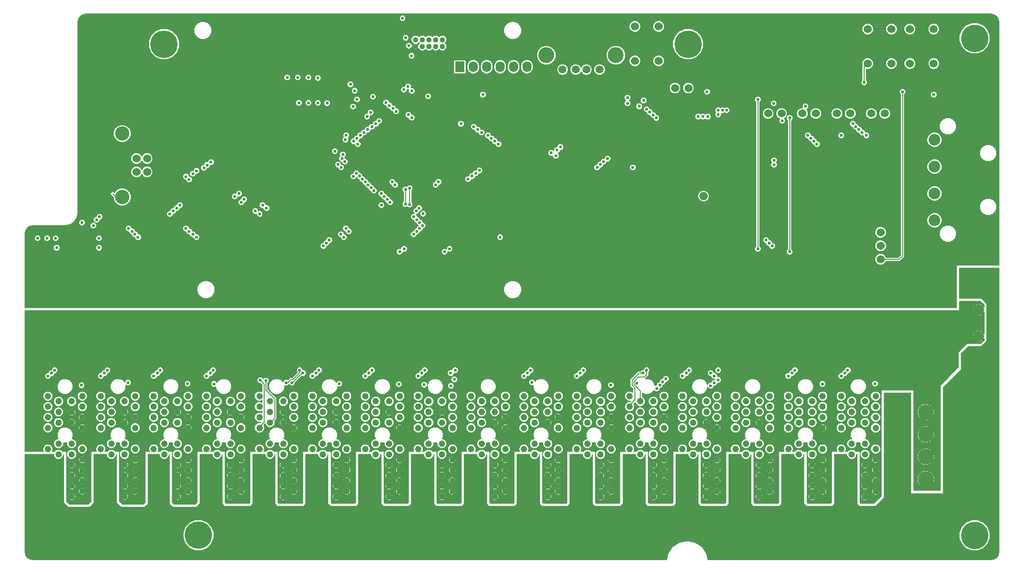
<source format=gbr>
G04 #@! TF.FileFunction,Copper,L4,Bot,Signal*
%FSLAX46Y46*%
G04 Gerber Fmt 4.6, Leading zero omitted, Abs format (unit mm)*
G04 Created by KiCad (PCBNEW 4.0.2+e4-6225~38~ubuntu14.04.1-stable) date Tue 26 Jul 2016 04:21:10 PM PDT*
%MOMM*%
G01*
G04 APERTURE LIST*
%ADD10C,0.100000*%
%ADD11C,1.230000*%
%ADD12C,3.000000*%
%ADD13C,2.200000*%
%ADD14C,2.000000*%
%ADD15C,1.524000*%
%ADD16C,2.700020*%
%ADD17C,1.016000*%
%ADD18C,5.200000*%
%ADD19R,1.727200X2.032000*%
%ADD20O,1.727200X2.032000*%
%ADD21C,1.501140*%
%ADD22C,2.999740*%
%ADD23C,0.600000*%
%ADD24C,1.500000*%
%ADD25C,0.250000*%
%ADD26C,0.150000*%
%ADD27C,0.200000*%
G04 APERTURE END LIST*
D10*
D11*
X158750000Y-129650000D03*
X156750000Y-128650000D03*
X158750000Y-127650000D03*
X156750000Y-126650000D03*
X158750000Y-125650000D03*
X156750000Y-124650000D03*
X158750000Y-123650000D03*
X156750000Y-122650000D03*
X158750000Y-121650000D03*
X156750000Y-120650000D03*
X158750000Y-119650000D03*
X156750000Y-116650000D03*
X158750000Y-115650000D03*
X156750000Y-114650000D03*
X158750000Y-113650000D03*
X156750000Y-112650000D03*
X158750000Y-111650000D03*
X156750000Y-110650000D03*
X161250000Y-129650000D03*
X163250000Y-128650000D03*
X161250000Y-127650000D03*
X163250000Y-126650000D03*
X161250000Y-125650000D03*
X163250000Y-124650000D03*
X161250000Y-123650000D03*
X163250000Y-122650000D03*
X161250000Y-121650000D03*
X163250000Y-120650000D03*
X161250000Y-119650000D03*
X163250000Y-116650000D03*
X161250000Y-115650000D03*
X163250000Y-114650000D03*
X161250000Y-113650000D03*
X163250000Y-112650000D03*
X161250000Y-111650000D03*
X163250000Y-110650000D03*
X108750000Y-129650000D03*
X106750000Y-128650000D03*
X108750000Y-127650000D03*
X106750000Y-126650000D03*
X108750000Y-125650000D03*
X106750000Y-124650000D03*
X108750000Y-123650000D03*
X106750000Y-122650000D03*
X108750000Y-121650000D03*
X106750000Y-120650000D03*
X108750000Y-119650000D03*
X106750000Y-116650000D03*
X108750000Y-115650000D03*
X106750000Y-114650000D03*
X108750000Y-113650000D03*
X106750000Y-112650000D03*
X108750000Y-111650000D03*
X106750000Y-110650000D03*
X111250000Y-129650000D03*
X113250000Y-128650000D03*
X111250000Y-127650000D03*
X113250000Y-126650000D03*
X111250000Y-125650000D03*
X113250000Y-124650000D03*
X111250000Y-123650000D03*
X113250000Y-122650000D03*
X111250000Y-121650000D03*
X113250000Y-120650000D03*
X111250000Y-119650000D03*
X113250000Y-116650000D03*
X111250000Y-115650000D03*
X113250000Y-114650000D03*
X111250000Y-113650000D03*
X113250000Y-112650000D03*
X111250000Y-111650000D03*
X113250000Y-110650000D03*
X68750000Y-129650000D03*
X66750000Y-128650000D03*
X68750000Y-127650000D03*
X66750000Y-126650000D03*
X68750000Y-125650000D03*
X66750000Y-124650000D03*
X68750000Y-123650000D03*
X66750000Y-122650000D03*
X68750000Y-121650000D03*
X66750000Y-120650000D03*
X68750000Y-119650000D03*
X66750000Y-116650000D03*
X68750000Y-115650000D03*
X66750000Y-114650000D03*
X68750000Y-113650000D03*
X66750000Y-112650000D03*
X68750000Y-111650000D03*
X66750000Y-110650000D03*
X71250000Y-129650000D03*
X73250000Y-128650000D03*
X71250000Y-127650000D03*
X73250000Y-126650000D03*
X71250000Y-125650000D03*
X73250000Y-124650000D03*
X71250000Y-123650000D03*
X73250000Y-122650000D03*
X71250000Y-121650000D03*
X73250000Y-120650000D03*
X71250000Y-119650000D03*
X73250000Y-116650000D03*
X71250000Y-115650000D03*
X73250000Y-114650000D03*
X71250000Y-113650000D03*
X73250000Y-112650000D03*
X71250000Y-111650000D03*
X73250000Y-110650000D03*
X168750000Y-129650000D03*
X166750000Y-128650000D03*
X168750000Y-127650000D03*
X166750000Y-126650000D03*
X168750000Y-125650000D03*
X166750000Y-124650000D03*
X168750000Y-123650000D03*
X166750000Y-122650000D03*
X168750000Y-121650000D03*
X166750000Y-120650000D03*
X168750000Y-119650000D03*
X166750000Y-116650000D03*
X168750000Y-115650000D03*
X166750000Y-114650000D03*
X168750000Y-113650000D03*
X166750000Y-112650000D03*
X168750000Y-111650000D03*
X166750000Y-110650000D03*
X171250000Y-129650000D03*
X173250000Y-128650000D03*
X171250000Y-127650000D03*
X173250000Y-126650000D03*
X171250000Y-125650000D03*
X173250000Y-124650000D03*
X171250000Y-123650000D03*
X173250000Y-122650000D03*
X171250000Y-121650000D03*
X173250000Y-120650000D03*
X171250000Y-119650000D03*
X173250000Y-116650000D03*
X171250000Y-115650000D03*
X173250000Y-114650000D03*
X171250000Y-113650000D03*
X173250000Y-112650000D03*
X171250000Y-111650000D03*
X173250000Y-110650000D03*
X178750000Y-129650000D03*
X176750000Y-128650000D03*
X178750000Y-127650000D03*
X176750000Y-126650000D03*
X178750000Y-125650000D03*
X176750000Y-124650000D03*
X178750000Y-123650000D03*
X176750000Y-122650000D03*
X178750000Y-121650000D03*
X176750000Y-120650000D03*
X178750000Y-119650000D03*
X176750000Y-116650000D03*
X178750000Y-115650000D03*
X176750000Y-114650000D03*
X178750000Y-113650000D03*
X176750000Y-112650000D03*
X178750000Y-111650000D03*
X176750000Y-110650000D03*
X181250000Y-129650000D03*
X183250000Y-128650000D03*
X181250000Y-127650000D03*
X183250000Y-126650000D03*
X181250000Y-125650000D03*
X183250000Y-124650000D03*
X181250000Y-123650000D03*
X183250000Y-122650000D03*
X181250000Y-121650000D03*
X183250000Y-120650000D03*
X181250000Y-119650000D03*
X183250000Y-116650000D03*
X181250000Y-115650000D03*
X183250000Y-114650000D03*
X181250000Y-113650000D03*
X183250000Y-112650000D03*
X181250000Y-111650000D03*
X183250000Y-110650000D03*
X188750000Y-129650000D03*
X186750000Y-128650000D03*
X188750000Y-127650000D03*
X186750000Y-126650000D03*
X188750000Y-125650000D03*
X186750000Y-124650000D03*
X188750000Y-123650000D03*
X186750000Y-122650000D03*
X188750000Y-121650000D03*
X186750000Y-120650000D03*
X188750000Y-119650000D03*
X186750000Y-116650000D03*
X188750000Y-115650000D03*
X186750000Y-114650000D03*
X188750000Y-113650000D03*
X186750000Y-112650000D03*
X188750000Y-111650000D03*
X186750000Y-110650000D03*
X191250000Y-129650000D03*
X193250000Y-128650000D03*
X191250000Y-127650000D03*
X193250000Y-126650000D03*
X191250000Y-125650000D03*
X193250000Y-124650000D03*
X191250000Y-123650000D03*
X193250000Y-122650000D03*
X191250000Y-121650000D03*
X193250000Y-120650000D03*
X191250000Y-119650000D03*
X193250000Y-116650000D03*
X191250000Y-115650000D03*
X193250000Y-114650000D03*
X191250000Y-113650000D03*
X193250000Y-112650000D03*
X191250000Y-111650000D03*
X193250000Y-110650000D03*
X198750000Y-129650000D03*
X196750000Y-128650000D03*
X198750000Y-127650000D03*
X196750000Y-126650000D03*
X198750000Y-125650000D03*
X196750000Y-124650000D03*
X198750000Y-123650000D03*
X196750000Y-122650000D03*
X198750000Y-121650000D03*
X196750000Y-120650000D03*
X198750000Y-119650000D03*
X196750000Y-116650000D03*
X198750000Y-115650000D03*
X196750000Y-114650000D03*
X198750000Y-113650000D03*
X196750000Y-112650000D03*
X198750000Y-111650000D03*
X196750000Y-110650000D03*
X201250000Y-129650000D03*
X203250000Y-128650000D03*
X201250000Y-127650000D03*
X203250000Y-126650000D03*
X201250000Y-125650000D03*
X203250000Y-124650000D03*
X201250000Y-123650000D03*
X203250000Y-122650000D03*
X201250000Y-121650000D03*
X203250000Y-120650000D03*
X201250000Y-119650000D03*
X203250000Y-116650000D03*
X201250000Y-115650000D03*
X203250000Y-114650000D03*
X201250000Y-113650000D03*
X203250000Y-112650000D03*
X201250000Y-111650000D03*
X203250000Y-110650000D03*
X78750000Y-129650000D03*
X76750000Y-128650000D03*
X78750000Y-127650000D03*
X76750000Y-126650000D03*
X78750000Y-125650000D03*
X76750000Y-124650000D03*
X78750000Y-123650000D03*
X76750000Y-122650000D03*
X78750000Y-121650000D03*
X76750000Y-120650000D03*
X78750000Y-119650000D03*
X76750000Y-116650000D03*
X78750000Y-115650000D03*
X76750000Y-114650000D03*
X78750000Y-113650000D03*
X76750000Y-112650000D03*
X78750000Y-111650000D03*
X76750000Y-110650000D03*
X81250000Y-129650000D03*
X83250000Y-128650000D03*
X81250000Y-127650000D03*
X83250000Y-126650000D03*
X81250000Y-125650000D03*
X83250000Y-124650000D03*
X81250000Y-123650000D03*
X83250000Y-122650000D03*
X81250000Y-121650000D03*
X83250000Y-120650000D03*
X81250000Y-119650000D03*
X83250000Y-116650000D03*
X81250000Y-115650000D03*
X83250000Y-114650000D03*
X81250000Y-113650000D03*
X83250000Y-112650000D03*
X81250000Y-111650000D03*
X83250000Y-110650000D03*
X88750000Y-129650000D03*
X86750000Y-128650000D03*
X88750000Y-127650000D03*
X86750000Y-126650000D03*
X88750000Y-125650000D03*
X86750000Y-124650000D03*
X88750000Y-123650000D03*
X86750000Y-122650000D03*
X88750000Y-121650000D03*
X86750000Y-120650000D03*
X88750000Y-119650000D03*
X86750000Y-116650000D03*
X88750000Y-115650000D03*
X86750000Y-114650000D03*
X88750000Y-113650000D03*
X86750000Y-112650000D03*
X88750000Y-111650000D03*
X86750000Y-110650000D03*
X91250000Y-129650000D03*
X93250000Y-128650000D03*
X91250000Y-127650000D03*
X93250000Y-126650000D03*
X91250000Y-125650000D03*
X93250000Y-124650000D03*
X91250000Y-123650000D03*
X93250000Y-122650000D03*
X91250000Y-121650000D03*
X93250000Y-120650000D03*
X91250000Y-119650000D03*
X93250000Y-116650000D03*
X91250000Y-115650000D03*
X93250000Y-114650000D03*
X91250000Y-113650000D03*
X93250000Y-112650000D03*
X91250000Y-111650000D03*
X93250000Y-110650000D03*
X98750000Y-129650000D03*
X96750000Y-128650000D03*
X98750000Y-127650000D03*
X96750000Y-126650000D03*
X98750000Y-125650000D03*
X96750000Y-124650000D03*
X98750000Y-123650000D03*
X96750000Y-122650000D03*
X98750000Y-121650000D03*
X96750000Y-120650000D03*
X98750000Y-119650000D03*
X96750000Y-116650000D03*
X98750000Y-115650000D03*
X96750000Y-114650000D03*
X98750000Y-113650000D03*
X96750000Y-112650000D03*
X98750000Y-111650000D03*
X96750000Y-110650000D03*
X101250000Y-129650000D03*
X103250000Y-128650000D03*
X101250000Y-127650000D03*
X103250000Y-126650000D03*
X101250000Y-125650000D03*
X103250000Y-124650000D03*
X101250000Y-123650000D03*
X103250000Y-122650000D03*
X101250000Y-121650000D03*
X103250000Y-120650000D03*
X101250000Y-119650000D03*
X103250000Y-116650000D03*
X101250000Y-115650000D03*
X103250000Y-114650000D03*
X101250000Y-113650000D03*
X103250000Y-112650000D03*
X101250000Y-111650000D03*
X103250000Y-110650000D03*
X118750000Y-129650000D03*
X116750000Y-128650000D03*
X118750000Y-127650000D03*
X116750000Y-126650000D03*
X118750000Y-125650000D03*
X116750000Y-124650000D03*
X118750000Y-123650000D03*
X116750000Y-122650000D03*
X118750000Y-121650000D03*
X116750000Y-120650000D03*
X118750000Y-119650000D03*
X116750000Y-116650000D03*
X118750000Y-115650000D03*
X116750000Y-114650000D03*
X118750000Y-113650000D03*
X116750000Y-112650000D03*
X118750000Y-111650000D03*
X116750000Y-110650000D03*
X121250000Y-129650000D03*
X123250000Y-128650000D03*
X121250000Y-127650000D03*
X123250000Y-126650000D03*
X121250000Y-125650000D03*
X123250000Y-124650000D03*
X121250000Y-123650000D03*
X123250000Y-122650000D03*
X121250000Y-121650000D03*
X123250000Y-120650000D03*
X121250000Y-119650000D03*
X123250000Y-116650000D03*
X121250000Y-115650000D03*
X123250000Y-114650000D03*
X121250000Y-113650000D03*
X123250000Y-112650000D03*
X121250000Y-111650000D03*
X123250000Y-110650000D03*
X128750000Y-129650000D03*
X126750000Y-128650000D03*
X128750000Y-127650000D03*
X126750000Y-126650000D03*
X128750000Y-125650000D03*
X126750000Y-124650000D03*
X128750000Y-123650000D03*
X126750000Y-122650000D03*
X128750000Y-121650000D03*
X126750000Y-120650000D03*
X128750000Y-119650000D03*
X126750000Y-116650000D03*
X128750000Y-115650000D03*
X126750000Y-114650000D03*
X128750000Y-113650000D03*
X126750000Y-112650000D03*
X128750000Y-111650000D03*
X126750000Y-110650000D03*
X131250000Y-129650000D03*
X133250000Y-128650000D03*
X131250000Y-127650000D03*
X133250000Y-126650000D03*
X131250000Y-125650000D03*
X133250000Y-124650000D03*
X131250000Y-123650000D03*
X133250000Y-122650000D03*
X131250000Y-121650000D03*
X133250000Y-120650000D03*
X131250000Y-119650000D03*
X133250000Y-116650000D03*
X131250000Y-115650000D03*
X133250000Y-114650000D03*
X131250000Y-113650000D03*
X133250000Y-112650000D03*
X131250000Y-111650000D03*
X133250000Y-110650000D03*
X138750000Y-129650000D03*
X136750000Y-128650000D03*
X138750000Y-127650000D03*
X136750000Y-126650000D03*
X138750000Y-125650000D03*
X136750000Y-124650000D03*
X138750000Y-123650000D03*
X136750000Y-122650000D03*
X138750000Y-121650000D03*
X136750000Y-120650000D03*
X138750000Y-119650000D03*
X136750000Y-116650000D03*
X138750000Y-115650000D03*
X136750000Y-114650000D03*
X138750000Y-113650000D03*
X136750000Y-112650000D03*
X138750000Y-111650000D03*
X136750000Y-110650000D03*
X141250000Y-129650000D03*
X143250000Y-128650000D03*
X141250000Y-127650000D03*
X143250000Y-126650000D03*
X141250000Y-125650000D03*
X143250000Y-124650000D03*
X141250000Y-123650000D03*
X143250000Y-122650000D03*
X141250000Y-121650000D03*
X143250000Y-120650000D03*
X141250000Y-119650000D03*
X143250000Y-116650000D03*
X141250000Y-115650000D03*
X143250000Y-114650000D03*
X141250000Y-113650000D03*
X143250000Y-112650000D03*
X141250000Y-111650000D03*
X143250000Y-110650000D03*
X148750000Y-129650000D03*
X146750000Y-128650000D03*
X148750000Y-127650000D03*
X146750000Y-126650000D03*
X148750000Y-125650000D03*
X146750000Y-124650000D03*
X148750000Y-123650000D03*
X146750000Y-122650000D03*
X148750000Y-121650000D03*
X146750000Y-120650000D03*
X148750000Y-119650000D03*
X146750000Y-116650000D03*
X148750000Y-115650000D03*
X146750000Y-114650000D03*
X148750000Y-113650000D03*
X146750000Y-112650000D03*
X148750000Y-111650000D03*
X146750000Y-110650000D03*
X151250000Y-129650000D03*
X153250000Y-128650000D03*
X151250000Y-127650000D03*
X153250000Y-126650000D03*
X151250000Y-125650000D03*
X153250000Y-124650000D03*
X151250000Y-123650000D03*
X153250000Y-122650000D03*
X151250000Y-121650000D03*
X153250000Y-120650000D03*
X151250000Y-119650000D03*
X153250000Y-116650000D03*
X151250000Y-115650000D03*
X153250000Y-114650000D03*
X151250000Y-113650000D03*
X153250000Y-112650000D03*
X151250000Y-111650000D03*
X153250000Y-110650000D03*
X208750000Y-129650000D03*
X206750000Y-128650000D03*
X208750000Y-127650000D03*
X206750000Y-126650000D03*
X208750000Y-125650000D03*
X206750000Y-124650000D03*
X208750000Y-123650000D03*
X206750000Y-122650000D03*
X208750000Y-121650000D03*
X206750000Y-120650000D03*
X208750000Y-119650000D03*
X206750000Y-116650000D03*
X208750000Y-115650000D03*
X206750000Y-114650000D03*
X208750000Y-113650000D03*
X206750000Y-112650000D03*
X208750000Y-111650000D03*
X206750000Y-110650000D03*
X211250000Y-129650000D03*
X213250000Y-128650000D03*
X211250000Y-127650000D03*
X213250000Y-126650000D03*
X211250000Y-125650000D03*
X213250000Y-124650000D03*
X211250000Y-123650000D03*
X213250000Y-122650000D03*
X211250000Y-121650000D03*
X213250000Y-120650000D03*
X211250000Y-119650000D03*
X213250000Y-116650000D03*
X211250000Y-115650000D03*
X213250000Y-114650000D03*
X211250000Y-113650000D03*
X213250000Y-112650000D03*
X211250000Y-111650000D03*
X213250000Y-110650000D03*
X218750000Y-129650000D03*
X216750000Y-128650000D03*
X218750000Y-127650000D03*
X216750000Y-126650000D03*
X218750000Y-125650000D03*
X216750000Y-124650000D03*
X218750000Y-123650000D03*
X216750000Y-122650000D03*
X218750000Y-121650000D03*
X216750000Y-120650000D03*
X218750000Y-119650000D03*
X216750000Y-116650000D03*
X218750000Y-115650000D03*
X216750000Y-114650000D03*
X218750000Y-113650000D03*
X216750000Y-112650000D03*
X218750000Y-111650000D03*
X216750000Y-110650000D03*
X221250000Y-129650000D03*
X223250000Y-128650000D03*
X221250000Y-127650000D03*
X223250000Y-126650000D03*
X221250000Y-125650000D03*
X223250000Y-124650000D03*
X221250000Y-123650000D03*
X223250000Y-122650000D03*
X221250000Y-121650000D03*
X223250000Y-120650000D03*
X221250000Y-119650000D03*
X223250000Y-116650000D03*
X221250000Y-115650000D03*
X223250000Y-114650000D03*
X221250000Y-113650000D03*
X223250000Y-112650000D03*
X221250000Y-111650000D03*
X223250000Y-110650000D03*
D12*
X232750000Y-113700000D03*
X227250000Y-113700000D03*
X232750000Y-117900000D03*
X227250000Y-117900000D03*
X232750000Y-122100000D03*
X227250000Y-122100000D03*
X232750000Y-126300000D03*
X227250000Y-126300000D03*
D13*
X234400000Y-77420000D03*
X234400000Y-72340000D03*
X234400000Y-67260000D03*
X234400000Y-62180000D03*
D14*
X242800000Y-104300000D03*
X242800000Y-99300000D03*
X242800000Y-94300000D03*
X242800000Y-89300000D03*
D15*
X85500000Y-65730000D03*
X85500000Y-68270000D03*
X83501020Y-68270000D03*
X83501020Y-65730000D03*
D16*
X80801000Y-61000520D03*
X80801000Y-72999480D03*
D15*
X229750000Y-47750000D03*
X229750000Y-41250000D03*
X234250000Y-47750000D03*
X234250000Y-41250000D03*
X224200000Y-84790000D03*
X224200000Y-82250000D03*
X224200000Y-79710000D03*
X226250000Y-41250000D03*
X226250000Y-47750000D03*
X221750000Y-41250000D03*
X221750000Y-47750000D03*
D17*
X136260000Y-44535000D03*
X136260000Y-43265000D03*
X137530000Y-44535000D03*
X137530000Y-43265000D03*
X138800000Y-44535000D03*
X138800000Y-43265000D03*
X140070000Y-44535000D03*
X140070000Y-43265000D03*
X141340000Y-44535000D03*
X141340000Y-43265000D03*
D18*
X95200000Y-136950000D03*
X88700000Y-44100000D03*
X187800000Y-44100000D03*
X242000000Y-43000000D03*
X242000000Y-137000000D03*
D19*
X144650000Y-48400000D03*
D20*
X147190000Y-48400000D03*
X149730000Y-48400000D03*
X152270000Y-48400000D03*
X154810000Y-48400000D03*
X157350000Y-48400000D03*
D15*
X182250000Y-40750000D03*
X182250000Y-47250000D03*
X177750000Y-40750000D03*
X177750000Y-47250000D03*
D21*
X164060000Y-48900000D03*
X166560000Y-48900000D03*
X168560000Y-48900000D03*
X171060000Y-48900000D03*
D22*
X160990000Y-46190000D03*
X174130000Y-46190000D03*
D15*
X215930000Y-57200000D03*
X218470000Y-57200000D03*
X222430000Y-57200000D03*
X224970000Y-57200000D03*
X209430000Y-57200000D03*
X211970000Y-57200000D03*
X202930000Y-57200000D03*
X205470000Y-57200000D03*
X185330000Y-52400000D03*
X187870000Y-52400000D03*
D23*
X173200000Y-108550000D03*
X173200000Y-92800000D03*
X178650000Y-93300000D03*
X178100000Y-108200000D03*
X121250000Y-49300000D03*
X130750000Y-45000000D03*
X125600000Y-47700000D03*
X197900000Y-54250000D03*
X192250000Y-71400000D03*
X192250000Y-70000000D03*
X192250000Y-72800000D03*
X190750000Y-70000000D03*
X179200000Y-70350000D03*
X136450000Y-71500000D03*
X142050000Y-61600000D03*
X144700000Y-52900000D03*
X142400000Y-53000000D03*
X121400000Y-68000000D03*
X117750000Y-59250000D03*
X223150000Y-108300000D03*
X222350000Y-92550000D03*
X213200000Y-108350000D03*
X213200000Y-92700000D03*
X158300000Y-108050000D03*
X161050000Y-86300000D03*
X137900000Y-108500000D03*
X139350000Y-92200000D03*
X133100000Y-108400000D03*
X121850000Y-108300000D03*
X98150000Y-108350000D03*
X93150000Y-108300000D03*
X73100000Y-93000000D03*
X73100000Y-108600000D03*
X81900000Y-108100000D03*
X80400000Y-93000000D03*
X67000000Y-103000000D03*
X62800000Y-103000000D03*
X235000000Y-110000000D03*
X235000000Y-125000000D03*
X231000000Y-125000000D03*
X231000000Y-120000000D03*
X235000000Y-120000000D03*
X235000000Y-116000000D03*
X231000000Y-116000000D03*
X231000000Y-110000000D03*
X239000000Y-100000000D03*
X239000000Y-98000000D03*
X239000000Y-96000000D03*
X237000000Y-96000000D03*
X237000000Y-98000000D03*
X237000000Y-100000000D03*
X237000000Y-102000000D03*
X237000000Y-104000000D03*
X237000000Y-106000000D03*
X235000000Y-106000000D03*
X235000000Y-104000000D03*
X235000000Y-102000000D03*
X235000000Y-100000000D03*
X235000000Y-98000000D03*
X235000000Y-96000000D03*
X233000000Y-96000000D03*
X233000000Y-98000000D03*
X233000000Y-100000000D03*
X233000000Y-102000000D03*
X233000000Y-104000000D03*
X233000000Y-106000000D03*
X87000000Y-96000000D03*
X87000000Y-98000000D03*
X87000000Y-100000000D03*
X87000000Y-102000000D03*
X87000000Y-104000000D03*
X89000000Y-104000000D03*
X89000000Y-102000000D03*
X89000000Y-100000000D03*
X89000000Y-98000000D03*
X89000000Y-96000000D03*
X93000000Y-96000000D03*
X93000000Y-98000000D03*
X93000000Y-100000000D03*
X93000000Y-102000000D03*
X93000000Y-104000000D03*
X99000000Y-104000000D03*
X99000000Y-102000000D03*
X99000000Y-100000000D03*
X99000000Y-98000000D03*
X101000000Y-96000000D03*
X101000000Y-98000000D03*
X101000000Y-100000000D03*
X101000000Y-102000000D03*
X101000000Y-104000000D03*
X110000000Y-104000000D03*
X110000000Y-102000000D03*
X110000000Y-100000000D03*
X110000000Y-98000000D03*
X110000000Y-96000000D03*
X112000000Y-96000000D03*
X112000000Y-98000000D03*
X112000000Y-100000000D03*
X112000000Y-102000000D03*
X112000000Y-104000000D03*
X114000000Y-104000000D03*
X114000000Y-102000000D03*
X114000000Y-100000000D03*
X114000000Y-98000000D03*
X114000000Y-96000000D03*
X116000000Y-96000000D03*
X116000000Y-98000000D03*
X116000000Y-100000000D03*
X116000000Y-102000000D03*
X116000000Y-104000000D03*
X118000000Y-104000000D03*
X118000000Y-102000000D03*
X118000000Y-100000000D03*
X118000000Y-98000000D03*
X118000000Y-96000000D03*
X120000000Y-96000000D03*
X120000000Y-98000000D03*
X120000000Y-100000000D03*
X120000000Y-102000000D03*
X120000000Y-104000000D03*
X122000000Y-104000000D03*
X122000000Y-102000000D03*
X122000000Y-100000000D03*
X122000000Y-98000000D03*
X122000000Y-96000000D03*
X127000000Y-96000000D03*
X127000000Y-98000000D03*
X127000000Y-100000000D03*
X127000000Y-102000000D03*
X127000000Y-104000000D03*
X131000000Y-104000000D03*
X131000000Y-102000000D03*
X131000000Y-100000000D03*
X131000000Y-98000000D03*
X131000000Y-96000000D03*
X133000000Y-96000000D03*
X133000000Y-98000000D03*
X133000000Y-100000000D03*
X133000000Y-102000000D03*
X133000000Y-104000000D03*
X137000000Y-104000000D03*
X137000000Y-102000000D03*
X137000000Y-100000000D03*
X137000000Y-98000000D03*
X137000000Y-96000000D03*
X150000000Y-96000000D03*
X150000000Y-98000000D03*
X150000000Y-100000000D03*
X150000000Y-102000000D03*
X150000000Y-104000000D03*
X152000000Y-104000000D03*
X152000000Y-102000000D03*
X152000000Y-100000000D03*
X152000000Y-98000000D03*
X152000000Y-96000000D03*
X154000000Y-96000000D03*
X154000000Y-98000000D03*
X154000000Y-100000000D03*
X154000000Y-102000000D03*
X154000000Y-104000000D03*
X156000000Y-104000000D03*
X156000000Y-102000000D03*
X156000000Y-100000000D03*
X156000000Y-98000000D03*
X156000000Y-96000000D03*
X158000000Y-96000000D03*
X158000000Y-98000000D03*
X158000000Y-100000000D03*
X158000000Y-102000000D03*
X158000000Y-104000000D03*
X160000000Y-104000000D03*
X160000000Y-102000000D03*
X160000000Y-100000000D03*
X160000000Y-98000000D03*
X160000000Y-96000000D03*
X167000000Y-96000000D03*
X167000000Y-98000000D03*
X167000000Y-100000000D03*
X167000000Y-102000000D03*
X167000000Y-104000000D03*
X169000000Y-104000000D03*
X169000000Y-102000000D03*
X169000000Y-100000000D03*
X169000000Y-98000000D03*
X169000000Y-96000000D03*
X181000000Y-96000000D03*
X181000000Y-98000000D03*
X181000000Y-100000000D03*
X181000000Y-102000000D03*
X181000000Y-104000000D03*
X186000000Y-104000000D03*
X186000000Y-102000000D03*
X186000000Y-100000000D03*
X186000000Y-98000000D03*
X186000000Y-96000000D03*
X188000000Y-96000000D03*
X188000000Y-98000000D03*
X188000000Y-100000000D03*
X188000000Y-102000000D03*
X188000000Y-104000000D03*
X190000000Y-104000000D03*
X190000000Y-102000000D03*
X190000000Y-100000000D03*
X190000000Y-98000000D03*
X190000000Y-96000000D03*
X192000000Y-96000000D03*
X192000000Y-98000000D03*
X192000000Y-100000000D03*
X192000000Y-102000000D03*
X192000000Y-104000000D03*
X233000000Y-110000000D03*
X233000000Y-108000000D03*
X231000000Y-108000000D03*
X231000000Y-106000000D03*
X231000000Y-104000000D03*
X231000000Y-102000000D03*
X231000000Y-100000000D03*
X231000000Y-98000000D03*
X231000000Y-96000000D03*
X229000000Y-96000000D03*
X229000000Y-98000000D03*
X229000000Y-100000000D03*
X229000000Y-102000000D03*
X229000000Y-104000000D03*
X229000000Y-106000000D03*
X229000000Y-108000000D03*
X227000000Y-108000000D03*
X225000000Y-108000000D03*
X225000000Y-106000000D03*
X227000000Y-106000000D03*
X227000000Y-104000000D03*
X227000000Y-102000000D03*
X227000000Y-100000000D03*
X227000000Y-98000000D03*
X227000000Y-96000000D03*
X225000000Y-96000000D03*
X225000000Y-98000000D03*
X225000000Y-100000000D03*
X225000000Y-102000000D03*
X225000000Y-104000000D03*
X218000000Y-104000000D03*
X218000000Y-102000000D03*
X218000000Y-100000000D03*
X218000000Y-98000000D03*
X218000000Y-96000000D03*
X209000000Y-96000000D03*
X209000000Y-98000000D03*
X209000000Y-100000000D03*
X209000000Y-102000000D03*
X209000000Y-104000000D03*
X207000000Y-104000000D03*
X207000000Y-102000000D03*
X207000000Y-100000000D03*
X207000000Y-98000000D03*
X207000000Y-96000000D03*
X201000000Y-96000000D03*
X201000000Y-98000000D03*
X201000000Y-100000000D03*
X201000000Y-102000000D03*
X201000000Y-104000000D03*
X196000000Y-104000000D03*
X196000000Y-102000000D03*
X196000000Y-100000000D03*
X196000000Y-98000000D03*
X196000000Y-96000000D03*
X194000000Y-96000000D03*
X194000000Y-98000000D03*
X194000000Y-100000000D03*
X194000000Y-102000000D03*
X194000000Y-104000000D03*
X68000000Y-96000000D03*
X77000000Y-96000000D03*
X77000000Y-98000000D03*
X77000000Y-100000000D03*
X77000000Y-102000000D03*
X77000000Y-104000000D03*
X79000000Y-104000000D03*
X79000000Y-102000000D03*
X79000000Y-100000000D03*
X79000000Y-98000000D03*
X79000000Y-96000000D03*
X67000000Y-97000000D03*
X68000000Y-98000000D03*
X68000000Y-100000000D03*
X67000000Y-99000000D03*
X67000000Y-95000000D03*
X68000000Y-102000000D03*
X68000000Y-104000000D03*
X67000000Y-105000000D03*
X67000000Y-101000000D03*
X116000000Y-50400000D03*
X114000000Y-50400000D03*
X112000000Y-50400000D03*
X117800000Y-50500000D03*
X117800000Y-55200000D03*
X116000000Y-55200000D03*
X114200000Y-55200000D03*
X119550000Y-55250000D03*
X204050000Y-66900000D03*
X204050000Y-66050000D03*
X193500000Y-56600000D03*
X195100000Y-56600000D03*
X194300000Y-56600000D03*
X193500000Y-57400000D03*
X76400000Y-82600000D03*
X68400000Y-82600000D03*
X68200000Y-80800000D03*
X76400000Y-80800000D03*
X66600000Y-80800000D03*
X64800000Y-80800000D03*
X191500000Y-57800000D03*
X190600000Y-57800000D03*
X189700000Y-57800000D03*
X237000000Y-132000000D03*
X237000000Y-134000000D03*
X239000000Y-132000000D03*
X193000000Y-136000000D03*
X195000000Y-136000000D03*
X193000000Y-134000000D03*
X191000000Y-136000000D03*
X193000000Y-138000000D03*
X183000000Y-134000000D03*
X183000000Y-136000000D03*
X189000000Y-134000000D03*
X187000000Y-134000000D03*
X185000000Y-134000000D03*
X181000000Y-134000000D03*
X181000000Y-138000000D03*
X169000000Y-138000000D03*
X171000000Y-138000000D03*
X173000000Y-138000000D03*
X175000000Y-138000000D03*
X177000000Y-138000000D03*
X179000000Y-138000000D03*
X169000000Y-136000000D03*
X171000000Y-136000000D03*
X173000000Y-136000000D03*
X175000000Y-136000000D03*
X177000000Y-136000000D03*
X179000000Y-136000000D03*
X181000000Y-136000000D03*
X179000000Y-134000000D03*
X177000000Y-134000000D03*
X175000000Y-134000000D03*
X173000000Y-134000000D03*
X171000000Y-134000000D03*
X169000000Y-134000000D03*
X167000000Y-134000000D03*
X101000000Y-134000000D03*
X139000000Y-138000000D03*
X141000000Y-138000000D03*
X141000000Y-140000000D03*
X191000000Y-134000000D03*
X245000000Y-102000000D03*
X243000000Y-91000000D03*
X241000000Y-91000000D03*
X241000000Y-88000000D03*
X245000000Y-88000000D03*
X245000000Y-90000000D03*
X245000000Y-92000000D03*
X245000000Y-94000000D03*
X245000000Y-96000000D03*
X245000000Y-98000000D03*
X245000000Y-100000000D03*
X245000000Y-104000000D03*
X245000000Y-108000000D03*
X243000000Y-108000000D03*
X241000000Y-108000000D03*
X239000000Y-108000000D03*
X237000000Y-110000000D03*
X239000000Y-110000000D03*
X241000000Y-110000000D03*
X243000000Y-110000000D03*
X245000000Y-110000000D03*
X245000000Y-112000000D03*
X243000000Y-112000000D03*
X241000000Y-112000000D03*
X239000000Y-112000000D03*
X237000000Y-112000000D03*
X237000000Y-114000000D03*
X239000000Y-114000000D03*
X241000000Y-114000000D03*
X243000000Y-114000000D03*
X245000000Y-114000000D03*
X245000000Y-116000000D03*
X243000000Y-116000000D03*
X241000000Y-116000000D03*
X239000000Y-116000000D03*
X237000000Y-116000000D03*
X237000000Y-118000000D03*
X239000000Y-118000000D03*
X241000000Y-118000000D03*
X243000000Y-118000000D03*
X245000000Y-118000000D03*
X245000000Y-120000000D03*
X243000000Y-120000000D03*
X241000000Y-120000000D03*
X239000000Y-120000000D03*
X237000000Y-120000000D03*
X237000000Y-122000000D03*
X239000000Y-122000000D03*
X241000000Y-122000000D03*
X243000000Y-122000000D03*
X245000000Y-122000000D03*
X245000000Y-124000000D03*
X243000000Y-124000000D03*
X241000000Y-124000000D03*
X239000000Y-124000000D03*
X237000000Y-124000000D03*
X237000000Y-126000000D03*
X239000000Y-126000000D03*
X241000000Y-126000000D03*
X243000000Y-126000000D03*
X245000000Y-126000000D03*
X245000000Y-128000000D03*
X243000000Y-128000000D03*
X241000000Y-128000000D03*
X239000000Y-128000000D03*
X237000000Y-128000000D03*
X237000000Y-130000000D03*
X239000000Y-130000000D03*
X241000000Y-130000000D03*
X243000000Y-130000000D03*
X245000000Y-130000000D03*
X245000000Y-132000000D03*
X243000000Y-132000000D03*
X241000000Y-132000000D03*
X235000000Y-132000000D03*
X235000000Y-130000000D03*
X233000000Y-130000000D03*
X231000000Y-130000000D03*
X227000000Y-130000000D03*
X229000000Y-130000000D03*
X243000000Y-102000000D03*
X241000000Y-102000000D03*
X240000000Y-103000000D03*
X240000000Y-106000000D03*
X243000000Y-106000000D03*
X245000000Y-106000000D03*
X233000000Y-138000000D03*
X231000000Y-140000000D03*
X231000000Y-136000000D03*
X231000000Y-134000000D03*
X231000000Y-138000000D03*
X233000000Y-140000000D03*
X237000000Y-140000000D03*
X235000000Y-140000000D03*
X235000000Y-138000000D03*
X237000000Y-138000000D03*
X237000000Y-136000000D03*
X235000000Y-136000000D03*
X235000000Y-134000000D03*
X233000000Y-132000000D03*
X233000000Y-134000000D03*
X233000000Y-136000000D03*
X169000000Y-140000000D03*
X171000000Y-140000000D03*
X173000000Y-140000000D03*
X175000000Y-140000000D03*
X177000000Y-140000000D03*
X179000000Y-140000000D03*
X181000000Y-140000000D03*
X137000000Y-138000000D03*
X137000000Y-140000000D03*
X135000000Y-138000000D03*
X135000000Y-136000000D03*
X131000000Y-138000000D03*
X133000000Y-138000000D03*
X133000000Y-140000000D03*
X135000000Y-140000000D03*
X131000000Y-136000000D03*
X131000000Y-140000000D03*
X129000000Y-140000000D03*
X127000000Y-134000000D03*
X125000000Y-134000000D03*
X127000000Y-136000000D03*
X129000000Y-138000000D03*
X129000000Y-136000000D03*
X129000000Y-134000000D03*
X71000000Y-134000000D03*
X73000000Y-134000000D03*
X69000000Y-138000000D03*
X69000000Y-136000000D03*
X71000000Y-138000000D03*
X69000000Y-134000000D03*
X67000000Y-134000000D03*
X67000000Y-136000000D03*
X67000000Y-138000000D03*
X75000000Y-134000000D03*
X77000000Y-136000000D03*
X77000000Y-134000000D03*
X79000000Y-134000000D03*
X81000000Y-134000000D03*
X83000000Y-134000000D03*
X85000000Y-134000000D03*
X87000000Y-134000000D03*
X89000000Y-134000000D03*
X89000000Y-136000000D03*
X87000000Y-136000000D03*
X85000000Y-136000000D03*
X83000000Y-136000000D03*
X81000000Y-136000000D03*
X79000000Y-136000000D03*
X77000000Y-138000000D03*
X79000000Y-138000000D03*
X81000000Y-138000000D03*
X83000000Y-138000000D03*
X85000000Y-138000000D03*
X87000000Y-138000000D03*
X89000000Y-138000000D03*
X89000000Y-140000000D03*
X87000000Y-140000000D03*
X85000000Y-140000000D03*
X83000000Y-140000000D03*
X81000000Y-140000000D03*
X79000000Y-140000000D03*
X77000000Y-140000000D03*
X207000000Y-134000000D03*
X205000000Y-134000000D03*
X209000000Y-140000000D03*
X211000000Y-140000000D03*
X213000000Y-140000000D03*
X215000000Y-140000000D03*
X217000000Y-140000000D03*
X219000000Y-140000000D03*
X221000000Y-140000000D03*
X221000000Y-138000000D03*
X219000000Y-138000000D03*
X217000000Y-138000000D03*
X215000000Y-138000000D03*
X213000000Y-138000000D03*
X211000000Y-138000000D03*
X209000000Y-138000000D03*
X209000000Y-136000000D03*
X211000000Y-136000000D03*
X213000000Y-136000000D03*
X215000000Y-136000000D03*
X217000000Y-136000000D03*
X219000000Y-136000000D03*
X221000000Y-136000000D03*
X221000000Y-134000000D03*
X219000000Y-134000000D03*
X217000000Y-134000000D03*
X215000000Y-134000000D03*
X213000000Y-134000000D03*
X211000000Y-134000000D03*
X209000000Y-134000000D03*
X139000000Y-140000000D03*
X133000000Y-136000000D03*
X137000000Y-136000000D03*
X139000000Y-136000000D03*
X141000000Y-136000000D03*
X141000000Y-134000000D03*
X139000000Y-134000000D03*
X137000000Y-134000000D03*
X135000000Y-134000000D03*
X133000000Y-134000000D03*
X131000000Y-134000000D03*
X191400000Y-53100000D03*
X228350000Y-53100000D03*
X187000000Y-136000000D03*
X189000000Y-136000000D03*
X185000000Y-136000000D03*
X231000000Y-132000000D03*
X227000000Y-132000000D03*
X229000000Y-132000000D03*
X225000000Y-132000000D03*
X227000000Y-134000000D03*
X225000000Y-134000000D03*
X225000000Y-136000000D03*
X227000000Y-136000000D03*
X229000000Y-136000000D03*
X229000000Y-138000000D03*
X229000000Y-134000000D03*
X223000000Y-136000000D03*
X223000000Y-134000000D03*
X225000000Y-138000000D03*
X227000000Y-138000000D03*
X223000000Y-138000000D03*
X223000000Y-140000000D03*
X225000000Y-140000000D03*
X227000000Y-140000000D03*
X229000000Y-140000000D03*
X195000000Y-134000000D03*
X197000000Y-136000000D03*
X197000000Y-134000000D03*
X199000000Y-134000000D03*
X199000000Y-136000000D03*
X201000000Y-136000000D03*
X201000000Y-134000000D03*
X203000000Y-134000000D03*
X203000000Y-136000000D03*
X205000000Y-136000000D03*
X207000000Y-136000000D03*
X195000000Y-138000000D03*
X197000000Y-138000000D03*
X195000000Y-140000000D03*
X197000000Y-140000000D03*
X199000000Y-140000000D03*
X199000000Y-138000000D03*
X201000000Y-140000000D03*
X201000000Y-138000000D03*
X203000000Y-138000000D03*
X203000000Y-140000000D03*
X205000000Y-140000000D03*
X205000000Y-138000000D03*
X207000000Y-138000000D03*
X207000000Y-140000000D03*
X125000000Y-136000000D03*
X125000000Y-138000000D03*
X123000000Y-138000000D03*
X165000000Y-140000000D03*
X161000000Y-140000000D03*
X163000000Y-140000000D03*
X157000000Y-140000000D03*
X159000000Y-140000000D03*
X153000000Y-140000000D03*
X155000000Y-140000000D03*
X149000000Y-140000000D03*
X151000000Y-140000000D03*
X145000000Y-140000000D03*
X145000000Y-138000000D03*
X145000000Y-136000000D03*
X145000000Y-134000000D03*
X149000000Y-138000000D03*
X147000000Y-138000000D03*
X147000000Y-140000000D03*
X153000000Y-138000000D03*
X151000000Y-138000000D03*
X157000000Y-138000000D03*
X155000000Y-138000000D03*
X161000000Y-138000000D03*
X159000000Y-138000000D03*
X165000000Y-138000000D03*
X163000000Y-138000000D03*
X103000000Y-134000000D03*
X107000000Y-134000000D03*
X105000000Y-134000000D03*
X109000000Y-134000000D03*
X75000000Y-138000000D03*
X69000000Y-140000000D03*
X71000000Y-140000000D03*
X65000000Y-134000000D03*
X65000000Y-136000000D03*
X65000000Y-138000000D03*
X67000000Y-140000000D03*
X65000000Y-140000000D03*
X75000000Y-140000000D03*
X73000000Y-140000000D03*
X75000000Y-136000000D03*
X73000000Y-138000000D03*
X73000000Y-136000000D03*
X71000000Y-136000000D03*
X101000000Y-140000000D03*
X101000000Y-138000000D03*
X101000000Y-136000000D03*
X103000000Y-136000000D03*
X103000000Y-138000000D03*
X103000000Y-140000000D03*
X105000000Y-140000000D03*
X105000000Y-138000000D03*
X105000000Y-136000000D03*
X107000000Y-136000000D03*
X107000000Y-138000000D03*
X107000000Y-140000000D03*
X109000000Y-140000000D03*
X109000000Y-138000000D03*
X109000000Y-136000000D03*
X111000000Y-134000000D03*
X111000000Y-136000000D03*
X111000000Y-138000000D03*
X111000000Y-140000000D03*
X113000000Y-140000000D03*
X113000000Y-138000000D03*
X113000000Y-136000000D03*
X113000000Y-134000000D03*
X115000000Y-134000000D03*
X115000000Y-136000000D03*
X115000000Y-138000000D03*
X115000000Y-140000000D03*
X117000000Y-140000000D03*
X117000000Y-138000000D03*
X117000000Y-136000000D03*
X117000000Y-134000000D03*
X119000000Y-134000000D03*
X119000000Y-136000000D03*
X119000000Y-138000000D03*
X119000000Y-140000000D03*
X121000000Y-140000000D03*
X121000000Y-138000000D03*
X121000000Y-136000000D03*
X121000000Y-134000000D03*
X123000000Y-134000000D03*
X123000000Y-136000000D03*
X123000000Y-140000000D03*
X125000000Y-140000000D03*
X127000000Y-138000000D03*
X127000000Y-140000000D03*
X165000000Y-134000000D03*
X167000000Y-136000000D03*
X167000000Y-138000000D03*
X167000000Y-140000000D03*
X143000000Y-140000000D03*
X143000000Y-138000000D03*
X143000000Y-136000000D03*
X143000000Y-134000000D03*
X165000000Y-136000000D03*
X163000000Y-136000000D03*
X163000000Y-134000000D03*
X161000000Y-134000000D03*
X161000000Y-136000000D03*
X159000000Y-136000000D03*
X159000000Y-134000000D03*
X157000000Y-134000000D03*
X157000000Y-136000000D03*
X155000000Y-136000000D03*
X155000000Y-134000000D03*
X153000000Y-134000000D03*
X153000000Y-136000000D03*
X151000000Y-136000000D03*
X151000000Y-134000000D03*
X149000000Y-134000000D03*
X149000000Y-136000000D03*
X147000000Y-136000000D03*
X147000000Y-134000000D03*
X135950000Y-76750000D03*
X76500000Y-76750000D03*
X136500000Y-77300000D03*
X75950000Y-77300000D03*
X137600000Y-78400000D03*
X75350000Y-78400000D03*
X137050000Y-77850000D03*
X73200000Y-77850000D03*
X114950000Y-106300000D03*
X112900000Y-108100000D03*
X142900000Y-106300000D03*
X142950000Y-108700000D03*
X192050000Y-106300000D03*
X192050000Y-108700000D03*
X179300000Y-106300000D03*
X137450000Y-106300000D03*
X96850000Y-66950000D03*
X124750000Y-52900000D03*
X217450000Y-106300000D03*
X67450000Y-106300000D03*
X77450000Y-106300000D03*
X87450000Y-106300000D03*
X97450000Y-106300000D03*
X117450000Y-106300000D03*
X127450000Y-106300000D03*
X157450000Y-106300000D03*
X167450000Y-106300000D03*
X187450000Y-106300000D03*
X207450000Y-106300000D03*
X111800000Y-108100000D03*
X114350000Y-105750000D03*
X143750000Y-105750000D03*
X143600000Y-107500000D03*
X193500000Y-105750000D03*
X193500000Y-107600000D03*
X179950000Y-105750000D03*
X168000000Y-105750000D03*
X158000000Y-105750000D03*
X138000000Y-105750000D03*
X123950000Y-51700000D03*
X97600000Y-66400000D03*
X68000000Y-105750000D03*
X78000000Y-105750000D03*
X88000000Y-105750000D03*
X98000000Y-105750000D03*
X118000000Y-105750000D03*
X128000000Y-105750000D03*
X188000000Y-105750000D03*
X208000000Y-105750000D03*
X218000000Y-105750000D03*
X221500000Y-61350000D03*
X216750000Y-61350000D03*
X221100000Y-51350000D03*
X192750000Y-106850000D03*
X192750000Y-108150000D03*
X136750000Y-106850000D03*
X138650000Y-53950000D03*
X96250000Y-67500000D03*
X66750000Y-106850000D03*
X76750000Y-106850000D03*
X86750000Y-106850000D03*
X96750000Y-106850000D03*
X116750000Y-106850000D03*
X126750000Y-106850000D03*
X156750000Y-106850000D03*
X166750000Y-106850000D03*
X186750000Y-106850000D03*
X206750000Y-106850000D03*
X216750000Y-106850000D03*
X130700000Y-55150000D03*
X94850000Y-68050000D03*
X83800000Y-80600000D03*
X94850000Y-80600000D03*
X131300000Y-55700000D03*
X94150000Y-68600000D03*
X83200000Y-80050000D03*
X94150000Y-80050000D03*
X93450000Y-69700000D03*
X82650000Y-79500000D03*
X93450000Y-79500000D03*
X132600000Y-56800000D03*
X132000000Y-56250000D03*
X92850000Y-69150000D03*
X82000000Y-78950000D03*
X92850000Y-78950000D03*
X127750000Y-57000000D03*
X91700000Y-74550000D03*
X127100000Y-57800000D03*
X91100000Y-75100000D03*
X134900000Y-57450000D03*
X90450000Y-75650000D03*
X134050000Y-52700000D03*
X134850000Y-52100000D03*
X89800000Y-76200000D03*
X135550000Y-58000000D03*
X130900000Y-73450000D03*
X103850000Y-73450000D03*
X103300000Y-74000000D03*
X131450000Y-74000000D03*
X102900000Y-72350000D03*
X129800000Y-72350000D03*
X130350000Y-72900000D03*
X102050000Y-72900000D03*
X107350000Y-74550000D03*
X106900000Y-107650000D03*
X129800000Y-74550000D03*
X136950000Y-75100000D03*
X108100000Y-75100000D03*
X107950000Y-107700000D03*
X105950000Y-75650000D03*
X136400000Y-75650000D03*
X106800000Y-76200000D03*
X137700000Y-76150000D03*
X123650000Y-79500000D03*
X136500000Y-79500000D03*
X123100000Y-78950000D03*
X137050000Y-78950000D03*
X152250000Y-80600000D03*
X122700000Y-80600000D03*
X135900000Y-80050000D03*
X122150000Y-80050000D03*
X126750000Y-70150000D03*
X127300000Y-70700000D03*
X128400000Y-71800000D03*
X127850000Y-71250000D03*
X201000000Y-54550000D03*
X201000000Y-82800000D03*
X135150000Y-74400000D03*
X125200000Y-54550000D03*
X135150000Y-71300000D03*
X134100000Y-82800000D03*
X142700000Y-82800000D03*
X207000000Y-58050000D03*
X207000000Y-83350000D03*
X134350000Y-74350000D03*
X124450000Y-55900000D03*
X134350000Y-71550000D03*
X133250000Y-83350000D03*
X141750000Y-83350000D03*
X140600000Y-70150000D03*
X131850000Y-70150000D03*
X132400000Y-70700000D03*
X140050000Y-70700000D03*
X148350000Y-67950000D03*
X124500000Y-69100000D03*
X125100000Y-68500000D03*
X147650000Y-68500000D03*
X125650000Y-69050000D03*
X146950000Y-69050000D03*
X126200000Y-69600000D03*
X146200000Y-69600000D03*
X123150000Y-61350000D03*
X163650000Y-63550000D03*
X163050000Y-64100000D03*
X123000000Y-62150000D03*
X162800000Y-65200000D03*
X122500000Y-64950000D03*
X161950000Y-64650000D03*
X121000000Y-64350000D03*
X122350000Y-65750000D03*
X172600000Y-65750000D03*
X122900000Y-66300000D03*
X171800000Y-66300000D03*
X171200000Y-66850000D03*
X121600000Y-66850000D03*
X122200000Y-67400000D03*
X177350000Y-67400000D03*
X170600000Y-67400000D03*
X129400000Y-58600000D03*
X176350000Y-54200000D03*
X179400000Y-54750000D03*
X128750000Y-59150000D03*
X204000000Y-55300000D03*
X128000000Y-59700000D03*
X176350000Y-55300000D03*
X210000000Y-55850000D03*
X127200000Y-60250000D03*
X178550000Y-55850000D03*
X181850000Y-109200000D03*
X179950000Y-56400000D03*
X126500000Y-60800000D03*
X180550000Y-56950000D03*
X125800000Y-61350000D03*
X182450000Y-108550000D03*
X183000000Y-107950000D03*
X181200000Y-57500000D03*
X125150000Y-61900000D03*
X183600000Y-107400000D03*
X124550000Y-62450000D03*
X181800000Y-58050000D03*
X125350000Y-63000000D03*
X205600000Y-58600000D03*
X118850000Y-82250000D03*
X203700000Y-82250000D03*
X203100000Y-81700000D03*
X119400000Y-81700000D03*
X119950000Y-81150000D03*
X202550000Y-81150000D03*
X212150000Y-63000000D03*
X151950000Y-63000000D03*
X211600000Y-62450000D03*
X151250000Y-62450000D03*
X211050000Y-61900000D03*
X150600000Y-61900000D03*
X210450000Y-61350000D03*
X149950000Y-61350000D03*
X148750000Y-60800000D03*
X220700000Y-60800000D03*
X220100000Y-60250000D03*
X148000000Y-60250000D03*
X219500000Y-59700000D03*
X147250000Y-59700000D03*
X218950000Y-59150000D03*
X144850000Y-59150000D03*
X128200000Y-54050000D03*
X234250000Y-53650000D03*
X149000000Y-53650000D03*
X133800000Y-39200000D03*
X135500000Y-46300000D03*
X134400000Y-42900000D03*
X135000000Y-44400000D03*
X135550000Y-52950000D03*
D24*
X190750000Y-72850000D02*
X190700000Y-72800000D01*
D25*
X121400000Y-68000000D02*
X119650000Y-68000000D01*
X117750000Y-66100000D02*
X117750000Y-59250000D01*
X119650000Y-68000000D02*
X117750000Y-66100000D01*
D26*
X80801000Y-72999480D02*
X79599480Y-72999480D01*
X79599480Y-72999480D02*
X79000000Y-72400000D01*
X235000000Y-120000000D02*
X235000000Y-125000000D01*
X232750000Y-126300000D02*
X232300000Y-126300000D01*
X232300000Y-126300000D02*
X231000000Y-125000000D01*
X231000000Y-120000000D02*
X235000000Y-120000000D01*
X235000000Y-116000000D02*
X231000000Y-116000000D01*
X231000000Y-110000000D02*
X233000000Y-110000000D01*
X239000000Y-96000000D02*
X239000000Y-98000000D01*
X237000000Y-98000000D02*
X237000000Y-96000000D01*
X237000000Y-102000000D02*
X237000000Y-100000000D01*
X237000000Y-106000000D02*
X237000000Y-104000000D01*
X235000000Y-104000000D02*
X235000000Y-106000000D01*
X235000000Y-100000000D02*
X235000000Y-102000000D01*
X235000000Y-96000000D02*
X235000000Y-98000000D01*
X233000000Y-98000000D02*
X233000000Y-96000000D01*
X233000000Y-102000000D02*
X233000000Y-100000000D01*
X233000000Y-106000000D02*
X233000000Y-104000000D01*
X87000000Y-96000000D02*
X87000000Y-98000000D01*
X87000000Y-100000000D02*
X87000000Y-102000000D01*
X87000000Y-104000000D02*
X89000000Y-104000000D01*
X89000000Y-102000000D02*
X89000000Y-100000000D01*
X89000000Y-98000000D02*
X89000000Y-96000000D01*
X93000000Y-96000000D02*
X93000000Y-98000000D01*
X93000000Y-100000000D02*
X93000000Y-102000000D01*
X93000000Y-104000000D02*
X99000000Y-104000000D01*
X99000000Y-102000000D02*
X99000000Y-100000000D01*
X99000000Y-98000000D02*
X101000000Y-96000000D01*
X101000000Y-98000000D02*
X101000000Y-100000000D01*
X101000000Y-102000000D02*
X101000000Y-104000000D01*
X110000000Y-104000000D02*
X110000000Y-102000000D01*
X110000000Y-100000000D02*
X110000000Y-98000000D01*
X110000000Y-96000000D02*
X112000000Y-96000000D01*
X112000000Y-98000000D02*
X112000000Y-100000000D01*
X112000000Y-102000000D02*
X112000000Y-104000000D01*
X114000000Y-104000000D02*
X114000000Y-102000000D01*
X114000000Y-100000000D02*
X114000000Y-98000000D01*
X114000000Y-96000000D02*
X116000000Y-96000000D01*
X116000000Y-98000000D02*
X116000000Y-100000000D01*
X116000000Y-102000000D02*
X116000000Y-104000000D01*
X118000000Y-104000000D02*
X118000000Y-102000000D01*
X118000000Y-100000000D02*
X118000000Y-98000000D01*
X118000000Y-96000000D02*
X120000000Y-96000000D01*
X120000000Y-98000000D02*
X120000000Y-100000000D01*
X120000000Y-102000000D02*
X120000000Y-104000000D01*
X122000000Y-104000000D02*
X122000000Y-102000000D01*
X122000000Y-100000000D02*
X122000000Y-98000000D01*
X122000000Y-96000000D02*
X127000000Y-96000000D01*
X127000000Y-98000000D02*
X127000000Y-100000000D01*
X127000000Y-102000000D02*
X127000000Y-104000000D01*
X131000000Y-104000000D02*
X131000000Y-102000000D01*
X131000000Y-100000000D02*
X131000000Y-98000000D01*
X131000000Y-96000000D02*
X133000000Y-96000000D01*
X133000000Y-98000000D02*
X133000000Y-100000000D01*
X133000000Y-102000000D02*
X133000000Y-104000000D01*
X137000000Y-104000000D02*
X137000000Y-102000000D01*
X137000000Y-100000000D02*
X137000000Y-98000000D01*
X137000000Y-96000000D02*
X150000000Y-96000000D01*
X150000000Y-98000000D02*
X150000000Y-100000000D01*
X150000000Y-102000000D02*
X150000000Y-104000000D01*
X152000000Y-104000000D02*
X152000000Y-102000000D01*
X152000000Y-100000000D02*
X152000000Y-98000000D01*
X152000000Y-96000000D02*
X154000000Y-96000000D01*
X154000000Y-98000000D02*
X154000000Y-100000000D01*
X154000000Y-102000000D02*
X154000000Y-104000000D01*
X156000000Y-104000000D02*
X156000000Y-102000000D01*
X156000000Y-100000000D02*
X156000000Y-98000000D01*
X156000000Y-96000000D02*
X158000000Y-96000000D01*
X158000000Y-98000000D02*
X158000000Y-100000000D01*
X158000000Y-102000000D02*
X158000000Y-104000000D01*
X160000000Y-104000000D02*
X160000000Y-102000000D01*
X160000000Y-100000000D02*
X160000000Y-98000000D01*
X160000000Y-96000000D02*
X167000000Y-96000000D01*
X167000000Y-98000000D02*
X167000000Y-100000000D01*
X167000000Y-102000000D02*
X167000000Y-104000000D01*
X169000000Y-104000000D02*
X169000000Y-102000000D01*
X169000000Y-100000000D02*
X169000000Y-98000000D01*
X169000000Y-96000000D02*
X181000000Y-96000000D01*
X181000000Y-98000000D02*
X181000000Y-100000000D01*
X181000000Y-102000000D02*
X181000000Y-104000000D01*
X186000000Y-104000000D02*
X186000000Y-102000000D01*
X186000000Y-100000000D02*
X186000000Y-98000000D01*
X186000000Y-96000000D02*
X188000000Y-96000000D01*
X188000000Y-98000000D02*
X188000000Y-100000000D01*
X188000000Y-102000000D02*
X188000000Y-104000000D01*
X190000000Y-104000000D02*
X190000000Y-102000000D01*
X190000000Y-100000000D02*
X190000000Y-98000000D01*
X190000000Y-96000000D02*
X192000000Y-96000000D01*
X192000000Y-98000000D02*
X192000000Y-100000000D01*
X192000000Y-102000000D02*
X192000000Y-104000000D01*
X233000000Y-108000000D02*
X233000000Y-110000000D01*
X231000000Y-106000000D02*
X231000000Y-108000000D01*
X231000000Y-102000000D02*
X231000000Y-104000000D01*
X231000000Y-98000000D02*
X231000000Y-100000000D01*
X229000000Y-96000000D02*
X231000000Y-96000000D01*
X229000000Y-100000000D02*
X229000000Y-98000000D01*
X229000000Y-104000000D02*
X229000000Y-102000000D01*
X229000000Y-108000000D02*
X229000000Y-106000000D01*
X225000000Y-108000000D02*
X227000000Y-108000000D01*
X227000000Y-106000000D02*
X225000000Y-106000000D01*
X227000000Y-102000000D02*
X227000000Y-104000000D01*
X227000000Y-98000000D02*
X227000000Y-100000000D01*
X225000000Y-96000000D02*
X227000000Y-96000000D01*
X225000000Y-100000000D02*
X225000000Y-98000000D01*
X225000000Y-104000000D02*
X225000000Y-102000000D01*
X218000000Y-102000000D02*
X218000000Y-104000000D01*
X218000000Y-98000000D02*
X218000000Y-100000000D01*
X209000000Y-96000000D02*
X218000000Y-96000000D01*
X209000000Y-100000000D02*
X209000000Y-98000000D01*
X209000000Y-104000000D02*
X209000000Y-102000000D01*
X207000000Y-102000000D02*
X207000000Y-104000000D01*
X207000000Y-98000000D02*
X207000000Y-100000000D01*
X201000000Y-96000000D02*
X207000000Y-96000000D01*
X201000000Y-100000000D02*
X201000000Y-98000000D01*
X201000000Y-104000000D02*
X201000000Y-102000000D01*
X196000000Y-102000000D02*
X196000000Y-104000000D01*
X196000000Y-98000000D02*
X196000000Y-100000000D01*
X194000000Y-96000000D02*
X196000000Y-96000000D01*
X194000000Y-100000000D02*
X194000000Y-98000000D01*
X194000000Y-104000000D02*
X194000000Y-102000000D01*
X77000000Y-98000000D02*
X77000000Y-96000000D01*
X77000000Y-102000000D02*
X77000000Y-100000000D01*
X79000000Y-104000000D02*
X77000000Y-104000000D01*
X79000000Y-100000000D02*
X79000000Y-102000000D01*
X79000000Y-96000000D02*
X79000000Y-98000000D01*
X239000000Y-134000000D02*
X237000000Y-134000000D01*
X239000000Y-134000000D02*
X239000000Y-132000000D01*
X192900000Y-138000000D02*
X192900000Y-136100000D01*
X193000000Y-136000000D02*
X195000000Y-136000000D01*
X193000000Y-134000000D02*
X193000000Y-136000000D01*
X191000000Y-136000000D02*
X193000000Y-136000000D01*
X192900000Y-136100000D02*
X193000000Y-136000000D01*
X181000000Y-134000000D02*
X183000000Y-134000000D01*
X183000000Y-134000000D02*
X183000000Y-136000000D01*
X186750000Y-130250000D02*
X183000000Y-134000000D01*
X186750000Y-130250000D02*
X186750000Y-128650000D01*
X185000000Y-134000000D02*
X183000000Y-134000000D01*
X189000000Y-134000000D02*
X187000000Y-134000000D01*
X187000000Y-134000000D02*
X185000000Y-134000000D01*
X169000000Y-138000000D02*
X171000000Y-138000000D01*
X171000000Y-138000000D02*
X173000000Y-138000000D01*
X173000000Y-138000000D02*
X175000000Y-138000000D01*
X175000000Y-138000000D02*
X177000000Y-138000000D01*
X177000000Y-138000000D02*
X179000000Y-138000000D01*
X179000000Y-138000000D02*
X181000000Y-138000000D01*
X171000000Y-136000000D02*
X169000000Y-136000000D01*
X175000000Y-136000000D02*
X173000000Y-136000000D01*
X177000000Y-136000000D02*
X175000000Y-136000000D01*
X179000000Y-136000000D02*
X177000000Y-136000000D01*
X181000000Y-136000000D02*
X179000000Y-136000000D01*
X173000000Y-136000000D02*
X171000000Y-136000000D01*
X169000000Y-136000000D02*
X169000000Y-138000000D01*
X181000000Y-134000000D02*
X181000000Y-136000000D01*
X179000000Y-134000000D02*
X181000000Y-134000000D01*
X177000000Y-134000000D02*
X179000000Y-134000000D01*
X175000000Y-134000000D02*
X177000000Y-134000000D01*
X173000000Y-134000000D02*
X175000000Y-134000000D01*
X169000000Y-134000000D02*
X171000000Y-134000000D01*
X171000000Y-134000000D02*
X173000000Y-134000000D01*
X167000000Y-134000000D02*
X169000000Y-134000000D01*
X101000000Y-134000000D02*
X101000000Y-133750000D01*
X98750000Y-131500000D02*
X98750000Y-129650000D01*
X101000000Y-133750000D02*
X98750000Y-131500000D01*
X141000000Y-140000000D02*
X141000000Y-138000000D01*
X141000000Y-138000000D02*
X139000000Y-138000000D01*
X193000000Y-138000000D02*
X192900000Y-138000000D01*
X191000000Y-134000000D02*
X191000000Y-136000000D01*
X245000000Y-102000000D02*
X245000000Y-100000000D01*
X241000000Y-91000000D02*
X243000000Y-91000000D01*
X241000000Y-88000000D02*
X241000000Y-91000000D01*
X245000000Y-88000000D02*
X241000000Y-88000000D01*
X245000000Y-90000000D02*
X245000000Y-88000000D01*
X245000000Y-92000000D02*
X245000000Y-90000000D01*
X245000000Y-94000000D02*
X245000000Y-92000000D01*
X245000000Y-96000000D02*
X245000000Y-94000000D01*
X245000000Y-98000000D02*
X245000000Y-96000000D01*
X245000000Y-100000000D02*
X245000000Y-98000000D01*
X245000000Y-102000000D02*
X245000000Y-104000000D01*
X245000000Y-108000000D02*
X245000000Y-106000000D01*
X235000000Y-130000000D02*
X233000000Y-130000000D01*
X245000000Y-132000000D02*
X243000000Y-132000000D01*
X239000000Y-130000000D02*
X241000000Y-130000000D01*
X241000000Y-128000000D02*
X239000000Y-128000000D01*
X243000000Y-126000000D02*
X245000000Y-126000000D01*
X237000000Y-126000000D02*
X237000000Y-124000000D01*
X243000000Y-124000000D02*
X245000000Y-124000000D01*
X239000000Y-122000000D02*
X241000000Y-122000000D01*
X241000000Y-120000000D02*
X239000000Y-120000000D01*
X243000000Y-118000000D02*
X245000000Y-118000000D01*
X237000000Y-116000000D02*
X237000000Y-118000000D01*
X243000000Y-116000000D02*
X245000000Y-116000000D01*
X239000000Y-114000000D02*
X241000000Y-114000000D01*
X239000000Y-112000000D02*
X241000000Y-112000000D01*
X243000000Y-110000000D02*
X245000000Y-110000000D01*
X237000000Y-110000000D02*
X239000000Y-108000000D01*
X243000000Y-108000000D02*
X245000000Y-108000000D01*
X239000000Y-108000000D02*
X241000000Y-108000000D01*
X239000000Y-110000000D02*
X237000000Y-110000000D01*
X243000000Y-110000000D02*
X241000000Y-110000000D01*
X245000000Y-112000000D02*
X245000000Y-110000000D01*
X241000000Y-112000000D02*
X243000000Y-112000000D01*
X237000000Y-112000000D02*
X239000000Y-112000000D01*
X239000000Y-114000000D02*
X237000000Y-114000000D01*
X243000000Y-114000000D02*
X241000000Y-114000000D01*
X245000000Y-116000000D02*
X245000000Y-114000000D01*
X241000000Y-116000000D02*
X243000000Y-116000000D01*
X237000000Y-116000000D02*
X239000000Y-116000000D01*
X239000000Y-118000000D02*
X237000000Y-118000000D01*
X243000000Y-118000000D02*
X241000000Y-118000000D01*
X245000000Y-120000000D02*
X245000000Y-118000000D01*
X241000000Y-120000000D02*
X243000000Y-120000000D01*
X237000000Y-120000000D02*
X239000000Y-120000000D01*
X239000000Y-122000000D02*
X237000000Y-122000000D01*
X243000000Y-122000000D02*
X241000000Y-122000000D01*
X245000000Y-124000000D02*
X245000000Y-122000000D01*
X241000000Y-124000000D02*
X243000000Y-124000000D01*
X237000000Y-124000000D02*
X239000000Y-124000000D01*
X239000000Y-126000000D02*
X237000000Y-126000000D01*
X243000000Y-126000000D02*
X241000000Y-126000000D01*
X245000000Y-128000000D02*
X245000000Y-126000000D01*
X241000000Y-128000000D02*
X243000000Y-128000000D01*
X237000000Y-128000000D02*
X239000000Y-128000000D01*
X239000000Y-130000000D02*
X237000000Y-130000000D01*
X243000000Y-130000000D02*
X241000000Y-130000000D01*
X245000000Y-132000000D02*
X245000000Y-130000000D01*
X241000000Y-132000000D02*
X243000000Y-132000000D01*
X237000000Y-132000000D02*
X237000000Y-134000000D01*
X235000000Y-130000000D02*
X235000000Y-132000000D01*
X231000000Y-130000000D02*
X233000000Y-130000000D01*
X227000000Y-130000000D02*
X229000000Y-130000000D01*
X243000000Y-108000000D02*
X241000000Y-108000000D01*
X239000000Y-110000000D02*
X241000000Y-110000000D01*
X245000000Y-112000000D02*
X243000000Y-112000000D01*
X237000000Y-112000000D02*
X237000000Y-114000000D01*
X245000000Y-114000000D02*
X243000000Y-114000000D01*
X241000000Y-116000000D02*
X239000000Y-116000000D01*
X239000000Y-118000000D02*
X241000000Y-118000000D01*
X243000000Y-120000000D02*
X245000000Y-120000000D01*
X237000000Y-120000000D02*
X237000000Y-122000000D01*
X243000000Y-122000000D02*
X245000000Y-122000000D01*
X241000000Y-124000000D02*
X239000000Y-124000000D01*
X239000000Y-126000000D02*
X241000000Y-126000000D01*
X243000000Y-128000000D02*
X245000000Y-128000000D01*
X237000000Y-128000000D02*
X237000000Y-130000000D01*
X243000000Y-130000000D02*
X245000000Y-130000000D01*
X241000000Y-132000000D02*
X239000000Y-132000000D01*
X237000000Y-132000000D02*
X235000000Y-132000000D01*
X231000000Y-130000000D02*
X229000000Y-130000000D01*
X243000000Y-102000000D02*
X245000000Y-102000000D01*
X241000000Y-102000000D02*
X243000000Y-102000000D01*
X240000000Y-103000000D02*
X241000000Y-102000000D01*
X240000000Y-106000000D02*
X240000000Y-103000000D01*
X243000000Y-106000000D02*
X240000000Y-106000000D01*
X245000000Y-106000000D02*
X243000000Y-106000000D01*
X233000000Y-138000000D02*
X233000000Y-136000000D01*
X233000000Y-140000000D02*
X231000000Y-140000000D01*
X231000000Y-138000000D02*
X231000000Y-136000000D01*
X231000000Y-134000000D02*
X231000000Y-136000000D01*
X231000000Y-140000000D02*
X231000000Y-138000000D01*
X233000000Y-138000000D02*
X233000000Y-140000000D01*
X235000000Y-140000000D02*
X237000000Y-140000000D01*
X235000000Y-138000000D02*
X235000000Y-140000000D01*
X237000000Y-138000000D02*
X235000000Y-138000000D01*
X237000000Y-136000000D02*
X237000000Y-138000000D01*
X235000000Y-136000000D02*
X237000000Y-136000000D01*
X235000000Y-134000000D02*
X235000000Y-136000000D01*
X233000000Y-132000000D02*
X235000000Y-134000000D01*
X233000000Y-134000000D02*
X233000000Y-132000000D01*
X233000000Y-136000000D02*
X233000000Y-134000000D01*
X171000000Y-140000000D02*
X169000000Y-140000000D01*
X173000000Y-140000000D02*
X171000000Y-140000000D01*
X175000000Y-140000000D02*
X173000000Y-140000000D01*
X177000000Y-140000000D02*
X175000000Y-140000000D01*
X179000000Y-140000000D02*
X177000000Y-140000000D01*
X181000000Y-140000000D02*
X179000000Y-140000000D01*
X181000000Y-138000000D02*
X181000000Y-140000000D01*
X137000000Y-140000000D02*
X137000000Y-138000000D01*
X137000000Y-138000000D02*
X135000000Y-138000000D01*
X135000000Y-138000000D02*
X135000000Y-136000000D01*
X133000000Y-138000000D02*
X133000000Y-140000000D01*
X133000000Y-138000000D02*
X131000000Y-138000000D01*
X133000000Y-140000000D02*
X135000000Y-140000000D01*
X135000000Y-138000000D02*
X135000000Y-140000000D01*
X137000000Y-140000000D02*
X139000000Y-138000000D01*
X139000000Y-138000000D02*
X139000000Y-136000000D01*
X139000000Y-136000000D02*
X139000000Y-134000000D01*
X139000000Y-134000000D02*
X141000000Y-136000000D01*
X141000000Y-136000000D02*
X143000000Y-134000000D01*
X131000000Y-138000000D02*
X131000000Y-136000000D01*
X131000000Y-140000000D02*
X131000000Y-138000000D01*
X135000000Y-136000000D02*
X135000000Y-134000000D01*
X129000000Y-140000000D02*
X129000000Y-138000000D01*
X129000000Y-134000000D02*
X127000000Y-134000000D01*
X125000000Y-134000000D02*
X127000000Y-134000000D01*
X127000000Y-134000000D02*
X125000000Y-134000000D01*
X127000000Y-136000000D02*
X127000000Y-134000000D01*
X129000000Y-138000000D02*
X129000000Y-136000000D01*
X129000000Y-134000000D02*
X129000000Y-136000000D01*
X129000000Y-140000000D02*
X131000000Y-140000000D01*
X131000000Y-136000000D02*
X131000000Y-134000000D01*
X77000000Y-136000000D02*
X77000000Y-134000000D01*
X69000000Y-134000000D02*
X71000000Y-134000000D01*
X73000000Y-134000000D02*
X71000000Y-134000000D01*
X67000000Y-138000000D02*
X69000000Y-138000000D01*
X69000000Y-136000000D02*
X69000000Y-138000000D01*
X71000000Y-138000000D02*
X69000000Y-138000000D01*
X69000000Y-134000000D02*
X67000000Y-134000000D01*
X67000000Y-138000000D02*
X67000000Y-136000000D01*
X67000000Y-134000000D02*
X67000000Y-136000000D01*
X75000000Y-134000000D02*
X73000000Y-134000000D01*
X75000000Y-134000000D02*
X77000000Y-134000000D01*
X77000000Y-136000000D02*
X79000000Y-134000000D01*
X79000000Y-134000000D02*
X79000000Y-136000000D01*
X79000000Y-136000000D02*
X79000000Y-138000000D01*
X79000000Y-138000000D02*
X77000000Y-140000000D01*
X77000000Y-140000000D02*
X79000000Y-140000000D01*
X79000000Y-140000000D02*
X81000000Y-138000000D01*
X81000000Y-138000000D02*
X83000000Y-140000000D01*
X83000000Y-140000000D02*
X83000000Y-138000000D01*
X83000000Y-138000000D02*
X83000000Y-136000000D01*
X83000000Y-136000000D02*
X83000000Y-134000000D01*
X83000000Y-134000000D02*
X85000000Y-136000000D01*
X85000000Y-136000000D02*
X87000000Y-134000000D01*
X87000000Y-134000000D02*
X87000000Y-136000000D01*
X87000000Y-136000000D02*
X87000000Y-138000000D01*
X87000000Y-138000000D02*
X87000000Y-140000000D01*
X87000000Y-140000000D02*
X89000000Y-138000000D01*
X89000000Y-138000000D02*
X91000000Y-138000000D01*
X79000000Y-134000000D02*
X81000000Y-134000000D01*
X83000000Y-134000000D02*
X85000000Y-134000000D01*
X87000000Y-134000000D02*
X89000000Y-134000000D01*
X89000000Y-136000000D02*
X87000000Y-136000000D01*
X85000000Y-136000000D02*
X83000000Y-136000000D01*
X81000000Y-136000000D02*
X79000000Y-136000000D01*
X77000000Y-136000000D02*
X77000000Y-138000000D01*
X79000000Y-138000000D02*
X81000000Y-138000000D01*
X83000000Y-138000000D02*
X85000000Y-138000000D01*
X87000000Y-138000000D02*
X89000000Y-138000000D01*
X89000000Y-140000000D02*
X87000000Y-140000000D01*
X85000000Y-140000000D02*
X83000000Y-140000000D01*
X81000000Y-140000000D02*
X79000000Y-140000000D01*
X207000000Y-134000000D02*
X209000000Y-134000000D01*
X205000000Y-134000000D02*
X207000000Y-134000000D01*
X211000000Y-140000000D02*
X209000000Y-140000000D01*
X213000000Y-140000000D02*
X211000000Y-140000000D01*
X215000000Y-140000000D02*
X213000000Y-140000000D01*
X217000000Y-140000000D02*
X215000000Y-140000000D01*
X219000000Y-140000000D02*
X217000000Y-140000000D01*
X221000000Y-140000000D02*
X219000000Y-140000000D01*
X221000000Y-138000000D02*
X221000000Y-140000000D01*
X219000000Y-138000000D02*
X221000000Y-138000000D01*
X217000000Y-138000000D02*
X219000000Y-138000000D01*
X215000000Y-138000000D02*
X217000000Y-138000000D01*
X213000000Y-138000000D02*
X215000000Y-138000000D01*
X211000000Y-138000000D02*
X213000000Y-138000000D01*
X209000000Y-138000000D02*
X211000000Y-138000000D01*
X209000000Y-136000000D02*
X209000000Y-138000000D01*
X211000000Y-136000000D02*
X209000000Y-136000000D01*
X213000000Y-136000000D02*
X211000000Y-136000000D01*
X215000000Y-136000000D02*
X213000000Y-136000000D01*
X217000000Y-136000000D02*
X215000000Y-136000000D01*
X219000000Y-136000000D02*
X217000000Y-136000000D01*
X221000000Y-136000000D02*
X219000000Y-136000000D01*
X221000000Y-134000000D02*
X221000000Y-136000000D01*
X219000000Y-134000000D02*
X221000000Y-134000000D01*
X217000000Y-134000000D02*
X219000000Y-134000000D01*
X215000000Y-134000000D02*
X217000000Y-134000000D01*
X213000000Y-134000000D02*
X215000000Y-134000000D01*
X211000000Y-134000000D02*
X213000000Y-134000000D01*
X209000000Y-134000000D02*
X211000000Y-134000000D01*
X137000000Y-140000000D02*
X139000000Y-140000000D01*
X129000000Y-140000000D02*
X131000000Y-140000000D01*
X133000000Y-136000000D02*
X131000000Y-136000000D01*
X137000000Y-136000000D02*
X135000000Y-136000000D01*
X141000000Y-136000000D02*
X139000000Y-136000000D01*
X139000000Y-134000000D02*
X141000000Y-134000000D01*
X135000000Y-134000000D02*
X137000000Y-134000000D01*
X131000000Y-134000000D02*
X133000000Y-134000000D01*
X228350000Y-53100000D02*
X228350000Y-84150000D01*
X227710000Y-84790000D02*
X224200000Y-84790000D01*
X228350000Y-84150000D02*
X227710000Y-84790000D01*
X187000000Y-136000000D02*
X189000000Y-136000000D01*
X185000000Y-136000000D02*
X183000000Y-136000000D01*
X185000000Y-136000000D02*
X187000000Y-136000000D01*
X231000000Y-134000000D02*
X231000000Y-132000000D01*
X227000000Y-132000000D02*
X229000000Y-132000000D01*
X227000000Y-132000000D02*
X225000000Y-132000000D01*
X227000000Y-130000000D02*
X227000000Y-132000000D01*
X225000000Y-134000000D02*
X225000000Y-136000000D01*
X225000000Y-134000000D02*
X227000000Y-134000000D01*
X227000000Y-136000000D02*
X227000000Y-134000000D01*
X227000000Y-132000000D02*
X227000000Y-134000000D01*
X227000000Y-136000000D02*
X229000000Y-136000000D01*
X229000000Y-136000000D02*
X229000000Y-138000000D01*
X229000000Y-134000000D02*
X231000000Y-134000000D01*
X229000000Y-134000000D02*
X229000000Y-136000000D01*
X229000000Y-138000000D02*
X229000000Y-139000000D01*
X229000000Y-139000000D02*
X229000000Y-140000000D01*
X223000000Y-136000000D02*
X225000000Y-136000000D01*
X223000000Y-136000000D02*
X223000000Y-134000000D01*
X225000000Y-136000000D02*
X225000000Y-138000000D01*
X227000000Y-136000000D02*
X227000000Y-138000000D01*
X227000000Y-138000000D02*
X227000000Y-140000000D01*
X225000000Y-138000000D02*
X225000000Y-140000000D01*
X227000000Y-130000000D02*
X227000000Y-126550000D01*
X223000000Y-136000000D02*
X223000000Y-138000000D01*
X223000000Y-138000000D02*
X223000000Y-140000000D01*
X227250000Y-126300000D02*
X227000000Y-126550000D01*
X229000000Y-138000000D02*
X227000000Y-138000000D01*
X225000000Y-138000000D02*
X223000000Y-138000000D01*
X223000000Y-140000000D02*
X225000000Y-140000000D01*
X227000000Y-140000000D02*
X229000000Y-140000000D01*
X191000000Y-134000000D02*
X193000000Y-134000000D01*
X193000000Y-134000000D02*
X195000000Y-134000000D01*
X195000000Y-136000000D02*
X195000000Y-134000000D01*
X195000000Y-134000000D02*
X197000000Y-134000000D01*
X197000000Y-134000000D02*
X197000000Y-136000000D01*
X197000000Y-136000000D02*
X199000000Y-136000000D01*
X199000000Y-136000000D02*
X199000000Y-134000000D01*
X199000000Y-134000000D02*
X201000000Y-134000000D01*
X201000000Y-134000000D02*
X201000000Y-136000000D01*
X201000000Y-136000000D02*
X203000000Y-136000000D01*
X203000000Y-136000000D02*
X203000000Y-134000000D01*
X203000000Y-134000000D02*
X205000000Y-134000000D01*
X205000000Y-134000000D02*
X205000000Y-136000000D01*
X205000000Y-136000000D02*
X207000000Y-136000000D01*
X195000000Y-136000000D02*
X197000000Y-136000000D01*
X197000000Y-134000000D02*
X199000000Y-134000000D01*
X199000000Y-136000000D02*
X201000000Y-136000000D01*
X201000000Y-134000000D02*
X203000000Y-134000000D01*
X203000000Y-136000000D02*
X205000000Y-136000000D01*
X189000000Y-132000000D02*
X191000000Y-134000000D01*
X189000000Y-129900000D02*
X189000000Y-132000000D01*
X193000000Y-138000000D02*
X195000000Y-138000000D01*
X195000000Y-138000000D02*
X197000000Y-138000000D01*
X195000000Y-140000000D02*
X197000000Y-140000000D01*
X195000000Y-138000000D02*
X195000000Y-140000000D01*
X197000000Y-140000000D02*
X199000000Y-140000000D01*
X197000000Y-138000000D02*
X197000000Y-140000000D01*
X199000000Y-140000000D02*
X199000000Y-138000000D01*
X199000000Y-138000000D02*
X201000000Y-138000000D01*
X201000000Y-138000000D02*
X201000000Y-140000000D01*
X201000000Y-140000000D02*
X203000000Y-140000000D01*
X203000000Y-140000000D02*
X203000000Y-138000000D01*
X203000000Y-138000000D02*
X205000000Y-138000000D01*
X205000000Y-138000000D02*
X205000000Y-140000000D01*
X205000000Y-140000000D02*
X207000000Y-140000000D01*
X188750000Y-129650000D02*
X189000000Y-129900000D01*
X197000000Y-138000000D02*
X199000000Y-138000000D01*
X199000000Y-140000000D02*
X201000000Y-140000000D01*
X201000000Y-138000000D02*
X203000000Y-138000000D01*
X203000000Y-140000000D02*
X205000000Y-140000000D01*
X205000000Y-138000000D02*
X207000000Y-138000000D01*
X123000000Y-138000000D02*
X125000000Y-138000000D01*
X125000000Y-138000000D02*
X125000000Y-136000000D01*
X165000000Y-140000000D02*
X165000000Y-138000000D01*
X161000000Y-138000000D02*
X161000000Y-140000000D01*
X163000000Y-140000000D02*
X161000000Y-140000000D01*
X157000000Y-138000000D02*
X157000000Y-140000000D01*
X159000000Y-140000000D02*
X157000000Y-140000000D01*
X153000000Y-138000000D02*
X153000000Y-140000000D01*
X155000000Y-140000000D02*
X153000000Y-140000000D01*
X149000000Y-138000000D02*
X149000000Y-140000000D01*
X151000000Y-140000000D02*
X149000000Y-140000000D01*
X145000000Y-140000000D02*
X147000000Y-140000000D01*
X145000000Y-136000000D02*
X145000000Y-138000000D01*
X145000000Y-138000000D02*
X145000000Y-140000000D01*
X145000000Y-136000000D02*
X145000000Y-134000000D01*
X149000000Y-138000000D02*
X147000000Y-138000000D01*
X147000000Y-140000000D02*
X147000000Y-138000000D01*
X153000000Y-138000000D02*
X151000000Y-138000000D01*
X151000000Y-138000000D02*
X151000000Y-140000000D01*
X157000000Y-138000000D02*
X155000000Y-138000000D01*
X155000000Y-138000000D02*
X155000000Y-140000000D01*
X161000000Y-138000000D02*
X159000000Y-138000000D01*
X159000000Y-138000000D02*
X159000000Y-140000000D01*
X165000000Y-138000000D02*
X163000000Y-138000000D01*
X163000000Y-138000000D02*
X163000000Y-140000000D01*
X101000000Y-134000000D02*
X101000000Y-134000000D01*
X101000000Y-134000000D02*
X103000000Y-134000000D01*
X103000000Y-134000000D02*
X105000000Y-134000000D01*
X99000000Y-134000000D02*
X99000000Y-140000000D01*
X99000000Y-136000000D02*
X99000000Y-134000000D01*
X107000000Y-134000000D02*
X105000000Y-134000000D01*
X101000000Y-134000000D02*
X99000000Y-134000000D01*
X107000000Y-134000000D02*
X109000000Y-134000000D01*
X109000000Y-132000000D02*
X107000000Y-134000000D01*
X109000000Y-129900000D02*
X109000000Y-132000000D01*
X75000000Y-138000000D02*
X75000000Y-140000000D01*
X67000000Y-140000000D02*
X69000000Y-140000000D01*
X71000000Y-140000000D02*
X69000000Y-140000000D01*
X65000000Y-134000000D02*
X65000000Y-136000000D01*
X65000000Y-130400000D02*
X65000000Y-134000000D01*
X65000000Y-138000000D02*
X65000000Y-136000000D01*
X65000000Y-130400000D02*
X66750000Y-128650000D01*
X67000000Y-140000000D02*
X65000000Y-140000000D01*
X65000000Y-138000000D02*
X65000000Y-140000000D01*
X75000000Y-140000000D02*
X73000000Y-140000000D01*
X71000000Y-140000000D02*
X73000000Y-140000000D01*
X75000000Y-138000000D02*
X73000000Y-138000000D01*
X73000000Y-138000000D02*
X71000000Y-138000000D01*
X75000000Y-138000000D02*
X75000000Y-136000000D01*
X73000000Y-136000000D02*
X73000000Y-138000000D01*
X71000000Y-138000000D02*
X71000000Y-136000000D01*
X91000000Y-138000000D02*
X91000000Y-140000000D01*
X93000000Y-140000000D02*
X97000000Y-140000000D01*
X99000000Y-140000000D02*
X97000000Y-140000000D01*
X93000000Y-140000000D02*
X91000000Y-140000000D01*
X91000000Y-136000000D02*
X91000000Y-138000000D01*
X91000000Y-136000000D02*
X91000000Y-134000000D01*
X108750000Y-129650000D02*
X109000000Y-129900000D01*
X109000000Y-134000000D02*
X109000000Y-136000000D01*
X109000000Y-136000000D02*
X107000000Y-136000000D01*
X107000000Y-136000000D02*
X105000000Y-136000000D01*
X105000000Y-136000000D02*
X103000000Y-136000000D01*
X103000000Y-136000000D02*
X101000000Y-136000000D01*
X101000000Y-136000000D02*
X99000000Y-136000000D01*
X99000000Y-140000000D02*
X101000000Y-140000000D01*
X101000000Y-140000000D02*
X103000000Y-140000000D01*
X103000000Y-140000000D02*
X105000000Y-140000000D01*
X105000000Y-140000000D02*
X107000000Y-140000000D01*
X107000000Y-140000000D02*
X111000000Y-140000000D01*
X111000000Y-140000000D02*
X115000000Y-140000000D01*
X115000000Y-140000000D02*
X119000000Y-140000000D01*
X119000000Y-140000000D02*
X121000000Y-140000000D01*
X121000000Y-140000000D02*
X123000000Y-140000000D01*
X123000000Y-140000000D02*
X125000000Y-140000000D01*
X125000000Y-140000000D02*
X127000000Y-140000000D01*
X127000000Y-140000000D02*
X127000000Y-138000000D01*
X127000000Y-138000000D02*
X127000000Y-136000000D01*
X125000000Y-134000000D02*
X125000000Y-136000000D01*
X125000000Y-136000000D02*
X123000000Y-136000000D01*
X123000000Y-136000000D02*
X123000000Y-134000000D01*
X123000000Y-134000000D02*
X121000000Y-134000000D01*
X121000000Y-134000000D02*
X121000000Y-136000000D01*
X121000000Y-136000000D02*
X119000000Y-136000000D01*
X119000000Y-136000000D02*
X119000000Y-134000000D01*
X119000000Y-134000000D02*
X117000000Y-134000000D01*
X117000000Y-134000000D02*
X117000000Y-136000000D01*
X117000000Y-136000000D02*
X115000000Y-136000000D01*
X115000000Y-136000000D02*
X115000000Y-134000000D01*
X115000000Y-134000000D02*
X113000000Y-134000000D01*
X113000000Y-134000000D02*
X111000000Y-134000000D01*
X111000000Y-134000000D02*
X111000000Y-136000000D01*
X111000000Y-136000000D02*
X113000000Y-136000000D01*
X113000000Y-136000000D02*
X115000000Y-136000000D01*
X108750000Y-129650000D02*
X108750000Y-130250000D01*
X99000000Y-136000000D02*
X99000000Y-138000000D01*
X99000000Y-140000000D02*
X101000000Y-140000000D01*
X101000000Y-138000000D02*
X101000000Y-136000000D01*
X103000000Y-136000000D02*
X103000000Y-138000000D01*
X103000000Y-140000000D02*
X105000000Y-140000000D01*
X105000000Y-138000000D02*
X105000000Y-136000000D01*
X107000000Y-136000000D02*
X107000000Y-138000000D01*
X107000000Y-140000000D02*
X109000000Y-140000000D01*
X109000000Y-138000000D02*
X109000000Y-136000000D01*
X109000000Y-134000000D02*
X111000000Y-134000000D01*
X111000000Y-136000000D02*
X111000000Y-138000000D01*
X111000000Y-140000000D02*
X113000000Y-140000000D01*
X113000000Y-138000000D02*
X113000000Y-136000000D01*
X113000000Y-134000000D02*
X115000000Y-134000000D01*
X115000000Y-136000000D02*
X115000000Y-138000000D01*
X115000000Y-140000000D02*
X117000000Y-140000000D01*
X117000000Y-138000000D02*
X117000000Y-136000000D01*
X117000000Y-134000000D02*
X119000000Y-134000000D01*
X119000000Y-136000000D02*
X119000000Y-138000000D01*
X119000000Y-140000000D02*
X121000000Y-140000000D01*
X121000000Y-138000000D02*
X121000000Y-136000000D01*
X121000000Y-134000000D02*
X123000000Y-134000000D01*
X123000000Y-140000000D02*
X125000000Y-140000000D01*
X127000000Y-136000000D02*
X127000000Y-138000000D01*
X167000000Y-136000000D02*
X167000000Y-138000000D01*
X167000000Y-134000000D02*
X167000000Y-136000000D01*
X167000000Y-140000000D02*
X167000000Y-138000000D01*
X167000000Y-134000000D02*
X165000000Y-134000000D01*
X145000000Y-134000000D02*
X143000000Y-134000000D01*
X143000000Y-138000000D02*
X143000000Y-140000000D01*
X143000000Y-134000000D02*
X143000000Y-136000000D01*
X143000000Y-136000000D02*
X143000000Y-138000000D01*
X145000000Y-134000000D02*
X147000000Y-134000000D01*
X147000000Y-134000000D02*
X149000000Y-134000000D01*
X149000000Y-134000000D02*
X151000000Y-134000000D01*
X151000000Y-134000000D02*
X153000000Y-134000000D01*
X153000000Y-134000000D02*
X155000000Y-134000000D01*
X155000000Y-134000000D02*
X157000000Y-134000000D01*
X157000000Y-134000000D02*
X159000000Y-134000000D01*
X159000000Y-134000000D02*
X161000000Y-134000000D01*
X161000000Y-134000000D02*
X163000000Y-134000000D01*
X163000000Y-134000000D02*
X165000000Y-134000000D01*
X146750000Y-128650000D02*
X146750000Y-132250000D01*
X146750000Y-132250000D02*
X145000000Y-134000000D01*
X165000000Y-136000000D02*
X165000000Y-134000000D01*
X163000000Y-134000000D02*
X163000000Y-136000000D01*
X161000000Y-136000000D02*
X161000000Y-134000000D01*
X159000000Y-134000000D02*
X159000000Y-136000000D01*
X157000000Y-136000000D02*
X157000000Y-134000000D01*
X155000000Y-134000000D02*
X155000000Y-136000000D01*
X153000000Y-136000000D02*
X153000000Y-134000000D01*
X151000000Y-134000000D02*
X151000000Y-136000000D01*
X149000000Y-136000000D02*
X149000000Y-134000000D01*
X147000000Y-134000000D02*
X147000000Y-136000000D01*
X112900000Y-108100000D02*
X113000000Y-108100000D01*
X114800000Y-106300000D02*
X114950000Y-106300000D01*
X113000000Y-108100000D02*
X114800000Y-106300000D01*
X177750000Y-111350000D02*
X177750000Y-109150000D01*
X177750000Y-109150000D02*
X177200000Y-108600000D01*
X177200000Y-108600000D02*
X177200000Y-107650000D01*
X177200000Y-107650000D02*
X178550000Y-106300000D01*
X178550000Y-106300000D02*
X179300000Y-106300000D01*
X177750000Y-111350000D02*
X176750000Y-112350000D01*
X176750000Y-112650000D02*
X176750000Y-112350000D01*
X111800000Y-108100000D02*
X112150000Y-108100000D01*
X114350000Y-106300000D02*
X114350000Y-105750000D01*
X113150000Y-107500000D02*
X114350000Y-106300000D01*
X112750000Y-107500000D02*
X113150000Y-107500000D01*
X112150000Y-108100000D02*
X112750000Y-107500000D01*
X178750000Y-109650000D02*
X177550000Y-108450000D01*
X177550000Y-108450000D02*
X177550000Y-107950000D01*
X177550000Y-107950000D02*
X178450000Y-107050000D01*
X178450000Y-107050000D02*
X179500000Y-107050000D01*
X179500000Y-107050000D02*
X179950000Y-106600000D01*
X179950000Y-106600000D02*
X179950000Y-105750000D01*
X178750000Y-109650000D02*
X178750000Y-111650000D01*
X221750000Y-47750000D02*
X221100000Y-48400000D01*
X221100000Y-51350000D02*
X221100000Y-48400000D01*
X107600000Y-115550000D02*
X106750000Y-116400000D01*
X107600000Y-108350000D02*
X106900000Y-107650000D01*
X107600000Y-115550000D02*
X107600000Y-108350000D01*
X106750000Y-116650000D02*
X106750000Y-116400000D01*
X106750000Y-116650000D02*
X106900000Y-116650000D01*
X109650000Y-114800000D02*
X108800000Y-115650000D01*
X107950000Y-109500000D02*
X107950000Y-107700000D01*
X109650000Y-111200000D02*
X107950000Y-109500000D01*
X109650000Y-114800000D02*
X109650000Y-111200000D01*
X108750000Y-115650000D02*
X108800000Y-115650000D01*
X201000000Y-54550000D02*
X201000000Y-82800000D01*
X135150000Y-74400000D02*
X135150000Y-71300000D01*
X207000000Y-58050000D02*
X207000000Y-83350000D01*
X134350000Y-74350000D02*
X134350000Y-71550000D01*
D27*
G36*
X246605000Y-139961097D02*
X246475677Y-140611245D01*
X246129435Y-141129435D01*
X245611245Y-141475677D01*
X244961096Y-141605000D01*
X191574168Y-141605000D01*
X191363376Y-140545279D01*
X191318499Y-140436937D01*
X191304396Y-140402889D01*
X190524014Y-139234966D01*
X190415034Y-139125985D01*
X189247110Y-138345604D01*
X189192392Y-138322939D01*
X189104721Y-138286624D01*
X187727061Y-138012590D01*
X187572939Y-138012590D01*
X186195279Y-138286624D01*
X186052889Y-138345604D01*
X184884966Y-139125986D01*
X184775985Y-139234966D01*
X183995605Y-140402889D01*
X183995604Y-140402890D01*
X183936624Y-140545279D01*
X183725832Y-141605000D01*
X64038903Y-141605000D01*
X63388755Y-141475677D01*
X62870565Y-141129435D01*
X62524323Y-140611245D01*
X62395000Y-139961096D01*
X62395000Y-137528276D01*
X92279494Y-137528276D01*
X92723101Y-138601886D01*
X93543793Y-139424012D01*
X94616628Y-139869492D01*
X95778276Y-139870506D01*
X96851886Y-139426899D01*
X97674012Y-138606207D01*
X98100846Y-137578276D01*
X239079494Y-137578276D01*
X239523101Y-138651886D01*
X240343793Y-139474012D01*
X241416628Y-139919492D01*
X242578276Y-139920506D01*
X243651886Y-139476899D01*
X244474012Y-138656207D01*
X244919492Y-137583372D01*
X244920506Y-136421724D01*
X244476899Y-135348114D01*
X243656207Y-134525988D01*
X242583372Y-134080508D01*
X241421724Y-134079494D01*
X240348114Y-134523101D01*
X239525988Y-135343793D01*
X239080508Y-136416628D01*
X239079494Y-137578276D01*
X98100846Y-137578276D01*
X98119492Y-137533372D01*
X98120506Y-136371724D01*
X97676899Y-135298114D01*
X96856207Y-134475988D01*
X95783372Y-134030508D01*
X94621724Y-134029494D01*
X93548114Y-134473101D01*
X92725988Y-135293793D01*
X92280508Y-136366628D01*
X92279494Y-137528276D01*
X62395000Y-137528276D01*
X62395000Y-121700000D01*
X67814956Y-121700000D01*
X67814838Y-121835167D01*
X67956883Y-122178943D01*
X68219673Y-122442192D01*
X68563201Y-122584838D01*
X68935167Y-122585162D01*
X69278943Y-122443117D01*
X69542192Y-122180327D01*
X69684838Y-121836799D01*
X69684957Y-121700000D01*
X69700000Y-121700000D01*
X69700000Y-130800000D01*
X69707879Y-130838906D01*
X69729289Y-130870711D01*
X70529289Y-131670711D01*
X70562371Y-131692650D01*
X70600000Y-131700000D01*
X74600000Y-131700000D01*
X74638906Y-131692121D01*
X74670711Y-131670711D01*
X75470711Y-130870711D01*
X75492650Y-130837629D01*
X75500000Y-130800000D01*
X75500000Y-121700000D01*
X77814956Y-121700000D01*
X77814838Y-121835167D01*
X77956883Y-122178943D01*
X78219673Y-122442192D01*
X78563201Y-122584838D01*
X78935167Y-122585162D01*
X79278943Y-122443117D01*
X79542192Y-122180327D01*
X79684838Y-121836799D01*
X79684957Y-121700000D01*
X79700000Y-121700000D01*
X79700000Y-130800000D01*
X79707879Y-130838906D01*
X79729289Y-130870711D01*
X80529289Y-131670711D01*
X80562371Y-131692650D01*
X80600000Y-131700000D01*
X85000000Y-131700000D01*
X85038906Y-131692121D01*
X85070711Y-131670711D01*
X85670711Y-131070711D01*
X85692650Y-131037629D01*
X85700000Y-131000000D01*
X85700000Y-121700000D01*
X87814956Y-121700000D01*
X87814838Y-121835167D01*
X87956883Y-122178943D01*
X88219673Y-122442192D01*
X88563201Y-122584838D01*
X88935167Y-122585162D01*
X89278943Y-122443117D01*
X89542192Y-122180327D01*
X89684838Y-121836799D01*
X89684957Y-121700000D01*
X89700000Y-121700000D01*
X89700000Y-131000000D01*
X89707879Y-131038906D01*
X89729289Y-131070711D01*
X90329289Y-131670711D01*
X90362371Y-131692650D01*
X90400000Y-131700000D01*
X94800000Y-131700000D01*
X94838906Y-131692121D01*
X94870711Y-131670711D01*
X95470711Y-131070711D01*
X95492650Y-131037629D01*
X95500000Y-131000000D01*
X95500000Y-121700000D01*
X97814956Y-121700000D01*
X97814838Y-121835167D01*
X97956883Y-122178943D01*
X98219673Y-122442192D01*
X98563201Y-122584838D01*
X98935167Y-122585162D01*
X99278943Y-122443117D01*
X99542192Y-122180327D01*
X99684838Y-121836799D01*
X99684957Y-121700000D01*
X99700000Y-121700000D01*
X99700000Y-131000000D01*
X99707879Y-131038906D01*
X99729289Y-131070711D01*
X100129289Y-131470711D01*
X100162371Y-131492650D01*
X100200000Y-131500000D01*
X105000000Y-131500000D01*
X105038906Y-131492121D01*
X105070711Y-131470711D01*
X105470711Y-131070711D01*
X105492650Y-131037629D01*
X105500000Y-131000000D01*
X105500000Y-121700000D01*
X107814956Y-121700000D01*
X107814838Y-121835167D01*
X107956883Y-122178943D01*
X108219673Y-122442192D01*
X108563201Y-122584838D01*
X108935167Y-122585162D01*
X109278943Y-122443117D01*
X109542192Y-122180327D01*
X109684838Y-121836799D01*
X109684957Y-121700000D01*
X109700000Y-121700000D01*
X109700000Y-131000000D01*
X109707879Y-131038906D01*
X109729289Y-131070711D01*
X110129289Y-131470711D01*
X110162371Y-131492650D01*
X110200000Y-131500000D01*
X115000000Y-131500000D01*
X115038906Y-131492121D01*
X115070711Y-131470711D01*
X115470711Y-131070711D01*
X115492650Y-131037629D01*
X115500000Y-131000000D01*
X115500000Y-121700000D01*
X117814956Y-121700000D01*
X117814838Y-121835167D01*
X117956883Y-122178943D01*
X118219673Y-122442192D01*
X118563201Y-122584838D01*
X118935167Y-122585162D01*
X119278943Y-122443117D01*
X119542192Y-122180327D01*
X119684838Y-121836799D01*
X119684957Y-121700000D01*
X119700000Y-121700000D01*
X119700000Y-131000000D01*
X119707879Y-131038906D01*
X119729289Y-131070711D01*
X120129289Y-131470711D01*
X120162371Y-131492650D01*
X120200000Y-131500000D01*
X125000000Y-131500000D01*
X125038906Y-131492121D01*
X125070711Y-131470711D01*
X125470711Y-131070711D01*
X125492650Y-131037629D01*
X125500000Y-131000000D01*
X125500000Y-121700000D01*
X127814956Y-121700000D01*
X127814838Y-121835167D01*
X127956883Y-122178943D01*
X128219673Y-122442192D01*
X128563201Y-122584838D01*
X128935167Y-122585162D01*
X129278943Y-122443117D01*
X129542192Y-122180327D01*
X129684838Y-121836799D01*
X129684957Y-121700000D01*
X129700000Y-121700000D01*
X129700000Y-131000000D01*
X129707879Y-131038906D01*
X129729289Y-131070711D01*
X130129289Y-131470711D01*
X130162371Y-131492650D01*
X130200000Y-131500000D01*
X135000000Y-131500000D01*
X135038906Y-131492121D01*
X135070711Y-131470711D01*
X135470711Y-131070711D01*
X135492650Y-131037629D01*
X135500000Y-131000000D01*
X135500000Y-121700000D01*
X137814956Y-121700000D01*
X137814838Y-121835167D01*
X137956883Y-122178943D01*
X138219673Y-122442192D01*
X138563201Y-122584838D01*
X138935167Y-122585162D01*
X139278943Y-122443117D01*
X139542192Y-122180327D01*
X139684838Y-121836799D01*
X139684957Y-121700000D01*
X139700000Y-121700000D01*
X139700000Y-131000000D01*
X139707879Y-131038906D01*
X139729289Y-131070711D01*
X140129289Y-131470711D01*
X140162371Y-131492650D01*
X140200000Y-131500000D01*
X145000000Y-131500000D01*
X145038906Y-131492121D01*
X145070711Y-131470711D01*
X145470711Y-131070711D01*
X145492650Y-131037629D01*
X145500000Y-131000000D01*
X145500000Y-121700000D01*
X147814956Y-121700000D01*
X147814838Y-121835167D01*
X147956883Y-122178943D01*
X148219673Y-122442192D01*
X148563201Y-122584838D01*
X148935167Y-122585162D01*
X149278943Y-122443117D01*
X149542192Y-122180327D01*
X149684838Y-121836799D01*
X149684957Y-121700000D01*
X149700000Y-121700000D01*
X149700000Y-131000000D01*
X149707879Y-131038906D01*
X149729289Y-131070711D01*
X150129289Y-131470711D01*
X150162371Y-131492650D01*
X150200000Y-131500000D01*
X155000000Y-131500000D01*
X155038906Y-131492121D01*
X155070711Y-131470711D01*
X155470711Y-131070711D01*
X155492650Y-131037629D01*
X155500000Y-131000000D01*
X155500000Y-121700000D01*
X157814956Y-121700000D01*
X157814838Y-121835167D01*
X157956883Y-122178943D01*
X158219673Y-122442192D01*
X158563201Y-122584838D01*
X158935167Y-122585162D01*
X159278943Y-122443117D01*
X159542192Y-122180327D01*
X159684838Y-121836799D01*
X159684957Y-121700000D01*
X159700000Y-121700000D01*
X159700000Y-131000000D01*
X159707879Y-131038906D01*
X159729289Y-131070711D01*
X160129289Y-131470711D01*
X160162371Y-131492650D01*
X160200000Y-131500000D01*
X165000000Y-131500000D01*
X165038906Y-131492121D01*
X165070711Y-131470711D01*
X165470711Y-131070711D01*
X165492650Y-131037629D01*
X165500000Y-131000000D01*
X165500000Y-121700000D01*
X167814956Y-121700000D01*
X167814838Y-121835167D01*
X167956883Y-122178943D01*
X168219673Y-122442192D01*
X168563201Y-122584838D01*
X168935167Y-122585162D01*
X169278943Y-122443117D01*
X169542192Y-122180327D01*
X169684838Y-121836799D01*
X169684957Y-121700000D01*
X169700000Y-121700000D01*
X169700000Y-131000000D01*
X169707879Y-131038906D01*
X169729289Y-131070711D01*
X170129289Y-131470711D01*
X170162371Y-131492650D01*
X170200000Y-131500000D01*
X175000000Y-131500000D01*
X175038906Y-131492121D01*
X175070711Y-131470711D01*
X175470711Y-131070711D01*
X175492650Y-131037629D01*
X175500000Y-131000000D01*
X175500000Y-121700000D01*
X177814956Y-121700000D01*
X177814838Y-121835167D01*
X177956883Y-122178943D01*
X178219673Y-122442192D01*
X178563201Y-122584838D01*
X178935167Y-122585162D01*
X179278943Y-122443117D01*
X179542192Y-122180327D01*
X179684838Y-121836799D01*
X179684957Y-121700000D01*
X179700000Y-121700000D01*
X179700000Y-131000000D01*
X179707879Y-131038906D01*
X179729289Y-131070711D01*
X180129289Y-131470711D01*
X180162371Y-131492650D01*
X180200000Y-131500000D01*
X185000000Y-131500000D01*
X185038906Y-131492121D01*
X185070711Y-131470711D01*
X185470711Y-131070711D01*
X185492650Y-131037629D01*
X185500000Y-131000000D01*
X185500000Y-121700000D01*
X187814956Y-121700000D01*
X187814838Y-121835167D01*
X187956883Y-122178943D01*
X188219673Y-122442192D01*
X188563201Y-122584838D01*
X188935167Y-122585162D01*
X189278943Y-122443117D01*
X189542192Y-122180327D01*
X189684838Y-121836799D01*
X189684957Y-121700000D01*
X189700000Y-121700000D01*
X189700000Y-131000000D01*
X189707879Y-131038906D01*
X189729289Y-131070711D01*
X190129289Y-131470711D01*
X190162371Y-131492650D01*
X190200000Y-131500000D01*
X195000000Y-131500000D01*
X195038906Y-131492121D01*
X195070711Y-131470711D01*
X195470711Y-131070711D01*
X195492650Y-131037629D01*
X195500000Y-131000000D01*
X195500000Y-121700000D01*
X197814956Y-121700000D01*
X197814838Y-121835167D01*
X197956883Y-122178943D01*
X198219673Y-122442192D01*
X198563201Y-122584838D01*
X198935167Y-122585162D01*
X199278943Y-122443117D01*
X199542192Y-122180327D01*
X199684838Y-121836799D01*
X199684957Y-121700000D01*
X199700000Y-121700000D01*
X199700000Y-131000000D01*
X199707879Y-131038906D01*
X199729289Y-131070711D01*
X200129289Y-131470711D01*
X200162371Y-131492650D01*
X200200000Y-131500000D01*
X205000000Y-131500000D01*
X205038906Y-131492121D01*
X205070711Y-131470711D01*
X205470711Y-131070711D01*
X205492650Y-131037629D01*
X205500000Y-131000000D01*
X205500000Y-121700000D01*
X207814956Y-121700000D01*
X207814838Y-121835167D01*
X207956883Y-122178943D01*
X208219673Y-122442192D01*
X208563201Y-122584838D01*
X208935167Y-122585162D01*
X209278943Y-122443117D01*
X209542192Y-122180327D01*
X209684838Y-121836799D01*
X209684957Y-121700000D01*
X209700000Y-121700000D01*
X209700000Y-131000000D01*
X209707879Y-131038906D01*
X209729289Y-131070711D01*
X210129289Y-131470711D01*
X210162371Y-131492650D01*
X210200000Y-131500000D01*
X215000000Y-131500000D01*
X215038906Y-131492121D01*
X215070711Y-131470711D01*
X215470711Y-131070711D01*
X215492650Y-131037629D01*
X215500000Y-131000000D01*
X215500000Y-121700000D01*
X217814956Y-121700000D01*
X217814838Y-121835167D01*
X217956883Y-122178943D01*
X218219673Y-122442192D01*
X218563201Y-122584838D01*
X218935167Y-122585162D01*
X219278943Y-122443117D01*
X219542192Y-122180327D01*
X219684838Y-121836799D01*
X219684957Y-121700000D01*
X219700000Y-121700000D01*
X219700000Y-131000000D01*
X219707879Y-131038906D01*
X219729289Y-131070711D01*
X220129289Y-131470711D01*
X220162371Y-131492650D01*
X220200000Y-131500000D01*
X223200000Y-131500000D01*
X223238906Y-131492121D01*
X223270711Y-131470711D01*
X224870711Y-129870711D01*
X224892650Y-129837629D01*
X224900000Y-129800000D01*
X224900000Y-110100000D01*
X229900000Y-110100000D01*
X229900000Y-129000000D01*
X229907879Y-129038906D01*
X229930273Y-129071681D01*
X229963654Y-129093161D01*
X230000000Y-129100000D01*
X236000000Y-129100000D01*
X236038906Y-129092121D01*
X236071681Y-129069727D01*
X236093161Y-129036346D01*
X236100000Y-129000000D01*
X236100000Y-109041422D01*
X239470711Y-105670711D01*
X239492650Y-105637629D01*
X239500000Y-105600000D01*
X239500000Y-102641422D01*
X240841422Y-101300000D01*
X243200000Y-101300000D01*
X243238906Y-101292121D01*
X243270711Y-101270711D01*
X244270711Y-100270711D01*
X244292650Y-100237629D01*
X244300000Y-100200000D01*
X244300000Y-93200000D01*
X244292121Y-93161094D01*
X244270711Y-93129289D01*
X243270711Y-92129289D01*
X243237629Y-92107350D01*
X243200000Y-92100000D01*
X239100000Y-92100000D01*
X239100000Y-86500000D01*
X246605000Y-86500000D01*
X246605000Y-139961097D01*
X246605000Y-139961097D01*
G37*
X246605000Y-139961097D02*
X246475677Y-140611245D01*
X246129435Y-141129435D01*
X245611245Y-141475677D01*
X244961096Y-141605000D01*
X191574168Y-141605000D01*
X191363376Y-140545279D01*
X191318499Y-140436937D01*
X191304396Y-140402889D01*
X190524014Y-139234966D01*
X190415034Y-139125985D01*
X189247110Y-138345604D01*
X189192392Y-138322939D01*
X189104721Y-138286624D01*
X187727061Y-138012590D01*
X187572939Y-138012590D01*
X186195279Y-138286624D01*
X186052889Y-138345604D01*
X184884966Y-139125986D01*
X184775985Y-139234966D01*
X183995605Y-140402889D01*
X183995604Y-140402890D01*
X183936624Y-140545279D01*
X183725832Y-141605000D01*
X64038903Y-141605000D01*
X63388755Y-141475677D01*
X62870565Y-141129435D01*
X62524323Y-140611245D01*
X62395000Y-139961096D01*
X62395000Y-137528276D01*
X92279494Y-137528276D01*
X92723101Y-138601886D01*
X93543793Y-139424012D01*
X94616628Y-139869492D01*
X95778276Y-139870506D01*
X96851886Y-139426899D01*
X97674012Y-138606207D01*
X98100846Y-137578276D01*
X239079494Y-137578276D01*
X239523101Y-138651886D01*
X240343793Y-139474012D01*
X241416628Y-139919492D01*
X242578276Y-139920506D01*
X243651886Y-139476899D01*
X244474012Y-138656207D01*
X244919492Y-137583372D01*
X244920506Y-136421724D01*
X244476899Y-135348114D01*
X243656207Y-134525988D01*
X242583372Y-134080508D01*
X241421724Y-134079494D01*
X240348114Y-134523101D01*
X239525988Y-135343793D01*
X239080508Y-136416628D01*
X239079494Y-137578276D01*
X98100846Y-137578276D01*
X98119492Y-137533372D01*
X98120506Y-136371724D01*
X97676899Y-135298114D01*
X96856207Y-134475988D01*
X95783372Y-134030508D01*
X94621724Y-134029494D01*
X93548114Y-134473101D01*
X92725988Y-135293793D01*
X92280508Y-136366628D01*
X92279494Y-137528276D01*
X62395000Y-137528276D01*
X62395000Y-121700000D01*
X67814956Y-121700000D01*
X67814838Y-121835167D01*
X67956883Y-122178943D01*
X68219673Y-122442192D01*
X68563201Y-122584838D01*
X68935167Y-122585162D01*
X69278943Y-122443117D01*
X69542192Y-122180327D01*
X69684838Y-121836799D01*
X69684957Y-121700000D01*
X69700000Y-121700000D01*
X69700000Y-130800000D01*
X69707879Y-130838906D01*
X69729289Y-130870711D01*
X70529289Y-131670711D01*
X70562371Y-131692650D01*
X70600000Y-131700000D01*
X74600000Y-131700000D01*
X74638906Y-131692121D01*
X74670711Y-131670711D01*
X75470711Y-130870711D01*
X75492650Y-130837629D01*
X75500000Y-130800000D01*
X75500000Y-121700000D01*
X77814956Y-121700000D01*
X77814838Y-121835167D01*
X77956883Y-122178943D01*
X78219673Y-122442192D01*
X78563201Y-122584838D01*
X78935167Y-122585162D01*
X79278943Y-122443117D01*
X79542192Y-122180327D01*
X79684838Y-121836799D01*
X79684957Y-121700000D01*
X79700000Y-121700000D01*
X79700000Y-130800000D01*
X79707879Y-130838906D01*
X79729289Y-130870711D01*
X80529289Y-131670711D01*
X80562371Y-131692650D01*
X80600000Y-131700000D01*
X85000000Y-131700000D01*
X85038906Y-131692121D01*
X85070711Y-131670711D01*
X85670711Y-131070711D01*
X85692650Y-131037629D01*
X85700000Y-131000000D01*
X85700000Y-121700000D01*
X87814956Y-121700000D01*
X87814838Y-121835167D01*
X87956883Y-122178943D01*
X88219673Y-122442192D01*
X88563201Y-122584838D01*
X88935167Y-122585162D01*
X89278943Y-122443117D01*
X89542192Y-122180327D01*
X89684838Y-121836799D01*
X89684957Y-121700000D01*
X89700000Y-121700000D01*
X89700000Y-131000000D01*
X89707879Y-131038906D01*
X89729289Y-131070711D01*
X90329289Y-131670711D01*
X90362371Y-131692650D01*
X90400000Y-131700000D01*
X94800000Y-131700000D01*
X94838906Y-131692121D01*
X94870711Y-131670711D01*
X95470711Y-131070711D01*
X95492650Y-131037629D01*
X95500000Y-131000000D01*
X95500000Y-121700000D01*
X97814956Y-121700000D01*
X97814838Y-121835167D01*
X97956883Y-122178943D01*
X98219673Y-122442192D01*
X98563201Y-122584838D01*
X98935167Y-122585162D01*
X99278943Y-122443117D01*
X99542192Y-122180327D01*
X99684838Y-121836799D01*
X99684957Y-121700000D01*
X99700000Y-121700000D01*
X99700000Y-131000000D01*
X99707879Y-131038906D01*
X99729289Y-131070711D01*
X100129289Y-131470711D01*
X100162371Y-131492650D01*
X100200000Y-131500000D01*
X105000000Y-131500000D01*
X105038906Y-131492121D01*
X105070711Y-131470711D01*
X105470711Y-131070711D01*
X105492650Y-131037629D01*
X105500000Y-131000000D01*
X105500000Y-121700000D01*
X107814956Y-121700000D01*
X107814838Y-121835167D01*
X107956883Y-122178943D01*
X108219673Y-122442192D01*
X108563201Y-122584838D01*
X108935167Y-122585162D01*
X109278943Y-122443117D01*
X109542192Y-122180327D01*
X109684838Y-121836799D01*
X109684957Y-121700000D01*
X109700000Y-121700000D01*
X109700000Y-131000000D01*
X109707879Y-131038906D01*
X109729289Y-131070711D01*
X110129289Y-131470711D01*
X110162371Y-131492650D01*
X110200000Y-131500000D01*
X115000000Y-131500000D01*
X115038906Y-131492121D01*
X115070711Y-131470711D01*
X115470711Y-131070711D01*
X115492650Y-131037629D01*
X115500000Y-131000000D01*
X115500000Y-121700000D01*
X117814956Y-121700000D01*
X117814838Y-121835167D01*
X117956883Y-122178943D01*
X118219673Y-122442192D01*
X118563201Y-122584838D01*
X118935167Y-122585162D01*
X119278943Y-122443117D01*
X119542192Y-122180327D01*
X119684838Y-121836799D01*
X119684957Y-121700000D01*
X119700000Y-121700000D01*
X119700000Y-131000000D01*
X119707879Y-131038906D01*
X119729289Y-131070711D01*
X120129289Y-131470711D01*
X120162371Y-131492650D01*
X120200000Y-131500000D01*
X125000000Y-131500000D01*
X125038906Y-131492121D01*
X125070711Y-131470711D01*
X125470711Y-131070711D01*
X125492650Y-131037629D01*
X125500000Y-131000000D01*
X125500000Y-121700000D01*
X127814956Y-121700000D01*
X127814838Y-121835167D01*
X127956883Y-122178943D01*
X128219673Y-122442192D01*
X128563201Y-122584838D01*
X128935167Y-122585162D01*
X129278943Y-122443117D01*
X129542192Y-122180327D01*
X129684838Y-121836799D01*
X129684957Y-121700000D01*
X129700000Y-121700000D01*
X129700000Y-131000000D01*
X129707879Y-131038906D01*
X129729289Y-131070711D01*
X130129289Y-131470711D01*
X130162371Y-131492650D01*
X130200000Y-131500000D01*
X135000000Y-131500000D01*
X135038906Y-131492121D01*
X135070711Y-131470711D01*
X135470711Y-131070711D01*
X135492650Y-131037629D01*
X135500000Y-131000000D01*
X135500000Y-121700000D01*
X137814956Y-121700000D01*
X137814838Y-121835167D01*
X137956883Y-122178943D01*
X138219673Y-122442192D01*
X138563201Y-122584838D01*
X138935167Y-122585162D01*
X139278943Y-122443117D01*
X139542192Y-122180327D01*
X139684838Y-121836799D01*
X139684957Y-121700000D01*
X139700000Y-121700000D01*
X139700000Y-131000000D01*
X139707879Y-131038906D01*
X139729289Y-131070711D01*
X140129289Y-131470711D01*
X140162371Y-131492650D01*
X140200000Y-131500000D01*
X145000000Y-131500000D01*
X145038906Y-131492121D01*
X145070711Y-131470711D01*
X145470711Y-131070711D01*
X145492650Y-131037629D01*
X145500000Y-131000000D01*
X145500000Y-121700000D01*
X147814956Y-121700000D01*
X147814838Y-121835167D01*
X147956883Y-122178943D01*
X148219673Y-122442192D01*
X148563201Y-122584838D01*
X148935167Y-122585162D01*
X149278943Y-122443117D01*
X149542192Y-122180327D01*
X149684838Y-121836799D01*
X149684957Y-121700000D01*
X149700000Y-121700000D01*
X149700000Y-131000000D01*
X149707879Y-131038906D01*
X149729289Y-131070711D01*
X150129289Y-131470711D01*
X150162371Y-131492650D01*
X150200000Y-131500000D01*
X155000000Y-131500000D01*
X155038906Y-131492121D01*
X155070711Y-131470711D01*
X155470711Y-131070711D01*
X155492650Y-131037629D01*
X155500000Y-131000000D01*
X155500000Y-121700000D01*
X157814956Y-121700000D01*
X157814838Y-121835167D01*
X157956883Y-122178943D01*
X158219673Y-122442192D01*
X158563201Y-122584838D01*
X158935167Y-122585162D01*
X159278943Y-122443117D01*
X159542192Y-122180327D01*
X159684838Y-121836799D01*
X159684957Y-121700000D01*
X159700000Y-121700000D01*
X159700000Y-131000000D01*
X159707879Y-131038906D01*
X159729289Y-131070711D01*
X160129289Y-131470711D01*
X160162371Y-131492650D01*
X160200000Y-131500000D01*
X165000000Y-131500000D01*
X165038906Y-131492121D01*
X165070711Y-131470711D01*
X165470711Y-131070711D01*
X165492650Y-131037629D01*
X165500000Y-131000000D01*
X165500000Y-121700000D01*
X167814956Y-121700000D01*
X167814838Y-121835167D01*
X167956883Y-122178943D01*
X168219673Y-122442192D01*
X168563201Y-122584838D01*
X168935167Y-122585162D01*
X169278943Y-122443117D01*
X169542192Y-122180327D01*
X169684838Y-121836799D01*
X169684957Y-121700000D01*
X169700000Y-121700000D01*
X169700000Y-131000000D01*
X169707879Y-131038906D01*
X169729289Y-131070711D01*
X170129289Y-131470711D01*
X170162371Y-131492650D01*
X170200000Y-131500000D01*
X175000000Y-131500000D01*
X175038906Y-131492121D01*
X175070711Y-131470711D01*
X175470711Y-131070711D01*
X175492650Y-131037629D01*
X175500000Y-131000000D01*
X175500000Y-121700000D01*
X177814956Y-121700000D01*
X177814838Y-121835167D01*
X177956883Y-122178943D01*
X178219673Y-122442192D01*
X178563201Y-122584838D01*
X178935167Y-122585162D01*
X179278943Y-122443117D01*
X179542192Y-122180327D01*
X179684838Y-121836799D01*
X179684957Y-121700000D01*
X179700000Y-121700000D01*
X179700000Y-131000000D01*
X179707879Y-131038906D01*
X179729289Y-131070711D01*
X180129289Y-131470711D01*
X180162371Y-131492650D01*
X180200000Y-131500000D01*
X185000000Y-131500000D01*
X185038906Y-131492121D01*
X185070711Y-131470711D01*
X185470711Y-131070711D01*
X185492650Y-131037629D01*
X185500000Y-131000000D01*
X185500000Y-121700000D01*
X187814956Y-121700000D01*
X187814838Y-121835167D01*
X187956883Y-122178943D01*
X188219673Y-122442192D01*
X188563201Y-122584838D01*
X188935167Y-122585162D01*
X189278943Y-122443117D01*
X189542192Y-122180327D01*
X189684838Y-121836799D01*
X189684957Y-121700000D01*
X189700000Y-121700000D01*
X189700000Y-131000000D01*
X189707879Y-131038906D01*
X189729289Y-131070711D01*
X190129289Y-131470711D01*
X190162371Y-131492650D01*
X190200000Y-131500000D01*
X195000000Y-131500000D01*
X195038906Y-131492121D01*
X195070711Y-131470711D01*
X195470711Y-131070711D01*
X195492650Y-131037629D01*
X195500000Y-131000000D01*
X195500000Y-121700000D01*
X197814956Y-121700000D01*
X197814838Y-121835167D01*
X197956883Y-122178943D01*
X198219673Y-122442192D01*
X198563201Y-122584838D01*
X198935167Y-122585162D01*
X199278943Y-122443117D01*
X199542192Y-122180327D01*
X199684838Y-121836799D01*
X199684957Y-121700000D01*
X199700000Y-121700000D01*
X199700000Y-131000000D01*
X199707879Y-131038906D01*
X199729289Y-131070711D01*
X200129289Y-131470711D01*
X200162371Y-131492650D01*
X200200000Y-131500000D01*
X205000000Y-131500000D01*
X205038906Y-131492121D01*
X205070711Y-131470711D01*
X205470711Y-131070711D01*
X205492650Y-131037629D01*
X205500000Y-131000000D01*
X205500000Y-121700000D01*
X207814956Y-121700000D01*
X207814838Y-121835167D01*
X207956883Y-122178943D01*
X208219673Y-122442192D01*
X208563201Y-122584838D01*
X208935167Y-122585162D01*
X209278943Y-122443117D01*
X209542192Y-122180327D01*
X209684838Y-121836799D01*
X209684957Y-121700000D01*
X209700000Y-121700000D01*
X209700000Y-131000000D01*
X209707879Y-131038906D01*
X209729289Y-131070711D01*
X210129289Y-131470711D01*
X210162371Y-131492650D01*
X210200000Y-131500000D01*
X215000000Y-131500000D01*
X215038906Y-131492121D01*
X215070711Y-131470711D01*
X215470711Y-131070711D01*
X215492650Y-131037629D01*
X215500000Y-131000000D01*
X215500000Y-121700000D01*
X217814956Y-121700000D01*
X217814838Y-121835167D01*
X217956883Y-122178943D01*
X218219673Y-122442192D01*
X218563201Y-122584838D01*
X218935167Y-122585162D01*
X219278943Y-122443117D01*
X219542192Y-122180327D01*
X219684838Y-121836799D01*
X219684957Y-121700000D01*
X219700000Y-121700000D01*
X219700000Y-131000000D01*
X219707879Y-131038906D01*
X219729289Y-131070711D01*
X220129289Y-131470711D01*
X220162371Y-131492650D01*
X220200000Y-131500000D01*
X223200000Y-131500000D01*
X223238906Y-131492121D01*
X223270711Y-131470711D01*
X224870711Y-129870711D01*
X224892650Y-129837629D01*
X224900000Y-129800000D01*
X224900000Y-110100000D01*
X229900000Y-110100000D01*
X229900000Y-129000000D01*
X229907879Y-129038906D01*
X229930273Y-129071681D01*
X229963654Y-129093161D01*
X230000000Y-129100000D01*
X236000000Y-129100000D01*
X236038906Y-129092121D01*
X236071681Y-129069727D01*
X236093161Y-129036346D01*
X236100000Y-129000000D01*
X236100000Y-109041422D01*
X239470711Y-105670711D01*
X239492650Y-105637629D01*
X239500000Y-105600000D01*
X239500000Y-102641422D01*
X240841422Y-101300000D01*
X243200000Y-101300000D01*
X243238906Y-101292121D01*
X243270711Y-101270711D01*
X244270711Y-100270711D01*
X244292650Y-100237629D01*
X244300000Y-100200000D01*
X244300000Y-93200000D01*
X244292121Y-93161094D01*
X244270711Y-93129289D01*
X243270711Y-92129289D01*
X243237629Y-92107350D01*
X243200000Y-92100000D01*
X239100000Y-92100000D01*
X239100000Y-86500000D01*
X246605000Y-86500000D01*
X246605000Y-139961097D01*
G36*
X245611245Y-38524323D02*
X246129435Y-38870565D01*
X246475677Y-39388755D01*
X246605000Y-40038903D01*
X246605000Y-85900000D01*
X238627586Y-85900000D01*
X238588680Y-85907879D01*
X238555905Y-85930273D01*
X238534425Y-85963654D01*
X238527587Y-85999655D01*
X238500345Y-93900000D01*
X62395000Y-93900000D01*
X62395000Y-90835677D01*
X94964706Y-90835677D01*
X95222211Y-91458886D01*
X95698606Y-91936113D01*
X96321365Y-92194705D01*
X96995677Y-92195294D01*
X97618886Y-91937789D01*
X98096113Y-91461394D01*
X98354705Y-90838635D01*
X98354707Y-90835677D01*
X152964706Y-90835677D01*
X153222211Y-91458886D01*
X153698606Y-91936113D01*
X154321365Y-92194705D01*
X154995677Y-92195294D01*
X155618886Y-91937789D01*
X156096113Y-91461394D01*
X156354705Y-90838635D01*
X156355294Y-90164323D01*
X156097789Y-89541114D01*
X155621394Y-89063887D01*
X154998635Y-88805295D01*
X154324323Y-88804706D01*
X153701114Y-89062211D01*
X153223887Y-89538606D01*
X152965295Y-90161365D01*
X152964706Y-90835677D01*
X98354707Y-90835677D01*
X98355294Y-90164323D01*
X98097789Y-89541114D01*
X97621394Y-89063887D01*
X96998635Y-88805295D01*
X96324323Y-88804706D01*
X95701114Y-89062211D01*
X95223887Y-89538606D01*
X94965295Y-90161365D01*
X94964706Y-90835677D01*
X62395000Y-90835677D01*
X62395000Y-85004279D01*
X223117812Y-85004279D01*
X223282190Y-85402103D01*
X223586296Y-85706740D01*
X223983833Y-85871812D01*
X224414279Y-85872188D01*
X224812103Y-85707810D01*
X225116740Y-85403704D01*
X225207554Y-85185000D01*
X227710000Y-85185000D01*
X227861160Y-85154932D01*
X227989307Y-85069307D01*
X228629307Y-84429307D01*
X228652230Y-84395000D01*
X228714932Y-84301160D01*
X228745000Y-84150000D01*
X228745000Y-80280824D01*
X235319719Y-80280824D01*
X235565830Y-80876458D01*
X236021145Y-81332569D01*
X236616348Y-81579718D01*
X237260824Y-81580281D01*
X237856458Y-81334170D01*
X238312569Y-80878855D01*
X238559718Y-80283652D01*
X238560281Y-79639176D01*
X238314170Y-79043542D01*
X237858855Y-78587431D01*
X237263652Y-78340282D01*
X236619176Y-78339719D01*
X236023542Y-78585830D01*
X235567431Y-79041145D01*
X235320282Y-79636348D01*
X235319719Y-80280824D01*
X228745000Y-80280824D01*
X228745000Y-77701216D01*
X232979754Y-77701216D01*
X233195481Y-78223314D01*
X233594585Y-78623115D01*
X234116305Y-78839753D01*
X234681216Y-78840246D01*
X235203314Y-78624519D01*
X235603115Y-78225415D01*
X235819753Y-77703695D01*
X235820246Y-77138784D01*
X235604519Y-76616686D01*
X235205415Y-76216885D01*
X234683695Y-76000247D01*
X234118784Y-75999754D01*
X233596686Y-76215481D01*
X233196885Y-76614585D01*
X232980247Y-77136305D01*
X232979754Y-77701216D01*
X228745000Y-77701216D01*
X228745000Y-75200824D01*
X242939719Y-75200824D01*
X243185830Y-75796458D01*
X243641145Y-76252569D01*
X244236348Y-76499718D01*
X244880824Y-76500281D01*
X245476458Y-76254170D01*
X245932569Y-75798855D01*
X246179718Y-75203652D01*
X246180281Y-74559176D01*
X245934170Y-73963542D01*
X245478855Y-73507431D01*
X244883652Y-73260282D01*
X244239176Y-73259719D01*
X243643542Y-73505830D01*
X243187431Y-73961145D01*
X242940282Y-74556348D01*
X242939719Y-75200824D01*
X228745000Y-75200824D01*
X228745000Y-72621216D01*
X232979754Y-72621216D01*
X233195481Y-73143314D01*
X233594585Y-73543115D01*
X234116305Y-73759753D01*
X234681216Y-73760246D01*
X235203314Y-73544519D01*
X235603115Y-73145415D01*
X235819753Y-72623695D01*
X235820246Y-72058784D01*
X235604519Y-71536686D01*
X235205415Y-71136885D01*
X234683695Y-70920247D01*
X234118784Y-70919754D01*
X233596686Y-71135481D01*
X233196885Y-71534585D01*
X232980247Y-72056305D01*
X232979754Y-72621216D01*
X228745000Y-72621216D01*
X228745000Y-67541216D01*
X232979754Y-67541216D01*
X233195481Y-68063314D01*
X233594585Y-68463115D01*
X234116305Y-68679753D01*
X234681216Y-68680246D01*
X235203314Y-68464519D01*
X235603115Y-68065415D01*
X235819753Y-67543695D01*
X235820246Y-66978784D01*
X235604519Y-66456686D01*
X235205415Y-66056885D01*
X234683695Y-65840247D01*
X234118784Y-65839754D01*
X233596686Y-66055481D01*
X233196885Y-66454585D01*
X232980247Y-66976305D01*
X232979754Y-67541216D01*
X228745000Y-67541216D01*
X228745000Y-65040824D01*
X242939719Y-65040824D01*
X243185830Y-65636458D01*
X243641145Y-66092569D01*
X244236348Y-66339718D01*
X244880824Y-66340281D01*
X245476458Y-66094170D01*
X245932569Y-65638855D01*
X246179718Y-65043652D01*
X246180281Y-64399176D01*
X245934170Y-63803542D01*
X245478855Y-63347431D01*
X244883652Y-63100282D01*
X244239176Y-63099719D01*
X243643542Y-63345830D01*
X243187431Y-63801145D01*
X242940282Y-64396348D01*
X242939719Y-65040824D01*
X228745000Y-65040824D01*
X228745000Y-62461216D01*
X232979754Y-62461216D01*
X233195481Y-62983314D01*
X233594585Y-63383115D01*
X234116305Y-63599753D01*
X234681216Y-63600246D01*
X235203314Y-63384519D01*
X235603115Y-62985415D01*
X235819753Y-62463695D01*
X235820246Y-61898784D01*
X235604519Y-61376686D01*
X235205415Y-60976885D01*
X234683695Y-60760247D01*
X234118784Y-60759754D01*
X233596686Y-60975481D01*
X233196885Y-61374585D01*
X232980247Y-61896305D01*
X232979754Y-62461216D01*
X228745000Y-62461216D01*
X228745000Y-59960824D01*
X235319719Y-59960824D01*
X235565830Y-60556458D01*
X236021145Y-61012569D01*
X236616348Y-61259718D01*
X237260824Y-61260281D01*
X237856458Y-61014170D01*
X238312569Y-60558855D01*
X238559718Y-59963652D01*
X238560281Y-59319176D01*
X238314170Y-58723542D01*
X237858855Y-58267431D01*
X237263652Y-58020282D01*
X236619176Y-58019719D01*
X236023542Y-58265830D01*
X235567431Y-58721145D01*
X235320282Y-59316348D01*
X235319719Y-59960824D01*
X228745000Y-59960824D01*
X228745000Y-53772785D01*
X233629892Y-53772785D01*
X233724083Y-54000743D01*
X233898339Y-54175304D01*
X234126133Y-54269893D01*
X234372785Y-54270108D01*
X234600743Y-54175917D01*
X234775304Y-54001661D01*
X234869893Y-53773867D01*
X234870108Y-53527215D01*
X234775917Y-53299257D01*
X234601661Y-53124696D01*
X234373867Y-53030107D01*
X234127215Y-53029892D01*
X233899257Y-53124083D01*
X233724696Y-53298339D01*
X233630107Y-53526133D01*
X233629892Y-53772785D01*
X228745000Y-53772785D01*
X228745000Y-53581737D01*
X228875304Y-53451661D01*
X228969893Y-53223867D01*
X228970108Y-52977215D01*
X228875917Y-52749257D01*
X228701661Y-52574696D01*
X228473867Y-52480107D01*
X228227215Y-52479892D01*
X227999257Y-52574083D01*
X227824696Y-52748339D01*
X227730107Y-52976133D01*
X227729892Y-53222785D01*
X227824083Y-53450743D01*
X227955000Y-53581889D01*
X227955000Y-83986386D01*
X227546386Y-84395000D01*
X225207515Y-84395000D01*
X225117810Y-84177897D01*
X224813704Y-83873260D01*
X224416167Y-83708188D01*
X223985721Y-83707812D01*
X223587897Y-83872190D01*
X223283260Y-84176296D01*
X223118188Y-84573833D01*
X223117812Y-85004279D01*
X62395000Y-85004279D01*
X62395000Y-83472785D01*
X132629892Y-83472785D01*
X132724083Y-83700743D01*
X132898339Y-83875304D01*
X133126133Y-83969893D01*
X133372785Y-83970108D01*
X133600743Y-83875917D01*
X133775304Y-83701661D01*
X133869893Y-83473867D01*
X133869893Y-83472785D01*
X141129892Y-83472785D01*
X141224083Y-83700743D01*
X141398339Y-83875304D01*
X141626133Y-83969893D01*
X141872785Y-83970108D01*
X142100743Y-83875917D01*
X142275304Y-83701661D01*
X142369893Y-83473867D01*
X142370015Y-83334305D01*
X142576133Y-83419893D01*
X142822785Y-83420108D01*
X143050743Y-83325917D01*
X143225304Y-83151661D01*
X143319893Y-82923867D01*
X143320108Y-82677215D01*
X143225917Y-82449257D01*
X143051661Y-82274696D01*
X142823867Y-82180107D01*
X142577215Y-82179892D01*
X142349257Y-82274083D01*
X142174696Y-82448339D01*
X142080107Y-82676133D01*
X142079985Y-82815695D01*
X141873867Y-82730107D01*
X141627215Y-82729892D01*
X141399257Y-82824083D01*
X141224696Y-82998339D01*
X141130107Y-83226133D01*
X141129892Y-83472785D01*
X133869893Y-83472785D01*
X133869978Y-83375813D01*
X133976133Y-83419893D01*
X134222785Y-83420108D01*
X134450743Y-83325917D01*
X134625304Y-83151661D01*
X134719893Y-82923867D01*
X134720108Y-82677215D01*
X134625917Y-82449257D01*
X134451661Y-82274696D01*
X134223867Y-82180107D01*
X133977215Y-82179892D01*
X133749257Y-82274083D01*
X133574696Y-82448339D01*
X133480107Y-82676133D01*
X133480022Y-82774187D01*
X133373867Y-82730107D01*
X133127215Y-82729892D01*
X132899257Y-82824083D01*
X132724696Y-82998339D01*
X132630107Y-83226133D01*
X132629892Y-83472785D01*
X62395000Y-83472785D01*
X62395000Y-82722785D01*
X67779892Y-82722785D01*
X67874083Y-82950743D01*
X68048339Y-83125304D01*
X68276133Y-83219893D01*
X68522785Y-83220108D01*
X68750743Y-83125917D01*
X68925304Y-82951661D01*
X69019893Y-82723867D01*
X69019893Y-82722785D01*
X75779892Y-82722785D01*
X75874083Y-82950743D01*
X76048339Y-83125304D01*
X76276133Y-83219893D01*
X76522785Y-83220108D01*
X76750743Y-83125917D01*
X76925304Y-82951661D01*
X77019893Y-82723867D01*
X77020108Y-82477215D01*
X76976959Y-82372785D01*
X118229892Y-82372785D01*
X118324083Y-82600743D01*
X118498339Y-82775304D01*
X118726133Y-82869893D01*
X118972785Y-82870108D01*
X119200743Y-82775917D01*
X119375304Y-82601661D01*
X119469893Y-82373867D01*
X119469940Y-82320062D01*
X119522785Y-82320108D01*
X119750743Y-82225917D01*
X119925304Y-82051661D01*
X120019893Y-81823867D01*
X120019940Y-81770062D01*
X120072785Y-81770108D01*
X120300743Y-81675917D01*
X120475304Y-81501661D01*
X120569893Y-81273867D01*
X120570108Y-81027215D01*
X120475917Y-80799257D01*
X120301661Y-80624696D01*
X120073867Y-80530107D01*
X119827215Y-80529892D01*
X119599257Y-80624083D01*
X119424696Y-80798339D01*
X119330107Y-81026133D01*
X119330060Y-81079938D01*
X119277215Y-81079892D01*
X119049257Y-81174083D01*
X118874696Y-81348339D01*
X118780107Y-81576133D01*
X118780060Y-81629938D01*
X118727215Y-81629892D01*
X118499257Y-81724083D01*
X118324696Y-81898339D01*
X118230107Y-82126133D01*
X118229892Y-82372785D01*
X76976959Y-82372785D01*
X76925917Y-82249257D01*
X76751661Y-82074696D01*
X76523867Y-81980107D01*
X76277215Y-81979892D01*
X76049257Y-82074083D01*
X75874696Y-82248339D01*
X75780107Y-82476133D01*
X75779892Y-82722785D01*
X69019893Y-82722785D01*
X69020108Y-82477215D01*
X68925917Y-82249257D01*
X68751661Y-82074696D01*
X68523867Y-81980107D01*
X68277215Y-81979892D01*
X68049257Y-82074083D01*
X67874696Y-82248339D01*
X67780107Y-82476133D01*
X67779892Y-82722785D01*
X62395000Y-82722785D01*
X62395000Y-80922785D01*
X64179892Y-80922785D01*
X64274083Y-81150743D01*
X64448339Y-81325304D01*
X64676133Y-81419893D01*
X64922785Y-81420108D01*
X65150743Y-81325917D01*
X65325304Y-81151661D01*
X65419893Y-80923867D01*
X65419893Y-80922785D01*
X65979892Y-80922785D01*
X66074083Y-81150743D01*
X66248339Y-81325304D01*
X66476133Y-81419893D01*
X66722785Y-81420108D01*
X66950743Y-81325917D01*
X67125304Y-81151661D01*
X67219893Y-80923867D01*
X67219893Y-80922785D01*
X67579892Y-80922785D01*
X67674083Y-81150743D01*
X67848339Y-81325304D01*
X68076133Y-81419893D01*
X68322785Y-81420108D01*
X68550743Y-81325917D01*
X68725304Y-81151661D01*
X68819893Y-80923867D01*
X68819893Y-80922785D01*
X75779892Y-80922785D01*
X75874083Y-81150743D01*
X76048339Y-81325304D01*
X76276133Y-81419893D01*
X76522785Y-81420108D01*
X76750743Y-81325917D01*
X76925304Y-81151661D01*
X77019893Y-80923867D01*
X77020108Y-80677215D01*
X76925917Y-80449257D01*
X76751661Y-80274696D01*
X76523867Y-80180107D01*
X76277215Y-80179892D01*
X76049257Y-80274083D01*
X75874696Y-80448339D01*
X75780107Y-80676133D01*
X75779892Y-80922785D01*
X68819893Y-80922785D01*
X68820108Y-80677215D01*
X68725917Y-80449257D01*
X68551661Y-80274696D01*
X68323867Y-80180107D01*
X68077215Y-80179892D01*
X67849257Y-80274083D01*
X67674696Y-80448339D01*
X67580107Y-80676133D01*
X67579892Y-80922785D01*
X67219893Y-80922785D01*
X67220108Y-80677215D01*
X67125917Y-80449257D01*
X66951661Y-80274696D01*
X66723867Y-80180107D01*
X66477215Y-80179892D01*
X66249257Y-80274083D01*
X66074696Y-80448339D01*
X65980107Y-80676133D01*
X65979892Y-80922785D01*
X65419893Y-80922785D01*
X65420108Y-80677215D01*
X65325917Y-80449257D01*
X65151661Y-80274696D01*
X64923867Y-80180107D01*
X64677215Y-80179892D01*
X64449257Y-80274083D01*
X64274696Y-80448339D01*
X64180107Y-80676133D01*
X64179892Y-80922785D01*
X62395000Y-80922785D01*
X62395000Y-80038904D01*
X62524323Y-79388755D01*
X62735446Y-79072785D01*
X81379892Y-79072785D01*
X81474083Y-79300743D01*
X81648339Y-79475304D01*
X81876133Y-79569893D01*
X82029938Y-79570027D01*
X82029892Y-79622785D01*
X82124083Y-79850743D01*
X82298339Y-80025304D01*
X82526133Y-80119893D01*
X82579938Y-80119940D01*
X82579892Y-80172785D01*
X82674083Y-80400743D01*
X82848339Y-80575304D01*
X83076133Y-80669893D01*
X83179938Y-80669983D01*
X83179892Y-80722785D01*
X83274083Y-80950743D01*
X83448339Y-81125304D01*
X83676133Y-81219893D01*
X83922785Y-81220108D01*
X84150743Y-81125917D01*
X84325304Y-80951661D01*
X84419893Y-80723867D01*
X84420108Y-80477215D01*
X84325917Y-80249257D01*
X84151661Y-80074696D01*
X83923867Y-79980107D01*
X83820062Y-79980017D01*
X83820108Y-79927215D01*
X83725917Y-79699257D01*
X83551661Y-79524696D01*
X83323867Y-79430107D01*
X83270062Y-79430060D01*
X83270108Y-79377215D01*
X83175917Y-79149257D01*
X83099579Y-79072785D01*
X92229892Y-79072785D01*
X92324083Y-79300743D01*
X92498339Y-79475304D01*
X92726133Y-79569893D01*
X92829938Y-79569983D01*
X92829892Y-79622785D01*
X92924083Y-79850743D01*
X93098339Y-80025304D01*
X93326133Y-80119893D01*
X93529938Y-80120071D01*
X93529892Y-80172785D01*
X93624083Y-80400743D01*
X93798339Y-80575304D01*
X94026133Y-80669893D01*
X94229938Y-80670071D01*
X94229892Y-80722785D01*
X94324083Y-80950743D01*
X94498339Y-81125304D01*
X94726133Y-81219893D01*
X94972785Y-81220108D01*
X95200743Y-81125917D01*
X95375304Y-80951661D01*
X95469893Y-80723867D01*
X95470108Y-80477215D01*
X95375917Y-80249257D01*
X95299579Y-80172785D01*
X121529892Y-80172785D01*
X121624083Y-80400743D01*
X121798339Y-80575304D01*
X122026133Y-80669893D01*
X122079938Y-80669940D01*
X122079892Y-80722785D01*
X122174083Y-80950743D01*
X122348339Y-81125304D01*
X122576133Y-81219893D01*
X122822785Y-81220108D01*
X123050743Y-81125917D01*
X123225304Y-80951661D01*
X123319893Y-80723867D01*
X123319893Y-80722785D01*
X151629892Y-80722785D01*
X151724083Y-80950743D01*
X151898339Y-81125304D01*
X152126133Y-81219893D01*
X152372785Y-81220108D01*
X152600743Y-81125917D01*
X152775304Y-80951661D01*
X152869893Y-80723867D01*
X152870108Y-80477215D01*
X152775917Y-80249257D01*
X152601661Y-80074696D01*
X152373867Y-79980107D01*
X152127215Y-79979892D01*
X151899257Y-80074083D01*
X151724696Y-80248339D01*
X151630107Y-80476133D01*
X151629892Y-80722785D01*
X123319893Y-80722785D01*
X123320108Y-80477215D01*
X123225917Y-80249257D01*
X123149579Y-80172785D01*
X135279892Y-80172785D01*
X135374083Y-80400743D01*
X135548339Y-80575304D01*
X135776133Y-80669893D01*
X136022785Y-80670108D01*
X136250743Y-80575917D01*
X136425304Y-80401661D01*
X136519893Y-80173867D01*
X136519940Y-80120018D01*
X136622785Y-80120108D01*
X136850743Y-80025917D01*
X137025304Y-79851661D01*
X137119893Y-79623867D01*
X137119940Y-79570062D01*
X137172785Y-79570108D01*
X137400743Y-79475917D01*
X137575304Y-79301661D01*
X137669893Y-79073867D01*
X137669940Y-79020062D01*
X137722785Y-79020108D01*
X137950743Y-78925917D01*
X138125304Y-78751661D01*
X138219893Y-78523867D01*
X138220108Y-78277215D01*
X138125917Y-78049257D01*
X137951661Y-77874696D01*
X137723867Y-77780107D01*
X137670062Y-77780060D01*
X137670108Y-77727215D01*
X137575917Y-77499257D01*
X137401661Y-77324696D01*
X137173867Y-77230107D01*
X137120062Y-77230060D01*
X137120108Y-77177215D01*
X137025917Y-76949257D01*
X136851661Y-76774696D01*
X136623867Y-76680107D01*
X136570062Y-76680060D01*
X136570108Y-76627215D01*
X136475917Y-76399257D01*
X136349667Y-76272785D01*
X137079892Y-76272785D01*
X137174083Y-76500743D01*
X137348339Y-76675304D01*
X137576133Y-76769893D01*
X137822785Y-76770108D01*
X138050743Y-76675917D01*
X138225304Y-76501661D01*
X138319893Y-76273867D01*
X138320108Y-76027215D01*
X138225917Y-75799257D01*
X138051661Y-75624696D01*
X137823867Y-75530107D01*
X137577215Y-75529892D01*
X137349257Y-75624083D01*
X137174696Y-75798339D01*
X137080107Y-76026133D01*
X137079892Y-76272785D01*
X136349667Y-76272785D01*
X136346841Y-76269955D01*
X136522785Y-76270108D01*
X136750743Y-76175917D01*
X136925304Y-76001661D01*
X137019893Y-75773867D01*
X137019940Y-75720062D01*
X137072785Y-75720108D01*
X137300743Y-75625917D01*
X137475304Y-75451661D01*
X137569893Y-75223867D01*
X137570108Y-74977215D01*
X137475917Y-74749257D01*
X137301661Y-74574696D01*
X137073867Y-74480107D01*
X136827215Y-74479892D01*
X136599257Y-74574083D01*
X136424696Y-74748339D01*
X136330107Y-74976133D01*
X136330060Y-75029938D01*
X136277215Y-75029892D01*
X136049257Y-75124083D01*
X135874696Y-75298339D01*
X135780107Y-75526133D01*
X135779892Y-75772785D01*
X135874083Y-76000743D01*
X136003159Y-76130045D01*
X135827215Y-76129892D01*
X135599257Y-76224083D01*
X135424696Y-76398339D01*
X135330107Y-76626133D01*
X135329892Y-76872785D01*
X135424083Y-77100743D01*
X135598339Y-77275304D01*
X135826133Y-77369893D01*
X135879938Y-77369940D01*
X135879892Y-77422785D01*
X135974083Y-77650743D01*
X136148339Y-77825304D01*
X136376133Y-77919893D01*
X136429938Y-77919940D01*
X136429892Y-77972785D01*
X136524083Y-78200743D01*
X136698339Y-78375304D01*
X136757678Y-78399944D01*
X136699257Y-78424083D01*
X136524696Y-78598339D01*
X136430107Y-78826133D01*
X136430060Y-78879938D01*
X136377215Y-78879892D01*
X136149257Y-78974083D01*
X135974696Y-79148339D01*
X135880107Y-79376133D01*
X135880060Y-79429982D01*
X135777215Y-79429892D01*
X135549257Y-79524083D01*
X135374696Y-79698339D01*
X135280107Y-79926133D01*
X135279892Y-80172785D01*
X123149579Y-80172785D01*
X123051661Y-80074696D01*
X122823867Y-79980107D01*
X122770062Y-79980060D01*
X122770108Y-79927215D01*
X122675917Y-79699257D01*
X122501661Y-79524696D01*
X122273867Y-79430107D01*
X122027215Y-79429892D01*
X121799257Y-79524083D01*
X121624696Y-79698339D01*
X121530107Y-79926133D01*
X121529892Y-80172785D01*
X95299579Y-80172785D01*
X95201661Y-80074696D01*
X94973867Y-79980107D01*
X94770062Y-79979929D01*
X94770108Y-79927215D01*
X94675917Y-79699257D01*
X94501661Y-79524696D01*
X94273867Y-79430107D01*
X94070062Y-79429929D01*
X94070108Y-79377215D01*
X93975917Y-79149257D01*
X93899579Y-79072785D01*
X122479892Y-79072785D01*
X122574083Y-79300743D01*
X122748339Y-79475304D01*
X122976133Y-79569893D01*
X123029938Y-79569940D01*
X123029892Y-79622785D01*
X123124083Y-79850743D01*
X123298339Y-80025304D01*
X123526133Y-80119893D01*
X123772785Y-80120108D01*
X124000743Y-80025917D01*
X124175304Y-79851661D01*
X124269893Y-79623867D01*
X124270108Y-79377215D01*
X124175917Y-79149257D01*
X124001661Y-78974696D01*
X123773867Y-78880107D01*
X123720062Y-78880060D01*
X123720108Y-78827215D01*
X123625917Y-78599257D01*
X123451661Y-78424696D01*
X123223867Y-78330107D01*
X122977215Y-78329892D01*
X122749257Y-78424083D01*
X122574696Y-78598339D01*
X122480107Y-78826133D01*
X122479892Y-79072785D01*
X93899579Y-79072785D01*
X93801661Y-78974696D01*
X93573867Y-78880107D01*
X93470062Y-78880017D01*
X93470108Y-78827215D01*
X93375917Y-78599257D01*
X93201661Y-78424696D01*
X92973867Y-78330107D01*
X92727215Y-78329892D01*
X92499257Y-78424083D01*
X92324696Y-78598339D01*
X92230107Y-78826133D01*
X92229892Y-79072785D01*
X83099579Y-79072785D01*
X83001661Y-78974696D01*
X82773867Y-78880107D01*
X82620062Y-78879973D01*
X82620108Y-78827215D01*
X82525917Y-78599257D01*
X82351661Y-78424696D01*
X82123867Y-78330107D01*
X81877215Y-78329892D01*
X81649257Y-78424083D01*
X81474696Y-78598339D01*
X81380107Y-78826133D01*
X81379892Y-79072785D01*
X62735446Y-79072785D01*
X62870565Y-78870565D01*
X63388755Y-78524323D01*
X63396487Y-78522785D01*
X74729892Y-78522785D01*
X74824083Y-78750743D01*
X74998339Y-78925304D01*
X75226133Y-79019893D01*
X75472785Y-79020108D01*
X75700743Y-78925917D01*
X75875304Y-78751661D01*
X75969893Y-78523867D01*
X75970108Y-78277215D01*
X75875917Y-78049257D01*
X75701661Y-77874696D01*
X75473867Y-77780107D01*
X75227215Y-77779892D01*
X74999257Y-77874083D01*
X74824696Y-78048339D01*
X74730107Y-78276133D01*
X74729892Y-78522785D01*
X63396487Y-78522785D01*
X64038903Y-78395000D01*
X70000000Y-78395000D01*
X70038157Y-78387410D01*
X70077061Y-78387410D01*
X70842427Y-78235169D01*
X70984817Y-78176190D01*
X71289234Y-77972785D01*
X72579892Y-77972785D01*
X72674083Y-78200743D01*
X72848339Y-78375304D01*
X73076133Y-78469893D01*
X73322785Y-78470108D01*
X73550743Y-78375917D01*
X73725304Y-78201661D01*
X73819893Y-77973867D01*
X73820108Y-77727215D01*
X73725917Y-77499257D01*
X73649579Y-77422785D01*
X75329892Y-77422785D01*
X75424083Y-77650743D01*
X75598339Y-77825304D01*
X75826133Y-77919893D01*
X76072785Y-77920108D01*
X76300743Y-77825917D01*
X76475304Y-77651661D01*
X76569893Y-77423867D01*
X76569940Y-77370062D01*
X76622785Y-77370108D01*
X76850743Y-77275917D01*
X77025304Y-77101661D01*
X77119893Y-76873867D01*
X77120108Y-76627215D01*
X77025917Y-76399257D01*
X76949579Y-76322785D01*
X89179892Y-76322785D01*
X89274083Y-76550743D01*
X89448339Y-76725304D01*
X89676133Y-76819893D01*
X89922785Y-76820108D01*
X90150743Y-76725917D01*
X90325304Y-76551661D01*
X90419893Y-76323867D01*
X90419940Y-76269975D01*
X90572785Y-76270108D01*
X90800743Y-76175917D01*
X90975304Y-76001661D01*
X91069893Y-75773867D01*
X91069893Y-75772785D01*
X105329892Y-75772785D01*
X105424083Y-76000743D01*
X105598339Y-76175304D01*
X105826133Y-76269893D01*
X106072785Y-76270108D01*
X106179977Y-76225817D01*
X106179892Y-76322785D01*
X106274083Y-76550743D01*
X106448339Y-76725304D01*
X106676133Y-76819893D01*
X106922785Y-76820108D01*
X107150743Y-76725917D01*
X107325304Y-76551661D01*
X107419893Y-76323867D01*
X107420108Y-76077215D01*
X107325917Y-75849257D01*
X107151661Y-75674696D01*
X106923867Y-75580107D01*
X106677215Y-75579892D01*
X106570023Y-75624183D01*
X106570108Y-75527215D01*
X106475917Y-75299257D01*
X106301661Y-75124696D01*
X106073867Y-75030107D01*
X105827215Y-75029892D01*
X105599257Y-75124083D01*
X105424696Y-75298339D01*
X105330107Y-75526133D01*
X105329892Y-75772785D01*
X91069893Y-75772785D01*
X91069940Y-75719975D01*
X91222785Y-75720108D01*
X91450743Y-75625917D01*
X91625304Y-75451661D01*
X91719893Y-75223867D01*
X91719940Y-75170018D01*
X91822785Y-75170108D01*
X92050743Y-75075917D01*
X92225304Y-74901661D01*
X92319893Y-74673867D01*
X92319893Y-74672785D01*
X106729892Y-74672785D01*
X106824083Y-74900743D01*
X106998339Y-75075304D01*
X107226133Y-75169893D01*
X107472785Y-75170108D01*
X107479940Y-75167151D01*
X107479892Y-75222785D01*
X107574083Y-75450743D01*
X107748339Y-75625304D01*
X107976133Y-75719893D01*
X108222785Y-75720108D01*
X108450743Y-75625917D01*
X108625304Y-75451661D01*
X108719893Y-75223867D01*
X108720108Y-74977215D01*
X108625917Y-74749257D01*
X108549579Y-74672785D01*
X129179892Y-74672785D01*
X129274083Y-74900743D01*
X129448339Y-75075304D01*
X129676133Y-75169893D01*
X129922785Y-75170108D01*
X130150743Y-75075917D01*
X130325304Y-74901661D01*
X130419893Y-74673867D01*
X130420108Y-74427215D01*
X130325917Y-74199257D01*
X130151661Y-74024696D01*
X129923867Y-73930107D01*
X129677215Y-73929892D01*
X129449257Y-74024083D01*
X129274696Y-74198339D01*
X129180107Y-74426133D01*
X129179892Y-74672785D01*
X108549579Y-74672785D01*
X108451661Y-74574696D01*
X108223867Y-74480107D01*
X107977215Y-74479892D01*
X107970060Y-74482849D01*
X107970108Y-74427215D01*
X107875917Y-74199257D01*
X107701661Y-74024696D01*
X107473867Y-73930107D01*
X107227215Y-73929892D01*
X106999257Y-74024083D01*
X106824696Y-74198339D01*
X106730107Y-74426133D01*
X106729892Y-74672785D01*
X92319893Y-74672785D01*
X92320108Y-74427215D01*
X92225917Y-74199257D01*
X92149579Y-74122785D01*
X102679892Y-74122785D01*
X102774083Y-74350743D01*
X102948339Y-74525304D01*
X103176133Y-74619893D01*
X103422785Y-74620108D01*
X103650743Y-74525917D01*
X103825304Y-74351661D01*
X103919893Y-74123867D01*
X103919940Y-74070062D01*
X103972785Y-74070108D01*
X104200743Y-73975917D01*
X104375304Y-73801661D01*
X104469893Y-73573867D01*
X104470108Y-73327215D01*
X104375917Y-73099257D01*
X104201661Y-72924696D01*
X103973867Y-72830107D01*
X103727215Y-72829892D01*
X103499257Y-72924083D01*
X103324696Y-73098339D01*
X103230107Y-73326133D01*
X103230060Y-73379938D01*
X103177215Y-73379892D01*
X102949257Y-73474083D01*
X102774696Y-73648339D01*
X102680107Y-73876133D01*
X102679892Y-74122785D01*
X92149579Y-74122785D01*
X92051661Y-74024696D01*
X91823867Y-73930107D01*
X91577215Y-73929892D01*
X91349257Y-74024083D01*
X91174696Y-74198339D01*
X91080107Y-74426133D01*
X91080060Y-74479982D01*
X90977215Y-74479892D01*
X90749257Y-74574083D01*
X90574696Y-74748339D01*
X90480107Y-74976133D01*
X90480060Y-75030025D01*
X90327215Y-75029892D01*
X90099257Y-75124083D01*
X89924696Y-75298339D01*
X89830107Y-75526133D01*
X89830060Y-75580025D01*
X89677215Y-75579892D01*
X89449257Y-75674083D01*
X89274696Y-75848339D01*
X89180107Y-76076133D01*
X89179892Y-76322785D01*
X76949579Y-76322785D01*
X76851661Y-76224696D01*
X76623867Y-76130107D01*
X76377215Y-76129892D01*
X76149257Y-76224083D01*
X75974696Y-76398339D01*
X75880107Y-76626133D01*
X75880060Y-76679938D01*
X75827215Y-76679892D01*
X75599257Y-76774083D01*
X75424696Y-76948339D01*
X75330107Y-77176133D01*
X75329892Y-77422785D01*
X73649579Y-77422785D01*
X73551661Y-77324696D01*
X73323867Y-77230107D01*
X73077215Y-77229892D01*
X72849257Y-77324083D01*
X72674696Y-77498339D01*
X72580107Y-77726133D01*
X72579892Y-77972785D01*
X71289234Y-77972785D01*
X71633664Y-77742645D01*
X71688154Y-77688154D01*
X71742645Y-77633664D01*
X72176190Y-76984817D01*
X72222146Y-76873867D01*
X72235169Y-76842428D01*
X72387410Y-76077061D01*
X72387410Y-76038157D01*
X72395000Y-76000000D01*
X72395000Y-72400000D01*
X78605000Y-72400000D01*
X78635068Y-72551160D01*
X78720693Y-72679307D01*
X79130911Y-73089525D01*
X79130701Y-73330208D01*
X79384409Y-73944229D01*
X79853780Y-74414420D01*
X80467357Y-74669199D01*
X81131728Y-74669779D01*
X81745749Y-74416071D01*
X82215940Y-73946700D01*
X82470719Y-73333123D01*
X82470989Y-73022785D01*
X101429892Y-73022785D01*
X101524083Y-73250743D01*
X101698339Y-73425304D01*
X101926133Y-73519893D01*
X102172785Y-73520108D01*
X102400743Y-73425917D01*
X102575304Y-73251661D01*
X102669893Y-73023867D01*
X102669978Y-72925813D01*
X102776133Y-72969893D01*
X103022785Y-72970108D01*
X103250743Y-72875917D01*
X103425304Y-72701661D01*
X103519893Y-72473867D01*
X103519893Y-72472785D01*
X129179892Y-72472785D01*
X129274083Y-72700743D01*
X129448339Y-72875304D01*
X129676133Y-72969893D01*
X129729938Y-72969940D01*
X129729892Y-73022785D01*
X129824083Y-73250743D01*
X129998339Y-73425304D01*
X130226133Y-73519893D01*
X130279938Y-73519940D01*
X130279892Y-73572785D01*
X130374083Y-73800743D01*
X130548339Y-73975304D01*
X130776133Y-74069893D01*
X130829938Y-74069940D01*
X130829892Y-74122785D01*
X130924083Y-74350743D01*
X131098339Y-74525304D01*
X131326133Y-74619893D01*
X131572785Y-74620108D01*
X131800743Y-74525917D01*
X131975304Y-74351661D01*
X132069893Y-74123867D01*
X132070108Y-73877215D01*
X131975917Y-73649257D01*
X131801661Y-73474696D01*
X131573867Y-73380107D01*
X131520062Y-73380060D01*
X131520108Y-73327215D01*
X131425917Y-73099257D01*
X131251661Y-72924696D01*
X131023867Y-72830107D01*
X130970062Y-72830060D01*
X130970108Y-72777215D01*
X130875917Y-72549257D01*
X130701661Y-72374696D01*
X130473867Y-72280107D01*
X130420062Y-72280060D01*
X130420108Y-72227215D01*
X130325917Y-71999257D01*
X130151661Y-71824696D01*
X129923867Y-71730107D01*
X129677215Y-71729892D01*
X129449257Y-71824083D01*
X129274696Y-71998339D01*
X129180107Y-72226133D01*
X129179892Y-72472785D01*
X103519893Y-72472785D01*
X103520108Y-72227215D01*
X103425917Y-71999257D01*
X103251661Y-71824696D01*
X103023867Y-71730107D01*
X102777215Y-71729892D01*
X102549257Y-71824083D01*
X102374696Y-71998339D01*
X102280107Y-72226133D01*
X102280022Y-72324187D01*
X102173867Y-72280107D01*
X101927215Y-72279892D01*
X101699257Y-72374083D01*
X101524696Y-72548339D01*
X101430107Y-72776133D01*
X101429892Y-73022785D01*
X82470989Y-73022785D01*
X82471299Y-72668752D01*
X82217591Y-72054731D01*
X81748220Y-71584540D01*
X81134643Y-71329761D01*
X80470272Y-71329181D01*
X79856251Y-71582889D01*
X79386060Y-72052260D01*
X79334660Y-72176046D01*
X79279307Y-72120693D01*
X79151160Y-72035068D01*
X79000000Y-72005000D01*
X78848840Y-72035068D01*
X78720693Y-72120693D01*
X78635068Y-72248840D01*
X78605000Y-72400000D01*
X72395000Y-72400000D01*
X72395000Y-68484279D01*
X82418832Y-68484279D01*
X82583210Y-68882103D01*
X82887316Y-69186740D01*
X83284853Y-69351812D01*
X83715299Y-69352188D01*
X84113123Y-69187810D01*
X84417760Y-68883704D01*
X84500509Y-68684421D01*
X84582190Y-68882103D01*
X84886296Y-69186740D01*
X85283833Y-69351812D01*
X85714279Y-69352188D01*
X85906448Y-69272785D01*
X92229892Y-69272785D01*
X92324083Y-69500743D01*
X92498339Y-69675304D01*
X92726133Y-69769893D01*
X92829938Y-69769983D01*
X92829892Y-69822785D01*
X92924083Y-70050743D01*
X93098339Y-70225304D01*
X93326133Y-70319893D01*
X93572785Y-70320108D01*
X93800743Y-70225917D01*
X93975304Y-70051661D01*
X94069893Y-69823867D01*
X94070108Y-69577215D01*
X93975917Y-69349257D01*
X93849666Y-69222785D01*
X123879892Y-69222785D01*
X123974083Y-69450743D01*
X124148339Y-69625304D01*
X124376133Y-69719893D01*
X124622785Y-69720108D01*
X124850743Y-69625917D01*
X125025304Y-69451661D01*
X125085361Y-69307029D01*
X125124083Y-69400743D01*
X125298339Y-69575304D01*
X125526133Y-69669893D01*
X125579938Y-69669940D01*
X125579892Y-69722785D01*
X125674083Y-69950743D01*
X125848339Y-70125304D01*
X126076133Y-70219893D01*
X126129938Y-70219940D01*
X126129892Y-70272785D01*
X126224083Y-70500743D01*
X126398339Y-70675304D01*
X126626133Y-70769893D01*
X126679938Y-70769940D01*
X126679892Y-70822785D01*
X126774083Y-71050743D01*
X126948339Y-71225304D01*
X127176133Y-71319893D01*
X127229938Y-71319940D01*
X127229892Y-71372785D01*
X127324083Y-71600743D01*
X127498339Y-71775304D01*
X127726133Y-71869893D01*
X127779938Y-71869940D01*
X127779892Y-71922785D01*
X127874083Y-72150743D01*
X128048339Y-72325304D01*
X128276133Y-72419893D01*
X128522785Y-72420108D01*
X128750743Y-72325917D01*
X128925304Y-72151661D01*
X129019893Y-71923867D01*
X129020108Y-71677215D01*
X129018278Y-71672785D01*
X133729892Y-71672785D01*
X133824083Y-71900743D01*
X133955000Y-72031889D01*
X133955000Y-73868263D01*
X133824696Y-73998339D01*
X133730107Y-74226133D01*
X133729892Y-74472785D01*
X133824083Y-74700743D01*
X133998339Y-74875304D01*
X134226133Y-74969893D01*
X134472785Y-74970108D01*
X134700743Y-74875917D01*
X134724933Y-74851769D01*
X134798339Y-74925304D01*
X135026133Y-75019893D01*
X135272785Y-75020108D01*
X135500743Y-74925917D01*
X135675304Y-74751661D01*
X135769893Y-74523867D01*
X135770108Y-74277215D01*
X135675917Y-74049257D01*
X135545000Y-73918111D01*
X135545000Y-72800000D01*
X189630000Y-72800000D01*
X189711449Y-73209471D01*
X189943396Y-73556604D01*
X189993396Y-73606604D01*
X190340529Y-73838551D01*
X190750000Y-73920000D01*
X191159472Y-73838551D01*
X191506604Y-73606604D01*
X191738551Y-73259472D01*
X191820000Y-72850000D01*
X191738551Y-72440529D01*
X191506604Y-72093396D01*
X191456604Y-72043396D01*
X191109471Y-71811449D01*
X190700000Y-71730000D01*
X190290529Y-71811449D01*
X189943396Y-72043396D01*
X189711449Y-72390529D01*
X189630000Y-72800000D01*
X135545000Y-72800000D01*
X135545000Y-71781737D01*
X135675304Y-71651661D01*
X135769893Y-71423867D01*
X135770108Y-71177215D01*
X135675917Y-70949257D01*
X135549666Y-70822785D01*
X139429892Y-70822785D01*
X139524083Y-71050743D01*
X139698339Y-71225304D01*
X139926133Y-71319893D01*
X140172785Y-71320108D01*
X140400743Y-71225917D01*
X140575304Y-71051661D01*
X140669893Y-70823867D01*
X140669940Y-70770062D01*
X140722785Y-70770108D01*
X140950743Y-70675917D01*
X141125304Y-70501661D01*
X141219893Y-70273867D01*
X141220108Y-70027215D01*
X141125917Y-69799257D01*
X141049579Y-69722785D01*
X145579892Y-69722785D01*
X145674083Y-69950743D01*
X145848339Y-70125304D01*
X146076133Y-70219893D01*
X146322785Y-70220108D01*
X146550743Y-70125917D01*
X146725304Y-69951661D01*
X146819893Y-69723867D01*
X146819942Y-69667322D01*
X146826133Y-69669893D01*
X147072785Y-69670108D01*
X147300743Y-69575917D01*
X147475304Y-69401661D01*
X147569893Y-69173867D01*
X147569940Y-69119931D01*
X147772785Y-69120108D01*
X148000743Y-69025917D01*
X148175304Y-68851661D01*
X148269893Y-68623867D01*
X148269940Y-68569931D01*
X148472785Y-68570108D01*
X148700743Y-68475917D01*
X148875304Y-68301661D01*
X148969893Y-68073867D01*
X148970108Y-67827215D01*
X148875917Y-67599257D01*
X148799579Y-67522785D01*
X169979892Y-67522785D01*
X170074083Y-67750743D01*
X170248339Y-67925304D01*
X170476133Y-68019893D01*
X170722785Y-68020108D01*
X170950743Y-67925917D01*
X171125304Y-67751661D01*
X171219893Y-67523867D01*
X171219893Y-67522785D01*
X176729892Y-67522785D01*
X176824083Y-67750743D01*
X176998339Y-67925304D01*
X177226133Y-68019893D01*
X177472785Y-68020108D01*
X177700743Y-67925917D01*
X177875304Y-67751661D01*
X177969893Y-67523867D01*
X177970108Y-67277215D01*
X177875917Y-67049257D01*
X177701661Y-66874696D01*
X177473867Y-66780107D01*
X177227215Y-66779892D01*
X176999257Y-66874083D01*
X176824696Y-67048339D01*
X176730107Y-67276133D01*
X176729892Y-67522785D01*
X171219893Y-67522785D01*
X171219940Y-67470018D01*
X171322785Y-67470108D01*
X171550743Y-67375917D01*
X171725304Y-67201661D01*
X171819893Y-66973867D01*
X171819940Y-66920018D01*
X171922785Y-66920108D01*
X172150743Y-66825917D01*
X172325304Y-66651661D01*
X172419893Y-66423867D01*
X172419960Y-66346568D01*
X172476133Y-66369893D01*
X172722785Y-66370108D01*
X172950743Y-66275917D01*
X173125304Y-66101661D01*
X173219893Y-65873867D01*
X173220108Y-65627215D01*
X173125917Y-65399257D01*
X172951661Y-65224696D01*
X172723867Y-65130107D01*
X172477215Y-65129892D01*
X172249257Y-65224083D01*
X172074696Y-65398339D01*
X171980107Y-65626133D01*
X171980040Y-65703432D01*
X171923867Y-65680107D01*
X171677215Y-65679892D01*
X171449257Y-65774083D01*
X171274696Y-65948339D01*
X171180107Y-66176133D01*
X171180060Y-66229982D01*
X171077215Y-66229892D01*
X170849257Y-66324083D01*
X170674696Y-66498339D01*
X170580107Y-66726133D01*
X170580060Y-66779982D01*
X170477215Y-66779892D01*
X170249257Y-66874083D01*
X170074696Y-67048339D01*
X169980107Y-67276133D01*
X169979892Y-67522785D01*
X148799579Y-67522785D01*
X148701661Y-67424696D01*
X148473867Y-67330107D01*
X148227215Y-67329892D01*
X147999257Y-67424083D01*
X147824696Y-67598339D01*
X147730107Y-67826133D01*
X147730060Y-67880069D01*
X147527215Y-67879892D01*
X147299257Y-67974083D01*
X147124696Y-68148339D01*
X147030107Y-68376133D01*
X147030060Y-68430069D01*
X146827215Y-68429892D01*
X146599257Y-68524083D01*
X146424696Y-68698339D01*
X146330107Y-68926133D01*
X146330058Y-68982678D01*
X146323867Y-68980107D01*
X146077215Y-68979892D01*
X145849257Y-69074083D01*
X145674696Y-69248339D01*
X145580107Y-69476133D01*
X145579892Y-69722785D01*
X141049579Y-69722785D01*
X140951661Y-69624696D01*
X140723867Y-69530107D01*
X140477215Y-69529892D01*
X140249257Y-69624083D01*
X140074696Y-69798339D01*
X139980107Y-70026133D01*
X139980060Y-70079938D01*
X139927215Y-70079892D01*
X139699257Y-70174083D01*
X139524696Y-70348339D01*
X139430107Y-70576133D01*
X139429892Y-70822785D01*
X135549666Y-70822785D01*
X135501661Y-70774696D01*
X135273867Y-70680107D01*
X135027215Y-70679892D01*
X134799257Y-70774083D01*
X134624696Y-70948339D01*
X134608971Y-70986208D01*
X134473867Y-70930107D01*
X134227215Y-70929892D01*
X133999257Y-71024083D01*
X133824696Y-71198339D01*
X133730107Y-71426133D01*
X133729892Y-71672785D01*
X129018278Y-71672785D01*
X128925917Y-71449257D01*
X128751661Y-71274696D01*
X128523867Y-71180107D01*
X128470062Y-71180060D01*
X128470108Y-71127215D01*
X128375917Y-70899257D01*
X128201661Y-70724696D01*
X127973867Y-70630107D01*
X127920062Y-70630060D01*
X127920108Y-70577215D01*
X127825917Y-70349257D01*
X127749579Y-70272785D01*
X131229892Y-70272785D01*
X131324083Y-70500743D01*
X131498339Y-70675304D01*
X131726133Y-70769893D01*
X131779938Y-70769940D01*
X131779892Y-70822785D01*
X131874083Y-71050743D01*
X132048339Y-71225304D01*
X132276133Y-71319893D01*
X132522785Y-71320108D01*
X132750743Y-71225917D01*
X132925304Y-71051661D01*
X133019893Y-70823867D01*
X133020108Y-70577215D01*
X132925917Y-70349257D01*
X132751661Y-70174696D01*
X132523867Y-70080107D01*
X132470062Y-70080060D01*
X132470108Y-70027215D01*
X132375917Y-69799257D01*
X132201661Y-69624696D01*
X131973867Y-69530107D01*
X131727215Y-69529892D01*
X131499257Y-69624083D01*
X131324696Y-69798339D01*
X131230107Y-70026133D01*
X131229892Y-70272785D01*
X127749579Y-70272785D01*
X127651661Y-70174696D01*
X127423867Y-70080107D01*
X127370062Y-70080060D01*
X127370108Y-70027215D01*
X127275917Y-69799257D01*
X127101661Y-69624696D01*
X126873867Y-69530107D01*
X126820062Y-69530060D01*
X126820108Y-69477215D01*
X126725917Y-69249257D01*
X126551661Y-69074696D01*
X126323867Y-68980107D01*
X126270062Y-68980060D01*
X126270108Y-68927215D01*
X126175917Y-68699257D01*
X126001661Y-68524696D01*
X125773867Y-68430107D01*
X125720062Y-68430060D01*
X125720108Y-68377215D01*
X125625917Y-68149257D01*
X125451661Y-67974696D01*
X125223867Y-67880107D01*
X124977215Y-67879892D01*
X124749257Y-67974083D01*
X124574696Y-68148339D01*
X124480107Y-68376133D01*
X124480016Y-68479982D01*
X124377215Y-68479892D01*
X124149257Y-68574083D01*
X123974696Y-68748339D01*
X123880107Y-68976133D01*
X123879892Y-69222785D01*
X93849666Y-69222785D01*
X93801661Y-69174696D01*
X93573867Y-69080107D01*
X93470062Y-69080017D01*
X93470108Y-69027215D01*
X93375917Y-68799257D01*
X93299579Y-68722785D01*
X93529892Y-68722785D01*
X93624083Y-68950743D01*
X93798339Y-69125304D01*
X94026133Y-69219893D01*
X94272785Y-69220108D01*
X94500743Y-69125917D01*
X94675304Y-68951661D01*
X94769893Y-68723867D01*
X94769940Y-68669931D01*
X94972785Y-68670108D01*
X95200743Y-68575917D01*
X95375304Y-68401661D01*
X95469893Y-68173867D01*
X95470108Y-67927215D01*
X95375917Y-67699257D01*
X95299579Y-67622785D01*
X95629892Y-67622785D01*
X95724083Y-67850743D01*
X95898339Y-68025304D01*
X96126133Y-68119893D01*
X96372785Y-68120108D01*
X96600743Y-68025917D01*
X96775304Y-67851661D01*
X96869893Y-67623867D01*
X96869940Y-67570018D01*
X96972785Y-67570108D01*
X97200743Y-67475917D01*
X97375304Y-67301661D01*
X97469893Y-67073867D01*
X97469942Y-67017322D01*
X97476133Y-67019893D01*
X97722785Y-67020108D01*
X97837314Y-66972785D01*
X120979892Y-66972785D01*
X121074083Y-67200743D01*
X121248339Y-67375304D01*
X121476133Y-67469893D01*
X121579938Y-67469983D01*
X121579892Y-67522785D01*
X121674083Y-67750743D01*
X121848339Y-67925304D01*
X122076133Y-68019893D01*
X122322785Y-68020108D01*
X122550743Y-67925917D01*
X122725304Y-67751661D01*
X122819893Y-67523867D01*
X122820108Y-67277215D01*
X122725917Y-67049257D01*
X122551661Y-66874696D01*
X122323867Y-66780107D01*
X122220062Y-66780017D01*
X122220108Y-66727215D01*
X122125917Y-66499257D01*
X121951661Y-66324696D01*
X121723867Y-66230107D01*
X121477215Y-66229892D01*
X121249257Y-66324083D01*
X121074696Y-66498339D01*
X120980107Y-66726133D01*
X120979892Y-66972785D01*
X97837314Y-66972785D01*
X97950743Y-66925917D01*
X98125304Y-66751661D01*
X98219893Y-66523867D01*
X98220108Y-66277215D01*
X98125917Y-66049257D01*
X97951661Y-65874696D01*
X97947059Y-65872785D01*
X121729892Y-65872785D01*
X121824083Y-66100743D01*
X121998339Y-66275304D01*
X122226133Y-66369893D01*
X122279938Y-66369940D01*
X122279892Y-66422785D01*
X122374083Y-66650743D01*
X122548339Y-66825304D01*
X122776133Y-66919893D01*
X123022785Y-66920108D01*
X123250743Y-66825917D01*
X123425304Y-66651661D01*
X123519893Y-66423867D01*
X123520108Y-66177215D01*
X123425917Y-65949257D01*
X123251661Y-65774696D01*
X123023867Y-65680107D01*
X122970062Y-65680060D01*
X122970108Y-65627215D01*
X122890991Y-65435739D01*
X123025304Y-65301661D01*
X123119893Y-65073867D01*
X123120108Y-64827215D01*
X123097618Y-64772785D01*
X161329892Y-64772785D01*
X161424083Y-65000743D01*
X161598339Y-65175304D01*
X161826133Y-65269893D01*
X162072785Y-65270108D01*
X162179977Y-65225817D01*
X162179892Y-65322785D01*
X162274083Y-65550743D01*
X162448339Y-65725304D01*
X162676133Y-65819893D01*
X162922785Y-65820108D01*
X163150743Y-65725917D01*
X163325304Y-65551661D01*
X163419893Y-65323867D01*
X163420108Y-65077215D01*
X163325917Y-64849257D01*
X163189924Y-64713026D01*
X163400743Y-64625917D01*
X163575304Y-64451661D01*
X163669893Y-64223867D01*
X163669940Y-64170018D01*
X163772785Y-64170108D01*
X164000743Y-64075917D01*
X164175304Y-63901661D01*
X164269893Y-63673867D01*
X164270108Y-63427215D01*
X164175917Y-63199257D01*
X164001661Y-63024696D01*
X163773867Y-62930107D01*
X163527215Y-62929892D01*
X163299257Y-63024083D01*
X163124696Y-63198339D01*
X163030107Y-63426133D01*
X163030060Y-63479982D01*
X162927215Y-63479892D01*
X162699257Y-63574083D01*
X162524696Y-63748339D01*
X162430107Y-63976133D01*
X162429892Y-64222785D01*
X162451301Y-64274598D01*
X162301661Y-64124696D01*
X162073867Y-64030107D01*
X161827215Y-64029892D01*
X161599257Y-64124083D01*
X161424696Y-64298339D01*
X161330107Y-64526133D01*
X161329892Y-64772785D01*
X123097618Y-64772785D01*
X123025917Y-64599257D01*
X122851661Y-64424696D01*
X122623867Y-64330107D01*
X122377215Y-64329892D01*
X122149257Y-64424083D01*
X121974696Y-64598339D01*
X121880107Y-64826133D01*
X121879892Y-65072785D01*
X121959009Y-65264261D01*
X121824696Y-65398339D01*
X121730107Y-65626133D01*
X121729892Y-65872785D01*
X97947059Y-65872785D01*
X97723867Y-65780107D01*
X97477215Y-65779892D01*
X97249257Y-65874083D01*
X97074696Y-66048339D01*
X96980107Y-66276133D01*
X96980058Y-66332678D01*
X96973867Y-66330107D01*
X96727215Y-66329892D01*
X96499257Y-66424083D01*
X96324696Y-66598339D01*
X96230107Y-66826133D01*
X96230060Y-66879982D01*
X96127215Y-66879892D01*
X95899257Y-66974083D01*
X95724696Y-67148339D01*
X95630107Y-67376133D01*
X95629892Y-67622785D01*
X95299579Y-67622785D01*
X95201661Y-67524696D01*
X94973867Y-67430107D01*
X94727215Y-67429892D01*
X94499257Y-67524083D01*
X94324696Y-67698339D01*
X94230107Y-67926133D01*
X94230060Y-67980069D01*
X94027215Y-67979892D01*
X93799257Y-68074083D01*
X93624696Y-68248339D01*
X93530107Y-68476133D01*
X93529892Y-68722785D01*
X93299579Y-68722785D01*
X93201661Y-68624696D01*
X92973867Y-68530107D01*
X92727215Y-68529892D01*
X92499257Y-68624083D01*
X92324696Y-68798339D01*
X92230107Y-69026133D01*
X92229892Y-69272785D01*
X85906448Y-69272785D01*
X86112103Y-69187810D01*
X86416740Y-68883704D01*
X86581812Y-68486167D01*
X86582188Y-68055721D01*
X86417810Y-67657897D01*
X86113704Y-67353260D01*
X85716167Y-67188188D01*
X85285721Y-67187812D01*
X84887897Y-67352190D01*
X84583260Y-67656296D01*
X84500511Y-67855579D01*
X84418830Y-67657897D01*
X84114724Y-67353260D01*
X83717187Y-67188188D01*
X83286741Y-67187812D01*
X82888917Y-67352190D01*
X82584280Y-67656296D01*
X82419208Y-68053833D01*
X82418832Y-68484279D01*
X72395000Y-68484279D01*
X72395000Y-65944279D01*
X82418832Y-65944279D01*
X82583210Y-66342103D01*
X82887316Y-66646740D01*
X83284853Y-66811812D01*
X83715299Y-66812188D01*
X84113123Y-66647810D01*
X84417760Y-66343704D01*
X84500509Y-66144421D01*
X84582190Y-66342103D01*
X84886296Y-66646740D01*
X85283833Y-66811812D01*
X85714279Y-66812188D01*
X86112103Y-66647810D01*
X86416740Y-66343704D01*
X86581812Y-65946167D01*
X86582188Y-65515721D01*
X86417810Y-65117897D01*
X86113704Y-64813260D01*
X85716167Y-64648188D01*
X85285721Y-64647812D01*
X84887897Y-64812190D01*
X84583260Y-65116296D01*
X84500511Y-65315579D01*
X84418830Y-65117897D01*
X84114724Y-64813260D01*
X83717187Y-64648188D01*
X83286741Y-64647812D01*
X82888917Y-64812190D01*
X82584280Y-65116296D01*
X82419208Y-65513833D01*
X82418832Y-65944279D01*
X72395000Y-65944279D01*
X72395000Y-64472785D01*
X120379892Y-64472785D01*
X120474083Y-64700743D01*
X120648339Y-64875304D01*
X120876133Y-64969893D01*
X121122785Y-64970108D01*
X121350743Y-64875917D01*
X121525304Y-64701661D01*
X121619893Y-64473867D01*
X121620108Y-64227215D01*
X121525917Y-63999257D01*
X121351661Y-63824696D01*
X121123867Y-63730107D01*
X120877215Y-63729892D01*
X120649257Y-63824083D01*
X120474696Y-63998339D01*
X120380107Y-64226133D01*
X120379892Y-64472785D01*
X72395000Y-64472785D01*
X72395000Y-61331248D01*
X79130701Y-61331248D01*
X79384409Y-61945269D01*
X79853780Y-62415460D01*
X80467357Y-62670239D01*
X81131728Y-62670819D01*
X81745749Y-62417111D01*
X81890327Y-62272785D01*
X122379892Y-62272785D01*
X122474083Y-62500743D01*
X122648339Y-62675304D01*
X122876133Y-62769893D01*
X123122785Y-62770108D01*
X123350743Y-62675917D01*
X123454055Y-62572785D01*
X123929892Y-62572785D01*
X124024083Y-62800743D01*
X124198339Y-62975304D01*
X124426133Y-63069893D01*
X124672785Y-63070108D01*
X124729959Y-63046484D01*
X124729892Y-63122785D01*
X124824083Y-63350743D01*
X124998339Y-63525304D01*
X125226133Y-63619893D01*
X125472785Y-63620108D01*
X125700743Y-63525917D01*
X125875304Y-63351661D01*
X125969893Y-63123867D01*
X125970108Y-62877215D01*
X125875917Y-62649257D01*
X125701661Y-62474696D01*
X125525257Y-62401446D01*
X125675304Y-62251661D01*
X125769893Y-62023867D01*
X125769940Y-61969975D01*
X125922785Y-61970108D01*
X126150743Y-61875917D01*
X126325304Y-61701661D01*
X126419893Y-61473867D01*
X126419893Y-61472785D01*
X149329892Y-61472785D01*
X149424083Y-61700743D01*
X149598339Y-61875304D01*
X149826133Y-61969893D01*
X149979938Y-61970027D01*
X149979892Y-62022785D01*
X150074083Y-62250743D01*
X150248339Y-62425304D01*
X150476133Y-62519893D01*
X150629938Y-62520027D01*
X150629892Y-62572785D01*
X150724083Y-62800743D01*
X150898339Y-62975304D01*
X151126133Y-63069893D01*
X151329938Y-63070071D01*
X151329892Y-63122785D01*
X151424083Y-63350743D01*
X151598339Y-63525304D01*
X151826133Y-63619893D01*
X152072785Y-63620108D01*
X152300743Y-63525917D01*
X152475304Y-63351661D01*
X152569893Y-63123867D01*
X152570108Y-62877215D01*
X152475917Y-62649257D01*
X152301661Y-62474696D01*
X152073867Y-62380107D01*
X151870062Y-62379929D01*
X151870108Y-62327215D01*
X151775917Y-62099257D01*
X151601661Y-61924696D01*
X151373867Y-61830107D01*
X151220062Y-61829973D01*
X151220108Y-61777215D01*
X151125917Y-61549257D01*
X150951661Y-61374696D01*
X150723867Y-61280107D01*
X150570062Y-61279973D01*
X150570108Y-61227215D01*
X150475917Y-60999257D01*
X150301661Y-60824696D01*
X150073867Y-60730107D01*
X149827215Y-60729892D01*
X149599257Y-60824083D01*
X149424696Y-60998339D01*
X149330107Y-61226133D01*
X149329892Y-61472785D01*
X126419893Y-61472785D01*
X126419940Y-61419931D01*
X126622785Y-61420108D01*
X126850743Y-61325917D01*
X127025304Y-61151661D01*
X127119893Y-60923867D01*
X127119940Y-60869931D01*
X127322785Y-60870108D01*
X127550743Y-60775917D01*
X127725304Y-60601661D01*
X127819893Y-60373867D01*
X127819960Y-60296568D01*
X127876133Y-60319893D01*
X128122785Y-60320108D01*
X128350743Y-60225917D01*
X128525304Y-60051661D01*
X128619893Y-59823867D01*
X128619893Y-59822785D01*
X146629892Y-59822785D01*
X146724083Y-60050743D01*
X146898339Y-60225304D01*
X147126133Y-60319893D01*
X147372785Y-60320108D01*
X147379940Y-60317151D01*
X147379892Y-60372785D01*
X147474083Y-60600743D01*
X147648339Y-60775304D01*
X147876133Y-60869893D01*
X148122785Y-60870108D01*
X148129940Y-60867151D01*
X148129892Y-60922785D01*
X148224083Y-61150743D01*
X148398339Y-61325304D01*
X148626133Y-61419893D01*
X148872785Y-61420108D01*
X149100743Y-61325917D01*
X149275304Y-61151661D01*
X149369893Y-60923867D01*
X149370108Y-60677215D01*
X149275917Y-60449257D01*
X149101661Y-60274696D01*
X148873867Y-60180107D01*
X148627215Y-60179892D01*
X148620060Y-60182849D01*
X148620108Y-60127215D01*
X148525917Y-59899257D01*
X148351661Y-59724696D01*
X148123867Y-59630107D01*
X147877215Y-59629892D01*
X147870060Y-59632849D01*
X147870108Y-59577215D01*
X147775917Y-59349257D01*
X147601661Y-59174696D01*
X147373867Y-59080107D01*
X147127215Y-59079892D01*
X146899257Y-59174083D01*
X146724696Y-59348339D01*
X146630107Y-59576133D01*
X146629892Y-59822785D01*
X128619893Y-59822785D01*
X128619942Y-59767322D01*
X128626133Y-59769893D01*
X128872785Y-59770108D01*
X129100743Y-59675917D01*
X129275304Y-59501661D01*
X129369893Y-59273867D01*
X129369893Y-59272785D01*
X144229892Y-59272785D01*
X144324083Y-59500743D01*
X144498339Y-59675304D01*
X144726133Y-59769893D01*
X144972785Y-59770108D01*
X145200743Y-59675917D01*
X145375304Y-59501661D01*
X145469893Y-59273867D01*
X145470108Y-59027215D01*
X145375917Y-58799257D01*
X145201661Y-58624696D01*
X144973867Y-58530107D01*
X144727215Y-58529892D01*
X144499257Y-58624083D01*
X144324696Y-58798339D01*
X144230107Y-59026133D01*
X144229892Y-59272785D01*
X129369893Y-59272785D01*
X129369940Y-59219975D01*
X129522785Y-59220108D01*
X129750743Y-59125917D01*
X129925304Y-58951661D01*
X130019893Y-58723867D01*
X130020108Y-58477215D01*
X129925917Y-58249257D01*
X129751661Y-58074696D01*
X129523867Y-57980107D01*
X129277215Y-57979892D01*
X129049257Y-58074083D01*
X128874696Y-58248339D01*
X128780107Y-58476133D01*
X128780060Y-58530025D01*
X128627215Y-58529892D01*
X128399257Y-58624083D01*
X128224696Y-58798339D01*
X128130107Y-59026133D01*
X128130058Y-59082678D01*
X128123867Y-59080107D01*
X127877215Y-59079892D01*
X127649257Y-59174083D01*
X127474696Y-59348339D01*
X127380107Y-59576133D01*
X127380040Y-59653432D01*
X127323867Y-59630107D01*
X127077215Y-59629892D01*
X126849257Y-59724083D01*
X126674696Y-59898339D01*
X126580107Y-60126133D01*
X126580060Y-60180069D01*
X126377215Y-60179892D01*
X126149257Y-60274083D01*
X125974696Y-60448339D01*
X125880107Y-60676133D01*
X125880060Y-60730069D01*
X125677215Y-60729892D01*
X125449257Y-60824083D01*
X125274696Y-60998339D01*
X125180107Y-61226133D01*
X125180060Y-61280025D01*
X125027215Y-61279892D01*
X124799257Y-61374083D01*
X124624696Y-61548339D01*
X124530107Y-61776133D01*
X124530060Y-61829982D01*
X124427215Y-61829892D01*
X124199257Y-61924083D01*
X124024696Y-62098339D01*
X123930107Y-62326133D01*
X123929892Y-62572785D01*
X123454055Y-62572785D01*
X123525304Y-62501661D01*
X123619893Y-62273867D01*
X123620108Y-62027215D01*
X123540991Y-61835739D01*
X123675304Y-61701661D01*
X123769893Y-61473867D01*
X123770108Y-61227215D01*
X123675917Y-60999257D01*
X123501661Y-60824696D01*
X123273867Y-60730107D01*
X123027215Y-60729892D01*
X122799257Y-60824083D01*
X122624696Y-60998339D01*
X122530107Y-61226133D01*
X122529892Y-61472785D01*
X122609009Y-61664261D01*
X122474696Y-61798339D01*
X122380107Y-62026133D01*
X122379892Y-62272785D01*
X81890327Y-62272785D01*
X82215940Y-61947740D01*
X82470719Y-61334163D01*
X82471299Y-60669792D01*
X82217591Y-60055771D01*
X81748220Y-59585580D01*
X81134643Y-59330801D01*
X80470272Y-59330221D01*
X79856251Y-59583929D01*
X79386060Y-60053300D01*
X79131281Y-60666877D01*
X79130701Y-61331248D01*
X72395000Y-61331248D01*
X72395000Y-57922785D01*
X126479892Y-57922785D01*
X126574083Y-58150743D01*
X126748339Y-58325304D01*
X126976133Y-58419893D01*
X127222785Y-58420108D01*
X127450743Y-58325917D01*
X127625304Y-58151661D01*
X127719893Y-57923867D01*
X127720108Y-57677215D01*
X127696448Y-57619954D01*
X127872785Y-57620108D01*
X127987314Y-57572785D01*
X134279892Y-57572785D01*
X134374083Y-57800743D01*
X134548339Y-57975304D01*
X134776133Y-58069893D01*
X134929938Y-58070027D01*
X134929892Y-58122785D01*
X135024083Y-58350743D01*
X135198339Y-58525304D01*
X135426133Y-58619893D01*
X135672785Y-58620108D01*
X135900743Y-58525917D01*
X136075304Y-58351661D01*
X136169893Y-58123867D01*
X136170108Y-57877215D01*
X136075917Y-57649257D01*
X135901661Y-57474696D01*
X135673867Y-57380107D01*
X135520062Y-57379973D01*
X135520108Y-57327215D01*
X135425917Y-57099257D01*
X135251661Y-56924696D01*
X135023867Y-56830107D01*
X134777215Y-56829892D01*
X134549257Y-56924083D01*
X134374696Y-57098339D01*
X134280107Y-57326133D01*
X134279892Y-57572785D01*
X127987314Y-57572785D01*
X128100743Y-57525917D01*
X128275304Y-57351661D01*
X128369893Y-57123867D01*
X128370108Y-56877215D01*
X128275917Y-56649257D01*
X128101661Y-56474696D01*
X127873867Y-56380107D01*
X127627215Y-56379892D01*
X127399257Y-56474083D01*
X127224696Y-56648339D01*
X127130107Y-56876133D01*
X127129892Y-57122785D01*
X127153552Y-57180046D01*
X126977215Y-57179892D01*
X126749257Y-57274083D01*
X126574696Y-57448339D01*
X126480107Y-57676133D01*
X126479892Y-57922785D01*
X72395000Y-57922785D01*
X72395000Y-56022785D01*
X123829892Y-56022785D01*
X123924083Y-56250743D01*
X124098339Y-56425304D01*
X124326133Y-56519893D01*
X124572785Y-56520108D01*
X124800743Y-56425917D01*
X124975304Y-56251661D01*
X125069893Y-56023867D01*
X125070108Y-55777215D01*
X124975917Y-55549257D01*
X124801661Y-55374696D01*
X124573867Y-55280107D01*
X124327215Y-55279892D01*
X124099257Y-55374083D01*
X123924696Y-55548339D01*
X123830107Y-55776133D01*
X123829892Y-56022785D01*
X72395000Y-56022785D01*
X72395000Y-55322785D01*
X113579892Y-55322785D01*
X113674083Y-55550743D01*
X113848339Y-55725304D01*
X114076133Y-55819893D01*
X114322785Y-55820108D01*
X114550743Y-55725917D01*
X114725304Y-55551661D01*
X114819893Y-55323867D01*
X114819893Y-55322785D01*
X115379892Y-55322785D01*
X115474083Y-55550743D01*
X115648339Y-55725304D01*
X115876133Y-55819893D01*
X116122785Y-55820108D01*
X116350743Y-55725917D01*
X116525304Y-55551661D01*
X116619893Y-55323867D01*
X116619893Y-55322785D01*
X117179892Y-55322785D01*
X117274083Y-55550743D01*
X117448339Y-55725304D01*
X117676133Y-55819893D01*
X117922785Y-55820108D01*
X118150743Y-55725917D01*
X118325304Y-55551661D01*
X118399580Y-55372785D01*
X118929892Y-55372785D01*
X119024083Y-55600743D01*
X119198339Y-55775304D01*
X119426133Y-55869893D01*
X119672785Y-55870108D01*
X119900743Y-55775917D01*
X120075304Y-55601661D01*
X120169893Y-55373867D01*
X120169981Y-55272785D01*
X130079892Y-55272785D01*
X130174083Y-55500743D01*
X130348339Y-55675304D01*
X130576133Y-55769893D01*
X130679938Y-55769983D01*
X130679892Y-55822785D01*
X130774083Y-56050743D01*
X130948339Y-56225304D01*
X131176133Y-56319893D01*
X131379938Y-56320071D01*
X131379892Y-56372785D01*
X131474083Y-56600743D01*
X131648339Y-56775304D01*
X131876133Y-56869893D01*
X131979938Y-56869983D01*
X131979892Y-56922785D01*
X132074083Y-57150743D01*
X132248339Y-57325304D01*
X132476133Y-57419893D01*
X132722785Y-57420108D01*
X132950743Y-57325917D01*
X133125304Y-57151661D01*
X133219893Y-56923867D01*
X133220108Y-56677215D01*
X133156299Y-56522785D01*
X179329892Y-56522785D01*
X179424083Y-56750743D01*
X179598339Y-56925304D01*
X179826133Y-57019893D01*
X179929938Y-57019983D01*
X179929892Y-57072785D01*
X180024083Y-57300743D01*
X180198339Y-57475304D01*
X180426133Y-57569893D01*
X180579938Y-57570027D01*
X180579892Y-57622785D01*
X180674083Y-57850743D01*
X180848339Y-58025304D01*
X181076133Y-58119893D01*
X181179938Y-58119983D01*
X181179892Y-58172785D01*
X181274083Y-58400743D01*
X181448339Y-58575304D01*
X181676133Y-58669893D01*
X181922785Y-58670108D01*
X182150743Y-58575917D01*
X182325304Y-58401661D01*
X182419893Y-58173867D01*
X182420108Y-57927215D01*
X182418278Y-57922785D01*
X189079892Y-57922785D01*
X189174083Y-58150743D01*
X189348339Y-58325304D01*
X189576133Y-58419893D01*
X189822785Y-58420108D01*
X190050743Y-58325917D01*
X190150020Y-58226813D01*
X190248339Y-58325304D01*
X190476133Y-58419893D01*
X190722785Y-58420108D01*
X190950743Y-58325917D01*
X191050020Y-58226813D01*
X191148339Y-58325304D01*
X191376133Y-58419893D01*
X191622785Y-58420108D01*
X191850743Y-58325917D01*
X192025304Y-58151661D01*
X192119893Y-57923867D01*
X192120108Y-57677215D01*
X192025917Y-57449257D01*
X191851661Y-57274696D01*
X191623867Y-57180107D01*
X191377215Y-57179892D01*
X191149257Y-57274083D01*
X191049980Y-57373187D01*
X190951661Y-57274696D01*
X190723867Y-57180107D01*
X190477215Y-57179892D01*
X190249257Y-57274083D01*
X190149980Y-57373187D01*
X190051661Y-57274696D01*
X189823867Y-57180107D01*
X189577215Y-57179892D01*
X189349257Y-57274083D01*
X189174696Y-57448339D01*
X189080107Y-57676133D01*
X189079892Y-57922785D01*
X182418278Y-57922785D01*
X182325917Y-57699257D01*
X182151661Y-57524696D01*
X181923867Y-57430107D01*
X181820062Y-57430017D01*
X181820108Y-57377215D01*
X181725917Y-57149257D01*
X181551661Y-56974696D01*
X181323867Y-56880107D01*
X181170062Y-56879973D01*
X181170108Y-56827215D01*
X181126959Y-56722785D01*
X192879892Y-56722785D01*
X192974083Y-56950743D01*
X193023187Y-56999933D01*
X192974696Y-57048339D01*
X192880107Y-57276133D01*
X192879892Y-57522785D01*
X192974083Y-57750743D01*
X193148339Y-57925304D01*
X193376133Y-58019893D01*
X193622785Y-58020108D01*
X193850743Y-57925917D01*
X194025304Y-57751661D01*
X194119893Y-57523867D01*
X194120108Y-57277215D01*
X194079914Y-57179939D01*
X194176133Y-57219893D01*
X194422785Y-57220108D01*
X194650743Y-57125917D01*
X194699933Y-57076813D01*
X194748339Y-57125304D01*
X194976133Y-57219893D01*
X195222785Y-57220108D01*
X195450743Y-57125917D01*
X195625304Y-56951661D01*
X195719893Y-56723867D01*
X195720108Y-56477215D01*
X195625917Y-56249257D01*
X195451661Y-56074696D01*
X195223867Y-55980107D01*
X194977215Y-55979892D01*
X194749257Y-56074083D01*
X194700067Y-56123187D01*
X194651661Y-56074696D01*
X194423867Y-55980107D01*
X194177215Y-55979892D01*
X193949257Y-56074083D01*
X193900067Y-56123187D01*
X193851661Y-56074696D01*
X193623867Y-55980107D01*
X193377215Y-55979892D01*
X193149257Y-56074083D01*
X192974696Y-56248339D01*
X192880107Y-56476133D01*
X192879892Y-56722785D01*
X181126959Y-56722785D01*
X181075917Y-56599257D01*
X180901661Y-56424696D01*
X180673867Y-56330107D01*
X180570062Y-56330017D01*
X180570108Y-56277215D01*
X180475917Y-56049257D01*
X180301661Y-55874696D01*
X180073867Y-55780107D01*
X179827215Y-55779892D01*
X179599257Y-55874083D01*
X179424696Y-56048339D01*
X179330107Y-56276133D01*
X179329892Y-56522785D01*
X133156299Y-56522785D01*
X133125917Y-56449257D01*
X132951661Y-56274696D01*
X132723867Y-56180107D01*
X132620062Y-56180017D01*
X132620108Y-56127215D01*
X132556299Y-55972785D01*
X177929892Y-55972785D01*
X178024083Y-56200743D01*
X178198339Y-56375304D01*
X178426133Y-56469893D01*
X178672785Y-56470108D01*
X178900743Y-56375917D01*
X179075304Y-56201661D01*
X179169893Y-55973867D01*
X179170108Y-55727215D01*
X179075917Y-55499257D01*
X178901661Y-55324696D01*
X178673867Y-55230107D01*
X178427215Y-55229892D01*
X178199257Y-55324083D01*
X178024696Y-55498339D01*
X177930107Y-55726133D01*
X177929892Y-55972785D01*
X132556299Y-55972785D01*
X132525917Y-55899257D01*
X132351661Y-55724696D01*
X132123867Y-55630107D01*
X131920062Y-55629929D01*
X131920108Y-55577215D01*
X131825917Y-55349257D01*
X131651661Y-55174696D01*
X131423867Y-55080107D01*
X131320062Y-55080017D01*
X131320108Y-55027215D01*
X131225917Y-54799257D01*
X131051661Y-54624696D01*
X130823867Y-54530107D01*
X130577215Y-54529892D01*
X130349257Y-54624083D01*
X130174696Y-54798339D01*
X130080107Y-55026133D01*
X130079892Y-55272785D01*
X120169981Y-55272785D01*
X120170108Y-55127215D01*
X120075917Y-54899257D01*
X119901661Y-54724696D01*
X119776647Y-54672785D01*
X124579892Y-54672785D01*
X124674083Y-54900743D01*
X124848339Y-55075304D01*
X125076133Y-55169893D01*
X125322785Y-55170108D01*
X125550743Y-55075917D01*
X125725304Y-54901661D01*
X125819893Y-54673867D01*
X125820108Y-54427215D01*
X125725917Y-54199257D01*
X125699492Y-54172785D01*
X127579892Y-54172785D01*
X127674083Y-54400743D01*
X127848339Y-54575304D01*
X128076133Y-54669893D01*
X128322785Y-54670108D01*
X128550743Y-54575917D01*
X128725304Y-54401661D01*
X128819893Y-54173867D01*
X128819981Y-54072785D01*
X138029892Y-54072785D01*
X138124083Y-54300743D01*
X138298339Y-54475304D01*
X138526133Y-54569893D01*
X138772785Y-54570108D01*
X139000743Y-54475917D01*
X139154143Y-54322785D01*
X175729892Y-54322785D01*
X175824083Y-54550743D01*
X175998339Y-54725304D01*
X176057678Y-54749944D01*
X175999257Y-54774083D01*
X175824696Y-54948339D01*
X175730107Y-55176133D01*
X175729892Y-55422785D01*
X175824083Y-55650743D01*
X175998339Y-55825304D01*
X176226133Y-55919893D01*
X176472785Y-55920108D01*
X176700743Y-55825917D01*
X176875304Y-55651661D01*
X176969893Y-55423867D01*
X176970108Y-55177215D01*
X176875917Y-54949257D01*
X176799579Y-54872785D01*
X178779892Y-54872785D01*
X178874083Y-55100743D01*
X179048339Y-55275304D01*
X179276133Y-55369893D01*
X179522785Y-55370108D01*
X179750743Y-55275917D01*
X179925304Y-55101661D01*
X180019893Y-54873867D01*
X180020068Y-54672785D01*
X200379892Y-54672785D01*
X200474083Y-54900743D01*
X200605000Y-55031889D01*
X200605000Y-82318263D01*
X200474696Y-82448339D01*
X200380107Y-82676133D01*
X200379892Y-82922785D01*
X200474083Y-83150743D01*
X200648339Y-83325304D01*
X200876133Y-83419893D01*
X201122785Y-83420108D01*
X201350743Y-83325917D01*
X201525304Y-83151661D01*
X201619893Y-82923867D01*
X201620108Y-82677215D01*
X201525917Y-82449257D01*
X201395000Y-82318111D01*
X201395000Y-81272785D01*
X201929892Y-81272785D01*
X202024083Y-81500743D01*
X202198339Y-81675304D01*
X202426133Y-81769893D01*
X202479938Y-81769940D01*
X202479892Y-81822785D01*
X202574083Y-82050743D01*
X202748339Y-82225304D01*
X202976133Y-82319893D01*
X203079938Y-82319983D01*
X203079892Y-82372785D01*
X203174083Y-82600743D01*
X203348339Y-82775304D01*
X203576133Y-82869893D01*
X203822785Y-82870108D01*
X204050743Y-82775917D01*
X204225304Y-82601661D01*
X204319893Y-82373867D01*
X204320108Y-82127215D01*
X204225917Y-81899257D01*
X204051661Y-81724696D01*
X203823867Y-81630107D01*
X203720062Y-81630017D01*
X203720108Y-81577215D01*
X203625917Y-81349257D01*
X203451661Y-81174696D01*
X203223867Y-81080107D01*
X203170062Y-81080060D01*
X203170108Y-81027215D01*
X203075917Y-80799257D01*
X202901661Y-80624696D01*
X202673867Y-80530107D01*
X202427215Y-80529892D01*
X202199257Y-80624083D01*
X202024696Y-80798339D01*
X201930107Y-81026133D01*
X201929892Y-81272785D01*
X201395000Y-81272785D01*
X201395000Y-66172785D01*
X203429892Y-66172785D01*
X203524083Y-66400743D01*
X203598187Y-66474977D01*
X203524696Y-66548339D01*
X203430107Y-66776133D01*
X203429892Y-67022785D01*
X203524083Y-67250743D01*
X203698339Y-67425304D01*
X203926133Y-67519893D01*
X204172785Y-67520108D01*
X204400743Y-67425917D01*
X204575304Y-67251661D01*
X204669893Y-67023867D01*
X204670108Y-66777215D01*
X204575917Y-66549257D01*
X204501813Y-66475023D01*
X204575304Y-66401661D01*
X204669893Y-66173867D01*
X204670108Y-65927215D01*
X204575917Y-65699257D01*
X204401661Y-65524696D01*
X204173867Y-65430107D01*
X203927215Y-65429892D01*
X203699257Y-65524083D01*
X203524696Y-65698339D01*
X203430107Y-65926133D01*
X203429892Y-66172785D01*
X201395000Y-66172785D01*
X201395000Y-57414279D01*
X201847812Y-57414279D01*
X202012190Y-57812103D01*
X202316296Y-58116740D01*
X202713833Y-58281812D01*
X203144279Y-58282188D01*
X203542103Y-58117810D01*
X203846740Y-57813704D01*
X204011812Y-57416167D01*
X204011813Y-57414279D01*
X204387812Y-57414279D01*
X204552190Y-57812103D01*
X204856296Y-58116740D01*
X205103639Y-58219446D01*
X205074696Y-58248339D01*
X204980107Y-58476133D01*
X204979892Y-58722785D01*
X205074083Y-58950743D01*
X205248339Y-59125304D01*
X205476133Y-59219893D01*
X205722785Y-59220108D01*
X205950743Y-59125917D01*
X206125304Y-58951661D01*
X206219893Y-58723867D01*
X206220108Y-58477215D01*
X206125917Y-58249257D01*
X206049579Y-58172785D01*
X206379892Y-58172785D01*
X206474083Y-58400743D01*
X206605000Y-58531889D01*
X206605000Y-82868263D01*
X206474696Y-82998339D01*
X206380107Y-83226133D01*
X206379892Y-83472785D01*
X206474083Y-83700743D01*
X206648339Y-83875304D01*
X206876133Y-83969893D01*
X207122785Y-83970108D01*
X207350743Y-83875917D01*
X207525304Y-83701661D01*
X207619893Y-83473867D01*
X207620108Y-83227215D01*
X207525917Y-82999257D01*
X207395000Y-82868111D01*
X207395000Y-82464279D01*
X223117812Y-82464279D01*
X223282190Y-82862103D01*
X223586296Y-83166740D01*
X223983833Y-83331812D01*
X224414279Y-83332188D01*
X224812103Y-83167810D01*
X225116740Y-82863704D01*
X225281812Y-82466167D01*
X225282188Y-82035721D01*
X225117810Y-81637897D01*
X224813704Y-81333260D01*
X224416167Y-81168188D01*
X223985721Y-81167812D01*
X223587897Y-81332190D01*
X223283260Y-81636296D01*
X223118188Y-82033833D01*
X223117812Y-82464279D01*
X207395000Y-82464279D01*
X207395000Y-79924279D01*
X223117812Y-79924279D01*
X223282190Y-80322103D01*
X223586296Y-80626740D01*
X223983833Y-80791812D01*
X224414279Y-80792188D01*
X224812103Y-80627810D01*
X225116740Y-80323704D01*
X225281812Y-79926167D01*
X225282188Y-79495721D01*
X225117810Y-79097897D01*
X224813704Y-78793260D01*
X224416167Y-78628188D01*
X223985721Y-78627812D01*
X223587897Y-78792190D01*
X223283260Y-79096296D01*
X223118188Y-79493833D01*
X223117812Y-79924279D01*
X207395000Y-79924279D01*
X207395000Y-61472785D01*
X209829892Y-61472785D01*
X209924083Y-61700743D01*
X210098339Y-61875304D01*
X210326133Y-61969893D01*
X210429938Y-61969983D01*
X210429892Y-62022785D01*
X210524083Y-62250743D01*
X210698339Y-62425304D01*
X210926133Y-62519893D01*
X210979938Y-62519940D01*
X210979892Y-62572785D01*
X211074083Y-62800743D01*
X211248339Y-62975304D01*
X211476133Y-63069893D01*
X211529938Y-63069940D01*
X211529892Y-63122785D01*
X211624083Y-63350743D01*
X211798339Y-63525304D01*
X212026133Y-63619893D01*
X212272785Y-63620108D01*
X212500743Y-63525917D01*
X212675304Y-63351661D01*
X212769893Y-63123867D01*
X212770108Y-62877215D01*
X212675917Y-62649257D01*
X212501661Y-62474696D01*
X212273867Y-62380107D01*
X212220062Y-62380060D01*
X212220108Y-62327215D01*
X212125917Y-62099257D01*
X211951661Y-61924696D01*
X211723867Y-61830107D01*
X211670062Y-61830060D01*
X211670108Y-61777215D01*
X211575917Y-61549257D01*
X211499579Y-61472785D01*
X216129892Y-61472785D01*
X216224083Y-61700743D01*
X216398339Y-61875304D01*
X216626133Y-61969893D01*
X216872785Y-61970108D01*
X217100743Y-61875917D01*
X217275304Y-61701661D01*
X217369893Y-61473867D01*
X217370108Y-61227215D01*
X217275917Y-60999257D01*
X217101661Y-60824696D01*
X216873867Y-60730107D01*
X216627215Y-60729892D01*
X216399257Y-60824083D01*
X216224696Y-60998339D01*
X216130107Y-61226133D01*
X216129892Y-61472785D01*
X211499579Y-61472785D01*
X211401661Y-61374696D01*
X211173867Y-61280107D01*
X211070062Y-61280017D01*
X211070108Y-61227215D01*
X210975917Y-60999257D01*
X210801661Y-60824696D01*
X210573867Y-60730107D01*
X210327215Y-60729892D01*
X210099257Y-60824083D01*
X209924696Y-60998339D01*
X209830107Y-61226133D01*
X209829892Y-61472785D01*
X207395000Y-61472785D01*
X207395000Y-59272785D01*
X218329892Y-59272785D01*
X218424083Y-59500743D01*
X218598339Y-59675304D01*
X218826133Y-59769893D01*
X218879938Y-59769940D01*
X218879892Y-59822785D01*
X218974083Y-60050743D01*
X219148339Y-60225304D01*
X219376133Y-60319893D01*
X219479938Y-60319983D01*
X219479892Y-60372785D01*
X219574083Y-60600743D01*
X219748339Y-60775304D01*
X219976133Y-60869893D01*
X220079938Y-60869983D01*
X220079892Y-60922785D01*
X220174083Y-61150743D01*
X220348339Y-61325304D01*
X220576133Y-61419893D01*
X220822785Y-61420108D01*
X220879959Y-61396484D01*
X220879892Y-61472785D01*
X220974083Y-61700743D01*
X221148339Y-61875304D01*
X221376133Y-61969893D01*
X221622785Y-61970108D01*
X221850743Y-61875917D01*
X222025304Y-61701661D01*
X222119893Y-61473867D01*
X222120108Y-61227215D01*
X222025917Y-60999257D01*
X221851661Y-60824696D01*
X221623867Y-60730107D01*
X221377215Y-60729892D01*
X221320041Y-60753516D01*
X221320108Y-60677215D01*
X221225917Y-60449257D01*
X221051661Y-60274696D01*
X220823867Y-60180107D01*
X220720062Y-60180017D01*
X220720108Y-60127215D01*
X220625917Y-59899257D01*
X220451661Y-59724696D01*
X220223867Y-59630107D01*
X220120062Y-59630017D01*
X220120108Y-59577215D01*
X220025917Y-59349257D01*
X219851661Y-59174696D01*
X219623867Y-59080107D01*
X219570062Y-59080060D01*
X219570108Y-59027215D01*
X219475917Y-58799257D01*
X219301661Y-58624696D01*
X219073867Y-58530107D01*
X218827215Y-58529892D01*
X218599257Y-58624083D01*
X218424696Y-58798339D01*
X218330107Y-59026133D01*
X218329892Y-59272785D01*
X207395000Y-59272785D01*
X207395000Y-58531737D01*
X207525304Y-58401661D01*
X207619893Y-58173867D01*
X207620108Y-57927215D01*
X207525917Y-57699257D01*
X207351661Y-57524696D01*
X207123867Y-57430107D01*
X206877215Y-57429892D01*
X206649257Y-57524083D01*
X206474696Y-57698339D01*
X206380107Y-57926133D01*
X206379892Y-58172785D01*
X206049579Y-58172785D01*
X206020223Y-58143378D01*
X206082103Y-58117810D01*
X206386740Y-57813704D01*
X206551812Y-57416167D01*
X206551813Y-57414279D01*
X208347812Y-57414279D01*
X208512190Y-57812103D01*
X208816296Y-58116740D01*
X209213833Y-58281812D01*
X209644279Y-58282188D01*
X210042103Y-58117810D01*
X210346740Y-57813704D01*
X210511812Y-57416167D01*
X210511813Y-57414279D01*
X210887812Y-57414279D01*
X211052190Y-57812103D01*
X211356296Y-58116740D01*
X211753833Y-58281812D01*
X212184279Y-58282188D01*
X212582103Y-58117810D01*
X212886740Y-57813704D01*
X213051812Y-57416167D01*
X213051813Y-57414279D01*
X214847812Y-57414279D01*
X215012190Y-57812103D01*
X215316296Y-58116740D01*
X215713833Y-58281812D01*
X216144279Y-58282188D01*
X216542103Y-58117810D01*
X216846740Y-57813704D01*
X217011812Y-57416167D01*
X217011813Y-57414279D01*
X217387812Y-57414279D01*
X217552190Y-57812103D01*
X217856296Y-58116740D01*
X218253833Y-58281812D01*
X218684279Y-58282188D01*
X219082103Y-58117810D01*
X219386740Y-57813704D01*
X219551812Y-57416167D01*
X219551813Y-57414279D01*
X221347812Y-57414279D01*
X221512190Y-57812103D01*
X221816296Y-58116740D01*
X222213833Y-58281812D01*
X222644279Y-58282188D01*
X223042103Y-58117810D01*
X223346740Y-57813704D01*
X223511812Y-57416167D01*
X223511813Y-57414279D01*
X223887812Y-57414279D01*
X224052190Y-57812103D01*
X224356296Y-58116740D01*
X224753833Y-58281812D01*
X225184279Y-58282188D01*
X225582103Y-58117810D01*
X225886740Y-57813704D01*
X226051812Y-57416167D01*
X226052188Y-56985721D01*
X225887810Y-56587897D01*
X225583704Y-56283260D01*
X225186167Y-56118188D01*
X224755721Y-56117812D01*
X224357897Y-56282190D01*
X224053260Y-56586296D01*
X223888188Y-56983833D01*
X223887812Y-57414279D01*
X223511813Y-57414279D01*
X223512188Y-56985721D01*
X223347810Y-56587897D01*
X223043704Y-56283260D01*
X222646167Y-56118188D01*
X222215721Y-56117812D01*
X221817897Y-56282190D01*
X221513260Y-56586296D01*
X221348188Y-56983833D01*
X221347812Y-57414279D01*
X219551813Y-57414279D01*
X219552188Y-56985721D01*
X219387810Y-56587897D01*
X219083704Y-56283260D01*
X218686167Y-56118188D01*
X218255721Y-56117812D01*
X217857897Y-56282190D01*
X217553260Y-56586296D01*
X217388188Y-56983833D01*
X217387812Y-57414279D01*
X217011813Y-57414279D01*
X217012188Y-56985721D01*
X216847810Y-56587897D01*
X216543704Y-56283260D01*
X216146167Y-56118188D01*
X215715721Y-56117812D01*
X215317897Y-56282190D01*
X215013260Y-56586296D01*
X214848188Y-56983833D01*
X214847812Y-57414279D01*
X213051813Y-57414279D01*
X213052188Y-56985721D01*
X212887810Y-56587897D01*
X212583704Y-56283260D01*
X212186167Y-56118188D01*
X211755721Y-56117812D01*
X211357897Y-56282190D01*
X211053260Y-56586296D01*
X210888188Y-56983833D01*
X210887812Y-57414279D01*
X210511813Y-57414279D01*
X210512188Y-56985721D01*
X210347810Y-56587897D01*
X210198851Y-56438678D01*
X210350743Y-56375917D01*
X210525304Y-56201661D01*
X210619893Y-55973867D01*
X210620108Y-55727215D01*
X210525917Y-55499257D01*
X210351661Y-55324696D01*
X210123867Y-55230107D01*
X209877215Y-55229892D01*
X209649257Y-55324083D01*
X209474696Y-55498339D01*
X209380107Y-55726133D01*
X209379892Y-55972785D01*
X209439897Y-56118008D01*
X209215721Y-56117812D01*
X208817897Y-56282190D01*
X208513260Y-56586296D01*
X208348188Y-56983833D01*
X208347812Y-57414279D01*
X206551813Y-57414279D01*
X206552188Y-56985721D01*
X206387810Y-56587897D01*
X206083704Y-56283260D01*
X205686167Y-56118188D01*
X205255721Y-56117812D01*
X204857897Y-56282190D01*
X204553260Y-56586296D01*
X204388188Y-56983833D01*
X204387812Y-57414279D01*
X204011813Y-57414279D01*
X204012188Y-56985721D01*
X203847810Y-56587897D01*
X203543704Y-56283260D01*
X203146167Y-56118188D01*
X202715721Y-56117812D01*
X202317897Y-56282190D01*
X202013260Y-56586296D01*
X201848188Y-56983833D01*
X201847812Y-57414279D01*
X201395000Y-57414279D01*
X201395000Y-55422785D01*
X203379892Y-55422785D01*
X203474083Y-55650743D01*
X203648339Y-55825304D01*
X203876133Y-55919893D01*
X204122785Y-55920108D01*
X204350743Y-55825917D01*
X204525304Y-55651661D01*
X204619893Y-55423867D01*
X204620108Y-55177215D01*
X204525917Y-54949257D01*
X204351661Y-54774696D01*
X204123867Y-54680107D01*
X203877215Y-54679892D01*
X203649257Y-54774083D01*
X203474696Y-54948339D01*
X203380107Y-55176133D01*
X203379892Y-55422785D01*
X201395000Y-55422785D01*
X201395000Y-55031737D01*
X201525304Y-54901661D01*
X201619893Y-54673867D01*
X201620108Y-54427215D01*
X201525917Y-54199257D01*
X201351661Y-54024696D01*
X201123867Y-53930107D01*
X200877215Y-53929892D01*
X200649257Y-54024083D01*
X200474696Y-54198339D01*
X200380107Y-54426133D01*
X200379892Y-54672785D01*
X180020068Y-54672785D01*
X180020108Y-54627215D01*
X179925917Y-54399257D01*
X179751661Y-54224696D01*
X179523867Y-54130107D01*
X179277215Y-54129892D01*
X179049257Y-54224083D01*
X178874696Y-54398339D01*
X178780107Y-54626133D01*
X178779892Y-54872785D01*
X176799579Y-54872785D01*
X176701661Y-54774696D01*
X176642322Y-54750056D01*
X176700743Y-54725917D01*
X176875304Y-54551661D01*
X176969893Y-54323867D01*
X176970108Y-54077215D01*
X176875917Y-53849257D01*
X176701661Y-53674696D01*
X176473867Y-53580107D01*
X176227215Y-53579892D01*
X175999257Y-53674083D01*
X175824696Y-53848339D01*
X175730107Y-54076133D01*
X175729892Y-54322785D01*
X139154143Y-54322785D01*
X139175304Y-54301661D01*
X139269893Y-54073867D01*
X139270108Y-53827215D01*
X139247618Y-53772785D01*
X148379892Y-53772785D01*
X148474083Y-54000743D01*
X148648339Y-54175304D01*
X148876133Y-54269893D01*
X149122785Y-54270108D01*
X149350743Y-54175917D01*
X149525304Y-54001661D01*
X149619893Y-53773867D01*
X149620108Y-53527215D01*
X149525917Y-53299257D01*
X149351661Y-53124696D01*
X149123867Y-53030107D01*
X148877215Y-53029892D01*
X148649257Y-53124083D01*
X148474696Y-53298339D01*
X148380107Y-53526133D01*
X148379892Y-53772785D01*
X139247618Y-53772785D01*
X139175917Y-53599257D01*
X139001661Y-53424696D01*
X138773867Y-53330107D01*
X138527215Y-53329892D01*
X138299257Y-53424083D01*
X138124696Y-53598339D01*
X138030107Y-53826133D01*
X138029892Y-54072785D01*
X128819981Y-54072785D01*
X128820108Y-53927215D01*
X128725917Y-53699257D01*
X128551661Y-53524696D01*
X128323867Y-53430107D01*
X128077215Y-53429892D01*
X127849257Y-53524083D01*
X127674696Y-53698339D01*
X127580107Y-53926133D01*
X127579892Y-54172785D01*
X125699492Y-54172785D01*
X125551661Y-54024696D01*
X125323867Y-53930107D01*
X125077215Y-53929892D01*
X124849257Y-54024083D01*
X124674696Y-54198339D01*
X124580107Y-54426133D01*
X124579892Y-54672785D01*
X119776647Y-54672785D01*
X119673867Y-54630107D01*
X119427215Y-54629892D01*
X119199257Y-54724083D01*
X119024696Y-54898339D01*
X118930107Y-55126133D01*
X118929892Y-55372785D01*
X118399580Y-55372785D01*
X118419893Y-55323867D01*
X118420108Y-55077215D01*
X118325917Y-54849257D01*
X118151661Y-54674696D01*
X117923867Y-54580107D01*
X117677215Y-54579892D01*
X117449257Y-54674083D01*
X117274696Y-54848339D01*
X117180107Y-55076133D01*
X117179892Y-55322785D01*
X116619893Y-55322785D01*
X116620108Y-55077215D01*
X116525917Y-54849257D01*
X116351661Y-54674696D01*
X116123867Y-54580107D01*
X115877215Y-54579892D01*
X115649257Y-54674083D01*
X115474696Y-54848339D01*
X115380107Y-55076133D01*
X115379892Y-55322785D01*
X114819893Y-55322785D01*
X114820108Y-55077215D01*
X114725917Y-54849257D01*
X114551661Y-54674696D01*
X114323867Y-54580107D01*
X114077215Y-54579892D01*
X113849257Y-54674083D01*
X113674696Y-54848339D01*
X113580107Y-55076133D01*
X113579892Y-55322785D01*
X72395000Y-55322785D01*
X72395000Y-53022785D01*
X124129892Y-53022785D01*
X124224083Y-53250743D01*
X124398339Y-53425304D01*
X124626133Y-53519893D01*
X124872785Y-53520108D01*
X125100743Y-53425917D01*
X125275304Y-53251661D01*
X125369893Y-53023867D01*
X125370068Y-52822785D01*
X133429892Y-52822785D01*
X133524083Y-53050743D01*
X133698339Y-53225304D01*
X133926133Y-53319893D01*
X134172785Y-53320108D01*
X134400743Y-53225917D01*
X134575304Y-53051661D01*
X134669893Y-52823867D01*
X134670004Y-52696586D01*
X134726133Y-52719893D01*
X134972785Y-52720108D01*
X134974412Y-52719436D01*
X134930107Y-52826133D01*
X134929892Y-53072785D01*
X135024083Y-53300743D01*
X135198339Y-53475304D01*
X135426133Y-53569893D01*
X135672785Y-53570108D01*
X135900743Y-53475917D01*
X136075304Y-53301661D01*
X136169893Y-53073867D01*
X136170108Y-52827215D01*
X136082125Y-52614279D01*
X184247812Y-52614279D01*
X184412190Y-53012103D01*
X184716296Y-53316740D01*
X185113833Y-53481812D01*
X185544279Y-53482188D01*
X185942103Y-53317810D01*
X186246740Y-53013704D01*
X186411812Y-52616167D01*
X186411813Y-52614279D01*
X186787812Y-52614279D01*
X186952190Y-53012103D01*
X187256296Y-53316740D01*
X187653833Y-53481812D01*
X188084279Y-53482188D01*
X188482103Y-53317810D01*
X188577293Y-53222785D01*
X190779892Y-53222785D01*
X190874083Y-53450743D01*
X191048339Y-53625304D01*
X191276133Y-53719893D01*
X191522785Y-53720108D01*
X191750743Y-53625917D01*
X191925304Y-53451661D01*
X192019893Y-53223867D01*
X192020108Y-52977215D01*
X191925917Y-52749257D01*
X191751661Y-52574696D01*
X191523867Y-52480107D01*
X191277215Y-52479892D01*
X191049257Y-52574083D01*
X190874696Y-52748339D01*
X190780107Y-52976133D01*
X190779892Y-53222785D01*
X188577293Y-53222785D01*
X188786740Y-53013704D01*
X188951812Y-52616167D01*
X188952188Y-52185721D01*
X188787810Y-51787897D01*
X188483704Y-51483260D01*
X188458478Y-51472785D01*
X220479892Y-51472785D01*
X220574083Y-51700743D01*
X220748339Y-51875304D01*
X220976133Y-51969893D01*
X221222785Y-51970108D01*
X221450743Y-51875917D01*
X221625304Y-51701661D01*
X221719893Y-51473867D01*
X221720108Y-51227215D01*
X221625917Y-50999257D01*
X221495000Y-50868111D01*
X221495000Y-48815687D01*
X221533833Y-48831812D01*
X221964279Y-48832188D01*
X222362103Y-48667810D01*
X222666740Y-48363704D01*
X222831812Y-47966167D01*
X222831813Y-47964279D01*
X225167812Y-47964279D01*
X225332190Y-48362103D01*
X225636296Y-48666740D01*
X226033833Y-48831812D01*
X226464279Y-48832188D01*
X226862103Y-48667810D01*
X227166740Y-48363704D01*
X227331812Y-47966167D01*
X227331813Y-47964279D01*
X228667812Y-47964279D01*
X228832190Y-48362103D01*
X229136296Y-48666740D01*
X229533833Y-48831812D01*
X229964279Y-48832188D01*
X230362103Y-48667810D01*
X230666740Y-48363704D01*
X230831812Y-47966167D01*
X230831813Y-47964279D01*
X233167812Y-47964279D01*
X233332190Y-48362103D01*
X233636296Y-48666740D01*
X234033833Y-48831812D01*
X234464279Y-48832188D01*
X234862103Y-48667810D01*
X235166740Y-48363704D01*
X235331812Y-47966167D01*
X235332188Y-47535721D01*
X235167810Y-47137897D01*
X234863704Y-46833260D01*
X234466167Y-46668188D01*
X234035721Y-46667812D01*
X233637897Y-46832190D01*
X233333260Y-47136296D01*
X233168188Y-47533833D01*
X233167812Y-47964279D01*
X230831813Y-47964279D01*
X230832188Y-47535721D01*
X230667810Y-47137897D01*
X230363704Y-46833260D01*
X229966167Y-46668188D01*
X229535721Y-46667812D01*
X229137897Y-46832190D01*
X228833260Y-47136296D01*
X228668188Y-47533833D01*
X228667812Y-47964279D01*
X227331813Y-47964279D01*
X227332188Y-47535721D01*
X227167810Y-47137897D01*
X226863704Y-46833260D01*
X226466167Y-46668188D01*
X226035721Y-46667812D01*
X225637897Y-46832190D01*
X225333260Y-47136296D01*
X225168188Y-47533833D01*
X225167812Y-47964279D01*
X222831813Y-47964279D01*
X222832188Y-47535721D01*
X222667810Y-47137897D01*
X222363704Y-46833260D01*
X221966167Y-46668188D01*
X221535721Y-46667812D01*
X221137897Y-46832190D01*
X220833260Y-47136296D01*
X220668188Y-47533833D01*
X220667812Y-47964279D01*
X220766162Y-48202304D01*
X220735068Y-48248840D01*
X220705000Y-48400000D01*
X220705000Y-50868263D01*
X220574696Y-50998339D01*
X220480107Y-51226133D01*
X220479892Y-51472785D01*
X188458478Y-51472785D01*
X188086167Y-51318188D01*
X187655721Y-51317812D01*
X187257897Y-51482190D01*
X186953260Y-51786296D01*
X186788188Y-52183833D01*
X186787812Y-52614279D01*
X186411813Y-52614279D01*
X186412188Y-52185721D01*
X186247810Y-51787897D01*
X185943704Y-51483260D01*
X185546167Y-51318188D01*
X185115721Y-51317812D01*
X184717897Y-51482190D01*
X184413260Y-51786296D01*
X184248188Y-52183833D01*
X184247812Y-52614279D01*
X136082125Y-52614279D01*
X136075917Y-52599257D01*
X135901661Y-52424696D01*
X135673867Y-52330107D01*
X135427215Y-52329892D01*
X135425588Y-52330564D01*
X135469893Y-52223867D01*
X135470108Y-51977215D01*
X135375917Y-51749257D01*
X135201661Y-51574696D01*
X134973867Y-51480107D01*
X134727215Y-51479892D01*
X134499257Y-51574083D01*
X134324696Y-51748339D01*
X134230107Y-51976133D01*
X134229996Y-52103414D01*
X134173867Y-52080107D01*
X133927215Y-52079892D01*
X133699257Y-52174083D01*
X133524696Y-52348339D01*
X133430107Y-52576133D01*
X133429892Y-52822785D01*
X125370068Y-52822785D01*
X125370108Y-52777215D01*
X125275917Y-52549257D01*
X125101661Y-52374696D01*
X124873867Y-52280107D01*
X124627215Y-52279892D01*
X124399257Y-52374083D01*
X124224696Y-52548339D01*
X124130107Y-52776133D01*
X124129892Y-53022785D01*
X72395000Y-53022785D01*
X72395000Y-51822785D01*
X123329892Y-51822785D01*
X123424083Y-52050743D01*
X123598339Y-52225304D01*
X123826133Y-52319893D01*
X124072785Y-52320108D01*
X124300743Y-52225917D01*
X124475304Y-52051661D01*
X124569893Y-51823867D01*
X124570108Y-51577215D01*
X124475917Y-51349257D01*
X124301661Y-51174696D01*
X124073867Y-51080107D01*
X123827215Y-51079892D01*
X123599257Y-51174083D01*
X123424696Y-51348339D01*
X123330107Y-51576133D01*
X123329892Y-51822785D01*
X72395000Y-51822785D01*
X72395000Y-50522785D01*
X111379892Y-50522785D01*
X111474083Y-50750743D01*
X111648339Y-50925304D01*
X111876133Y-51019893D01*
X112122785Y-51020108D01*
X112350743Y-50925917D01*
X112525304Y-50751661D01*
X112619893Y-50523867D01*
X112619893Y-50522785D01*
X113379892Y-50522785D01*
X113474083Y-50750743D01*
X113648339Y-50925304D01*
X113876133Y-51019893D01*
X114122785Y-51020108D01*
X114350743Y-50925917D01*
X114525304Y-50751661D01*
X114619893Y-50523867D01*
X114619893Y-50522785D01*
X115379892Y-50522785D01*
X115474083Y-50750743D01*
X115648339Y-50925304D01*
X115876133Y-51019893D01*
X116122785Y-51020108D01*
X116350743Y-50925917D01*
X116525304Y-50751661D01*
X116578818Y-50622785D01*
X117179892Y-50622785D01*
X117274083Y-50850743D01*
X117448339Y-51025304D01*
X117676133Y-51119893D01*
X117922785Y-51120108D01*
X118150743Y-51025917D01*
X118325304Y-50851661D01*
X118419893Y-50623867D01*
X118420108Y-50377215D01*
X118325917Y-50149257D01*
X118151661Y-49974696D01*
X117923867Y-49880107D01*
X117677215Y-49879892D01*
X117449257Y-49974083D01*
X117274696Y-50148339D01*
X117180107Y-50376133D01*
X117179892Y-50622785D01*
X116578818Y-50622785D01*
X116619893Y-50523867D01*
X116620108Y-50277215D01*
X116525917Y-50049257D01*
X116351661Y-49874696D01*
X116123867Y-49780107D01*
X115877215Y-49779892D01*
X115649257Y-49874083D01*
X115474696Y-50048339D01*
X115380107Y-50276133D01*
X115379892Y-50522785D01*
X114619893Y-50522785D01*
X114620108Y-50277215D01*
X114525917Y-50049257D01*
X114351661Y-49874696D01*
X114123867Y-49780107D01*
X113877215Y-49779892D01*
X113649257Y-49874083D01*
X113474696Y-50048339D01*
X113380107Y-50276133D01*
X113379892Y-50522785D01*
X112619893Y-50522785D01*
X112620108Y-50277215D01*
X112525917Y-50049257D01*
X112351661Y-49874696D01*
X112123867Y-49780107D01*
X111877215Y-49779892D01*
X111649257Y-49874083D01*
X111474696Y-50048339D01*
X111380107Y-50276133D01*
X111379892Y-50522785D01*
X72395000Y-50522785D01*
X72395000Y-47384000D01*
X143460131Y-47384000D01*
X143460131Y-49416000D01*
X143482444Y-49534585D01*
X143552528Y-49643498D01*
X143659463Y-49716564D01*
X143786400Y-49742269D01*
X145513600Y-49742269D01*
X145632185Y-49719956D01*
X145741098Y-49649872D01*
X145814164Y-49542937D01*
X145839869Y-49416000D01*
X145839869Y-48221426D01*
X146006400Y-48221426D01*
X146006400Y-48578574D01*
X146096496Y-49031518D01*
X146353068Y-49415506D01*
X146737056Y-49672078D01*
X147190000Y-49762174D01*
X147642944Y-49672078D01*
X148026932Y-49415506D01*
X148283504Y-49031518D01*
X148373600Y-48578574D01*
X148373600Y-48221426D01*
X148546400Y-48221426D01*
X148546400Y-48578574D01*
X148636496Y-49031518D01*
X148893068Y-49415506D01*
X149277056Y-49672078D01*
X149730000Y-49762174D01*
X150182944Y-49672078D01*
X150566932Y-49415506D01*
X150823504Y-49031518D01*
X150913600Y-48578574D01*
X150913600Y-48221426D01*
X151086400Y-48221426D01*
X151086400Y-48578574D01*
X151176496Y-49031518D01*
X151433068Y-49415506D01*
X151817056Y-49672078D01*
X152270000Y-49762174D01*
X152722944Y-49672078D01*
X153106932Y-49415506D01*
X153363504Y-49031518D01*
X153453600Y-48578574D01*
X153453600Y-48221426D01*
X153626400Y-48221426D01*
X153626400Y-48578574D01*
X153716496Y-49031518D01*
X153973068Y-49415506D01*
X154357056Y-49672078D01*
X154810000Y-49762174D01*
X155262944Y-49672078D01*
X155646932Y-49415506D01*
X155903504Y-49031518D01*
X155993600Y-48578574D01*
X155993600Y-48221426D01*
X156166400Y-48221426D01*
X156166400Y-48578574D01*
X156256496Y-49031518D01*
X156513068Y-49415506D01*
X156897056Y-49672078D01*
X157350000Y-49762174D01*
X157802944Y-49672078D01*
X158186932Y-49415506D01*
X158389717Y-49112015D01*
X162989244Y-49112015D01*
X163151885Y-49505637D01*
X163452779Y-49807056D01*
X163846116Y-49970384D01*
X164272015Y-49970756D01*
X164665637Y-49808115D01*
X164967056Y-49507221D01*
X165130384Y-49113884D01*
X165130385Y-49112015D01*
X165489244Y-49112015D01*
X165651885Y-49505637D01*
X165952779Y-49807056D01*
X166346116Y-49970384D01*
X166772015Y-49970756D01*
X167165637Y-49808115D01*
X167467056Y-49507221D01*
X167560027Y-49283323D01*
X167651885Y-49505637D01*
X167952779Y-49807056D01*
X168346116Y-49970384D01*
X168772015Y-49970756D01*
X169165637Y-49808115D01*
X169467056Y-49507221D01*
X169630384Y-49113884D01*
X169630385Y-49112015D01*
X169989244Y-49112015D01*
X170151885Y-49505637D01*
X170452779Y-49807056D01*
X170846116Y-49970384D01*
X171272015Y-49970756D01*
X171665637Y-49808115D01*
X171967056Y-49507221D01*
X172130384Y-49113884D01*
X172130756Y-48687985D01*
X171968115Y-48294363D01*
X171667221Y-47992944D01*
X171273884Y-47829616D01*
X170847985Y-47829244D01*
X170454363Y-47991885D01*
X170152944Y-48292779D01*
X169989616Y-48686116D01*
X169989244Y-49112015D01*
X169630385Y-49112015D01*
X169630756Y-48687985D01*
X169468115Y-48294363D01*
X169167221Y-47992944D01*
X168773884Y-47829616D01*
X168347985Y-47829244D01*
X167954363Y-47991885D01*
X167652944Y-48292779D01*
X167559973Y-48516677D01*
X167468115Y-48294363D01*
X167167221Y-47992944D01*
X166773884Y-47829616D01*
X166347985Y-47829244D01*
X165954363Y-47991885D01*
X165652944Y-48292779D01*
X165489616Y-48686116D01*
X165489244Y-49112015D01*
X165130385Y-49112015D01*
X165130756Y-48687985D01*
X164968115Y-48294363D01*
X164667221Y-47992944D01*
X164273884Y-47829616D01*
X163847985Y-47829244D01*
X163454363Y-47991885D01*
X163152944Y-48292779D01*
X162989616Y-48686116D01*
X162989244Y-49112015D01*
X158389717Y-49112015D01*
X158443504Y-49031518D01*
X158533600Y-48578574D01*
X158533600Y-48221426D01*
X158443504Y-47768482D01*
X158186932Y-47384494D01*
X157802944Y-47127922D01*
X157350000Y-47037826D01*
X156897056Y-47127922D01*
X156513068Y-47384494D01*
X156256496Y-47768482D01*
X156166400Y-48221426D01*
X155993600Y-48221426D01*
X155903504Y-47768482D01*
X155646932Y-47384494D01*
X155262944Y-47127922D01*
X154810000Y-47037826D01*
X154357056Y-47127922D01*
X153973068Y-47384494D01*
X153716496Y-47768482D01*
X153626400Y-48221426D01*
X153453600Y-48221426D01*
X153363504Y-47768482D01*
X153106932Y-47384494D01*
X152722944Y-47127922D01*
X152270000Y-47037826D01*
X151817056Y-47127922D01*
X151433068Y-47384494D01*
X151176496Y-47768482D01*
X151086400Y-48221426D01*
X150913600Y-48221426D01*
X150823504Y-47768482D01*
X150566932Y-47384494D01*
X150182944Y-47127922D01*
X149730000Y-47037826D01*
X149277056Y-47127922D01*
X148893068Y-47384494D01*
X148636496Y-47768482D01*
X148546400Y-48221426D01*
X148373600Y-48221426D01*
X148283504Y-47768482D01*
X148026932Y-47384494D01*
X147642944Y-47127922D01*
X147190000Y-47037826D01*
X146737056Y-47127922D01*
X146353068Y-47384494D01*
X146096496Y-47768482D01*
X146006400Y-48221426D01*
X145839869Y-48221426D01*
X145839869Y-47384000D01*
X145817556Y-47265415D01*
X145747472Y-47156502D01*
X145640537Y-47083436D01*
X145513600Y-47057731D01*
X143786400Y-47057731D01*
X143667815Y-47080044D01*
X143558902Y-47150128D01*
X143485836Y-47257063D01*
X143460131Y-47384000D01*
X72395000Y-47384000D01*
X72395000Y-44678276D01*
X85779494Y-44678276D01*
X86223101Y-45751886D01*
X87043793Y-46574012D01*
X88116628Y-47019492D01*
X89278276Y-47020506D01*
X90351886Y-46576899D01*
X90506269Y-46422785D01*
X134879892Y-46422785D01*
X134974083Y-46650743D01*
X135148339Y-46825304D01*
X135376133Y-46919893D01*
X135622785Y-46920108D01*
X135850743Y-46825917D01*
X136025304Y-46651661D01*
X136067349Y-46550406D01*
X159169815Y-46550406D01*
X159446290Y-47219527D01*
X159957781Y-47731911D01*
X160626417Y-48009553D01*
X161350406Y-48010185D01*
X162019527Y-47733710D01*
X162531911Y-47222219D01*
X162809553Y-46553583D01*
X162809555Y-46550406D01*
X172309815Y-46550406D01*
X172586290Y-47219527D01*
X173097781Y-47731911D01*
X173766417Y-48009553D01*
X174490406Y-48010185D01*
X175159527Y-47733710D01*
X175429428Y-47464279D01*
X176667812Y-47464279D01*
X176832190Y-47862103D01*
X177136296Y-48166740D01*
X177533833Y-48331812D01*
X177964279Y-48332188D01*
X178362103Y-48167810D01*
X178666740Y-47863704D01*
X178831812Y-47466167D01*
X178831813Y-47464279D01*
X181167812Y-47464279D01*
X181332190Y-47862103D01*
X181636296Y-48166740D01*
X182033833Y-48331812D01*
X182464279Y-48332188D01*
X182862103Y-48167810D01*
X183166740Y-47863704D01*
X183331812Y-47466167D01*
X183332188Y-47035721D01*
X183167810Y-46637897D01*
X182863704Y-46333260D01*
X182466167Y-46168188D01*
X182035721Y-46167812D01*
X181637897Y-46332190D01*
X181333260Y-46636296D01*
X181168188Y-47033833D01*
X181167812Y-47464279D01*
X178831813Y-47464279D01*
X178832188Y-47035721D01*
X178667810Y-46637897D01*
X178363704Y-46333260D01*
X177966167Y-46168188D01*
X177535721Y-46167812D01*
X177137897Y-46332190D01*
X176833260Y-46636296D01*
X176668188Y-47033833D01*
X176667812Y-47464279D01*
X175429428Y-47464279D01*
X175671911Y-47222219D01*
X175949553Y-46553583D01*
X175950185Y-45829594D01*
X175673710Y-45160473D01*
X175192354Y-44678276D01*
X184879494Y-44678276D01*
X185323101Y-45751886D01*
X186143793Y-46574012D01*
X187216628Y-47019492D01*
X188378276Y-47020506D01*
X189451886Y-46576899D01*
X190274012Y-45756207D01*
X190719492Y-44683372D01*
X190720456Y-43578276D01*
X239079494Y-43578276D01*
X239523101Y-44651886D01*
X240343793Y-45474012D01*
X241416628Y-45919492D01*
X242578276Y-45920506D01*
X243651886Y-45476899D01*
X244474012Y-44656207D01*
X244919492Y-43583372D01*
X244920506Y-42421724D01*
X244476899Y-41348114D01*
X243656207Y-40525988D01*
X242583372Y-40080508D01*
X241421724Y-40079494D01*
X240348114Y-40523101D01*
X239525988Y-41343793D01*
X239080508Y-42416628D01*
X239079494Y-43578276D01*
X190720456Y-43578276D01*
X190720506Y-43521724D01*
X190276899Y-42448114D01*
X189456207Y-41625988D01*
X189066769Y-41464279D01*
X220667812Y-41464279D01*
X220832190Y-41862103D01*
X221136296Y-42166740D01*
X221533833Y-42331812D01*
X221964279Y-42332188D01*
X222362103Y-42167810D01*
X222666740Y-41863704D01*
X222831812Y-41466167D01*
X222831813Y-41464279D01*
X225167812Y-41464279D01*
X225332190Y-41862103D01*
X225636296Y-42166740D01*
X226033833Y-42331812D01*
X226464279Y-42332188D01*
X226862103Y-42167810D01*
X227166740Y-41863704D01*
X227331812Y-41466167D01*
X227331813Y-41464279D01*
X228667812Y-41464279D01*
X228832190Y-41862103D01*
X229136296Y-42166740D01*
X229533833Y-42331812D01*
X229964279Y-42332188D01*
X230362103Y-42167810D01*
X230666740Y-41863704D01*
X230831812Y-41466167D01*
X230831813Y-41464279D01*
X233167812Y-41464279D01*
X233332190Y-41862103D01*
X233636296Y-42166740D01*
X234033833Y-42331812D01*
X234464279Y-42332188D01*
X234862103Y-42167810D01*
X235166740Y-41863704D01*
X235331812Y-41466167D01*
X235332188Y-41035721D01*
X235167810Y-40637897D01*
X234863704Y-40333260D01*
X234466167Y-40168188D01*
X234035721Y-40167812D01*
X233637897Y-40332190D01*
X233333260Y-40636296D01*
X233168188Y-41033833D01*
X233167812Y-41464279D01*
X230831813Y-41464279D01*
X230832188Y-41035721D01*
X230667810Y-40637897D01*
X230363704Y-40333260D01*
X229966167Y-40168188D01*
X229535721Y-40167812D01*
X229137897Y-40332190D01*
X228833260Y-40636296D01*
X228668188Y-41033833D01*
X228667812Y-41464279D01*
X227331813Y-41464279D01*
X227332188Y-41035721D01*
X227167810Y-40637897D01*
X226863704Y-40333260D01*
X226466167Y-40168188D01*
X226035721Y-40167812D01*
X225637897Y-40332190D01*
X225333260Y-40636296D01*
X225168188Y-41033833D01*
X225167812Y-41464279D01*
X222831813Y-41464279D01*
X222832188Y-41035721D01*
X222667810Y-40637897D01*
X222363704Y-40333260D01*
X221966167Y-40168188D01*
X221535721Y-40167812D01*
X221137897Y-40332190D01*
X220833260Y-40636296D01*
X220668188Y-41033833D01*
X220667812Y-41464279D01*
X189066769Y-41464279D01*
X188383372Y-41180508D01*
X187221724Y-41179494D01*
X186148114Y-41623101D01*
X185325988Y-42443793D01*
X184880508Y-43516628D01*
X184879494Y-44678276D01*
X175192354Y-44678276D01*
X175162219Y-44648089D01*
X174493583Y-44370447D01*
X173769594Y-44369815D01*
X173100473Y-44646290D01*
X172588089Y-45157781D01*
X172310447Y-45826417D01*
X172309815Y-46550406D01*
X162809555Y-46550406D01*
X162810185Y-45829594D01*
X162533710Y-45160473D01*
X162022219Y-44648089D01*
X161353583Y-44370447D01*
X160629594Y-44369815D01*
X159960473Y-44646290D01*
X159448089Y-45157781D01*
X159170447Y-45826417D01*
X159169815Y-46550406D01*
X136067349Y-46550406D01*
X136119893Y-46423867D01*
X136120108Y-46177215D01*
X136025917Y-45949257D01*
X135851661Y-45774696D01*
X135623867Y-45680107D01*
X135377215Y-45679892D01*
X135149257Y-45774083D01*
X134974696Y-45948339D01*
X134880107Y-46176133D01*
X134879892Y-46422785D01*
X90506269Y-46422785D01*
X91174012Y-45756207D01*
X91619492Y-44683372D01*
X91619632Y-44522785D01*
X134379892Y-44522785D01*
X134474083Y-44750743D01*
X134648339Y-44925304D01*
X134876133Y-45019893D01*
X135122785Y-45020108D01*
X135236864Y-44972971D01*
X135857384Y-44972971D01*
X135916147Y-45050805D01*
X136139711Y-45143129D01*
X136381588Y-45142870D01*
X136603853Y-45050805D01*
X136662616Y-44972971D01*
X136260000Y-44570355D01*
X135857384Y-44972971D01*
X135236864Y-44972971D01*
X135350743Y-44925917D01*
X135525304Y-44751661D01*
X135619893Y-44523867D01*
X135619988Y-44414711D01*
X135651871Y-44414711D01*
X135652130Y-44656588D01*
X135744195Y-44878853D01*
X135822029Y-44937616D01*
X136224645Y-44535000D01*
X135822029Y-44132384D01*
X135744195Y-44191147D01*
X135651871Y-44414711D01*
X135619988Y-44414711D01*
X135620108Y-44277215D01*
X135525917Y-44049257D01*
X135351661Y-43874696D01*
X135123867Y-43780107D01*
X134877215Y-43779892D01*
X134649257Y-43874083D01*
X134474696Y-44048339D01*
X134380107Y-44276133D01*
X134379892Y-44522785D01*
X91619632Y-44522785D01*
X91620506Y-43521724D01*
X91176899Y-42448114D01*
X90565531Y-41835677D01*
X94364706Y-41835677D01*
X94622211Y-42458886D01*
X95098606Y-42936113D01*
X95721365Y-43194705D01*
X96395677Y-43195294D01*
X96813180Y-43022785D01*
X133779892Y-43022785D01*
X133874083Y-43250743D01*
X134048339Y-43425304D01*
X134276133Y-43519893D01*
X134522785Y-43520108D01*
X134743337Y-43428977D01*
X135431857Y-43428977D01*
X135557647Y-43733411D01*
X135790364Y-43966535D01*
X135916666Y-44018980D01*
X135916147Y-44019195D01*
X135857384Y-44097029D01*
X136260000Y-44499645D01*
X136662616Y-44097029D01*
X136603853Y-44019195D01*
X136603398Y-44019007D01*
X136728411Y-43967353D01*
X136895087Y-43800968D01*
X136994032Y-43900087D01*
X136828465Y-44065364D01*
X136776020Y-44191666D01*
X136775805Y-44191147D01*
X136697971Y-44132384D01*
X136295355Y-44535000D01*
X136697971Y-44937616D01*
X136775805Y-44878853D01*
X136775993Y-44878398D01*
X136827647Y-45003411D01*
X137060364Y-45236535D01*
X137364578Y-45362855D01*
X137693977Y-45363143D01*
X137998411Y-45237353D01*
X138165087Y-45070968D01*
X138330364Y-45236535D01*
X138634578Y-45362855D01*
X138963977Y-45363143D01*
X139268411Y-45237353D01*
X139435087Y-45070968D01*
X139600364Y-45236535D01*
X139904578Y-45362855D01*
X140233977Y-45363143D01*
X140538411Y-45237353D01*
X140705087Y-45070968D01*
X140870364Y-45236535D01*
X141174578Y-45362855D01*
X141503977Y-45363143D01*
X141808411Y-45237353D01*
X142041535Y-45004636D01*
X142167855Y-44700422D01*
X142168143Y-44371023D01*
X142042353Y-44066589D01*
X141875968Y-43899913D01*
X142041535Y-43734636D01*
X142167855Y-43430422D01*
X142168143Y-43101023D01*
X142042353Y-42796589D01*
X141809636Y-42563465D01*
X141505422Y-42437145D01*
X141176023Y-42436857D01*
X140871589Y-42562647D01*
X140704913Y-42729032D01*
X140539636Y-42563465D01*
X140235422Y-42437145D01*
X139906023Y-42436857D01*
X139601589Y-42562647D01*
X139434913Y-42729032D01*
X139269636Y-42563465D01*
X138965422Y-42437145D01*
X138636023Y-42436857D01*
X138331589Y-42562647D01*
X138164913Y-42729032D01*
X137999636Y-42563465D01*
X137695422Y-42437145D01*
X137366023Y-42436857D01*
X137061589Y-42562647D01*
X136894913Y-42729032D01*
X136729636Y-42563465D01*
X136425422Y-42437145D01*
X136096023Y-42436857D01*
X135791589Y-42562647D01*
X135558465Y-42795364D01*
X135432145Y-43099578D01*
X135431857Y-43428977D01*
X134743337Y-43428977D01*
X134750743Y-43425917D01*
X134925304Y-43251661D01*
X135019893Y-43023867D01*
X135020108Y-42777215D01*
X134925917Y-42549257D01*
X134751661Y-42374696D01*
X134523867Y-42280107D01*
X134277215Y-42279892D01*
X134049257Y-42374083D01*
X133874696Y-42548339D01*
X133780107Y-42776133D01*
X133779892Y-43022785D01*
X96813180Y-43022785D01*
X97018886Y-42937789D01*
X97496113Y-42461394D01*
X97754705Y-41838635D01*
X97754707Y-41835677D01*
X152964706Y-41835677D01*
X153222211Y-42458886D01*
X153698606Y-42936113D01*
X154321365Y-43194705D01*
X154995677Y-43195294D01*
X155618886Y-42937789D01*
X156096113Y-42461394D01*
X156354705Y-41838635D01*
X156355294Y-41164323D01*
X156272638Y-40964279D01*
X176667812Y-40964279D01*
X176832190Y-41362103D01*
X177136296Y-41666740D01*
X177533833Y-41831812D01*
X177964279Y-41832188D01*
X178362103Y-41667810D01*
X178666740Y-41363704D01*
X178831812Y-40966167D01*
X178831813Y-40964279D01*
X181167812Y-40964279D01*
X181332190Y-41362103D01*
X181636296Y-41666740D01*
X182033833Y-41831812D01*
X182464279Y-41832188D01*
X182862103Y-41667810D01*
X183166740Y-41363704D01*
X183331812Y-40966167D01*
X183332188Y-40535721D01*
X183167810Y-40137897D01*
X182863704Y-39833260D01*
X182466167Y-39668188D01*
X182035721Y-39667812D01*
X181637897Y-39832190D01*
X181333260Y-40136296D01*
X181168188Y-40533833D01*
X181167812Y-40964279D01*
X178831813Y-40964279D01*
X178832188Y-40535721D01*
X178667810Y-40137897D01*
X178363704Y-39833260D01*
X177966167Y-39668188D01*
X177535721Y-39667812D01*
X177137897Y-39832190D01*
X176833260Y-40136296D01*
X176668188Y-40533833D01*
X176667812Y-40964279D01*
X156272638Y-40964279D01*
X156097789Y-40541114D01*
X155621394Y-40063887D01*
X154998635Y-39805295D01*
X154324323Y-39804706D01*
X153701114Y-40062211D01*
X153223887Y-40538606D01*
X152965295Y-41161365D01*
X152964706Y-41835677D01*
X97754707Y-41835677D01*
X97755294Y-41164323D01*
X97497789Y-40541114D01*
X97021394Y-40063887D01*
X96398635Y-39805295D01*
X95724323Y-39804706D01*
X95101114Y-40062211D01*
X94623887Y-40538606D01*
X94365295Y-41161365D01*
X94364706Y-41835677D01*
X90565531Y-41835677D01*
X90356207Y-41625988D01*
X89283372Y-41180508D01*
X88121724Y-41179494D01*
X87048114Y-41623101D01*
X86225988Y-42443793D01*
X85780508Y-43516628D01*
X85779494Y-44678276D01*
X72395000Y-44678276D01*
X72395000Y-40038904D01*
X72524323Y-39388755D01*
X72568402Y-39322785D01*
X133179892Y-39322785D01*
X133274083Y-39550743D01*
X133448339Y-39725304D01*
X133676133Y-39819893D01*
X133922785Y-39820108D01*
X134150743Y-39725917D01*
X134325304Y-39551661D01*
X134419893Y-39323867D01*
X134420108Y-39077215D01*
X134325917Y-38849257D01*
X134151661Y-38674696D01*
X133923867Y-38580107D01*
X133677215Y-38579892D01*
X133449257Y-38674083D01*
X133274696Y-38848339D01*
X133180107Y-39076133D01*
X133179892Y-39322785D01*
X72568402Y-39322785D01*
X72870565Y-38870565D01*
X73388755Y-38524323D01*
X74038903Y-38395000D01*
X244961096Y-38395000D01*
X245611245Y-38524323D01*
X245611245Y-38524323D01*
G37*
X245611245Y-38524323D02*
X246129435Y-38870565D01*
X246475677Y-39388755D01*
X246605000Y-40038903D01*
X246605000Y-85900000D01*
X238627586Y-85900000D01*
X238588680Y-85907879D01*
X238555905Y-85930273D01*
X238534425Y-85963654D01*
X238527587Y-85999655D01*
X238500345Y-93900000D01*
X62395000Y-93900000D01*
X62395000Y-90835677D01*
X94964706Y-90835677D01*
X95222211Y-91458886D01*
X95698606Y-91936113D01*
X96321365Y-92194705D01*
X96995677Y-92195294D01*
X97618886Y-91937789D01*
X98096113Y-91461394D01*
X98354705Y-90838635D01*
X98354707Y-90835677D01*
X152964706Y-90835677D01*
X153222211Y-91458886D01*
X153698606Y-91936113D01*
X154321365Y-92194705D01*
X154995677Y-92195294D01*
X155618886Y-91937789D01*
X156096113Y-91461394D01*
X156354705Y-90838635D01*
X156355294Y-90164323D01*
X156097789Y-89541114D01*
X155621394Y-89063887D01*
X154998635Y-88805295D01*
X154324323Y-88804706D01*
X153701114Y-89062211D01*
X153223887Y-89538606D01*
X152965295Y-90161365D01*
X152964706Y-90835677D01*
X98354707Y-90835677D01*
X98355294Y-90164323D01*
X98097789Y-89541114D01*
X97621394Y-89063887D01*
X96998635Y-88805295D01*
X96324323Y-88804706D01*
X95701114Y-89062211D01*
X95223887Y-89538606D01*
X94965295Y-90161365D01*
X94964706Y-90835677D01*
X62395000Y-90835677D01*
X62395000Y-85004279D01*
X223117812Y-85004279D01*
X223282190Y-85402103D01*
X223586296Y-85706740D01*
X223983833Y-85871812D01*
X224414279Y-85872188D01*
X224812103Y-85707810D01*
X225116740Y-85403704D01*
X225207554Y-85185000D01*
X227710000Y-85185000D01*
X227861160Y-85154932D01*
X227989307Y-85069307D01*
X228629307Y-84429307D01*
X228652230Y-84395000D01*
X228714932Y-84301160D01*
X228745000Y-84150000D01*
X228745000Y-80280824D01*
X235319719Y-80280824D01*
X235565830Y-80876458D01*
X236021145Y-81332569D01*
X236616348Y-81579718D01*
X237260824Y-81580281D01*
X237856458Y-81334170D01*
X238312569Y-80878855D01*
X238559718Y-80283652D01*
X238560281Y-79639176D01*
X238314170Y-79043542D01*
X237858855Y-78587431D01*
X237263652Y-78340282D01*
X236619176Y-78339719D01*
X2360
... [807145 chars truncated]
</source>
